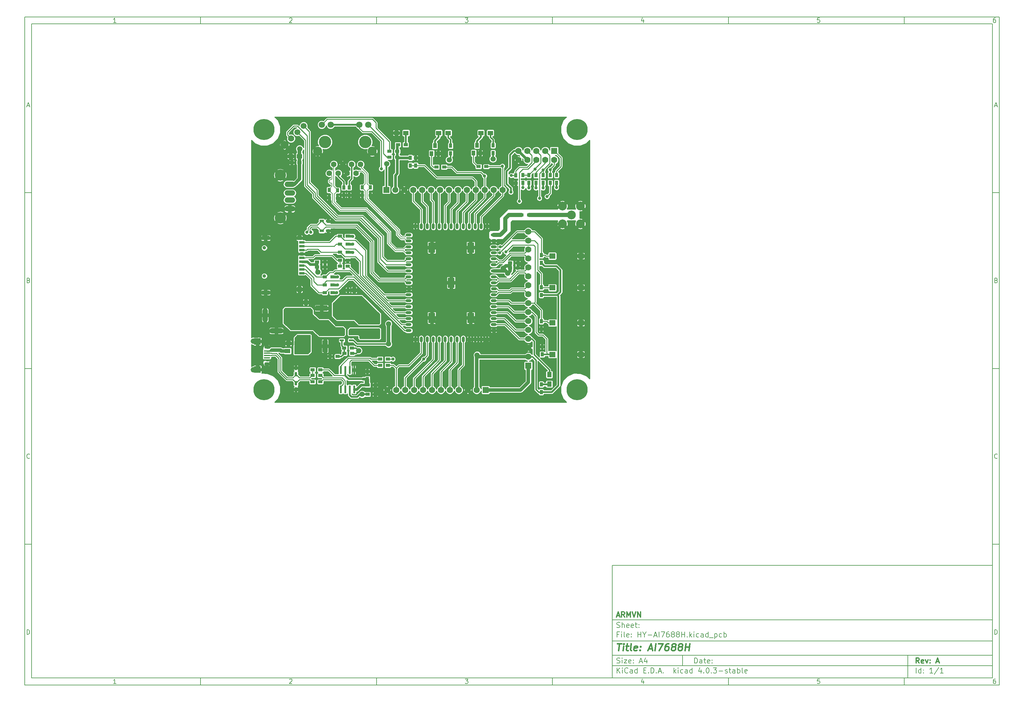
<source format=gtl>
G04 #@! TF.FileFunction,Copper,L1,Top,Signal*
%FSLAX46Y46*%
G04 Gerber Fmt 4.6, Leading zero omitted, Abs format (unit mm)*
G04 Created by KiCad (PCBNEW 4.0.3-stable) date 11/15/16 10:24:21*
%MOMM*%
%LPD*%
G01*
G04 APERTURE LIST*
%ADD10C,0.100000*%
%ADD11C,0.150000*%
%ADD12C,0.300000*%
%ADD13C,0.400000*%
%ADD14C,1.800000*%
%ADD15C,0.900000*%
%ADD16R,1.200000X0.550000*%
%ADD17R,1.200000X0.900000*%
%ADD18R,0.900000X1.200000*%
%ADD19O,1.500000X1.100000*%
%ADD20R,1.750000X0.400000*%
%ADD21O,3.000000X1.500000*%
%ADD22R,1.900000X1.900000*%
%ADD23O,1.700000X0.800000*%
%ADD24O,0.800000X1.700000*%
%ADD25R,1.900000X2.900000*%
%ADD26R,0.600000X2.200000*%
%ADD27C,6.000000*%
%ADD28C,1.778000*%
%ADD29R,1.778000X1.778000*%
%ADD30R,1.700000X1.700000*%
%ADD31C,1.700000*%
%ADD32R,2.286000X1.778000*%
%ADD33C,3.200000*%
%ADD34O,1.510000X4.000000*%
%ADD35O,4.000000X1.510000*%
%ADD36R,1.778000X1.524000*%
%ADD37R,5.300000X2.500000*%
%ADD38R,1.500000X1.300000*%
%ADD39R,1.300000X1.500000*%
%ADD40R,1.200000X0.800000*%
%ADD41R,0.800000X1.200000*%
%ADD42R,1.500000X1.250000*%
%ADD43R,1.250000X1.500000*%
%ADD44C,2.500000*%
%ADD45C,1.600000*%
%ADD46C,2.600000*%
%ADD47C,3.500000*%
%ADD48R,1.500000X3.400000*%
%ADD49R,3.400000X1.500000*%
%ADD50R,1.597660X0.698500*%
%ADD51R,1.399540X1.198880*%
%ADD52R,1.399540X1.597660*%
%ADD53R,2.199640X1.198880*%
%ADD54C,1.000000*%
%ADD55R,1.000000X1.400000*%
%ADD56C,1.500000*%
%ADD57C,1.016000*%
%ADD58C,0.762000*%
%ADD59C,0.381000*%
%ADD60C,0.508000*%
%ADD61C,0.254000*%
%ADD62C,1.220000*%
%ADD63C,0.200000*%
G04 APERTURE END LIST*
D10*
D11*
X177002200Y-166007200D02*
X177002200Y-198007200D01*
X285002200Y-198007200D01*
X285002200Y-166007200D01*
X177002200Y-166007200D01*
D10*
D11*
X10000000Y-10000000D02*
X10000000Y-200007200D01*
X287002200Y-200007200D01*
X287002200Y-10000000D01*
X10000000Y-10000000D01*
D10*
D11*
X12000000Y-12000000D02*
X12000000Y-198007200D01*
X285002200Y-198007200D01*
X285002200Y-12000000D01*
X12000000Y-12000000D01*
D10*
D11*
X60000000Y-12000000D02*
X60000000Y-10000000D01*
D10*
D11*
X110000000Y-12000000D02*
X110000000Y-10000000D01*
D10*
D11*
X160000000Y-12000000D02*
X160000000Y-10000000D01*
D10*
D11*
X210000000Y-12000000D02*
X210000000Y-10000000D01*
D10*
D11*
X260000000Y-12000000D02*
X260000000Y-10000000D01*
D10*
D11*
X35990476Y-11588095D02*
X35247619Y-11588095D01*
X35619048Y-11588095D02*
X35619048Y-10288095D01*
X35495238Y-10473810D01*
X35371429Y-10597619D01*
X35247619Y-10659524D01*
D10*
D11*
X85247619Y-10411905D02*
X85309524Y-10350000D01*
X85433333Y-10288095D01*
X85742857Y-10288095D01*
X85866667Y-10350000D01*
X85928571Y-10411905D01*
X85990476Y-10535714D01*
X85990476Y-10659524D01*
X85928571Y-10845238D01*
X85185714Y-11588095D01*
X85990476Y-11588095D01*
D10*
D11*
X135185714Y-10288095D02*
X135990476Y-10288095D01*
X135557143Y-10783333D01*
X135742857Y-10783333D01*
X135866667Y-10845238D01*
X135928571Y-10907143D01*
X135990476Y-11030952D01*
X135990476Y-11340476D01*
X135928571Y-11464286D01*
X135866667Y-11526190D01*
X135742857Y-11588095D01*
X135371429Y-11588095D01*
X135247619Y-11526190D01*
X135185714Y-11464286D01*
D10*
D11*
X185866667Y-10721429D02*
X185866667Y-11588095D01*
X185557143Y-10226190D02*
X185247619Y-11154762D01*
X186052381Y-11154762D01*
D10*
D11*
X235928571Y-10288095D02*
X235309524Y-10288095D01*
X235247619Y-10907143D01*
X235309524Y-10845238D01*
X235433333Y-10783333D01*
X235742857Y-10783333D01*
X235866667Y-10845238D01*
X235928571Y-10907143D01*
X235990476Y-11030952D01*
X235990476Y-11340476D01*
X235928571Y-11464286D01*
X235866667Y-11526190D01*
X235742857Y-11588095D01*
X235433333Y-11588095D01*
X235309524Y-11526190D01*
X235247619Y-11464286D01*
D10*
D11*
X285866667Y-10288095D02*
X285619048Y-10288095D01*
X285495238Y-10350000D01*
X285433333Y-10411905D01*
X285309524Y-10597619D01*
X285247619Y-10845238D01*
X285247619Y-11340476D01*
X285309524Y-11464286D01*
X285371429Y-11526190D01*
X285495238Y-11588095D01*
X285742857Y-11588095D01*
X285866667Y-11526190D01*
X285928571Y-11464286D01*
X285990476Y-11340476D01*
X285990476Y-11030952D01*
X285928571Y-10907143D01*
X285866667Y-10845238D01*
X285742857Y-10783333D01*
X285495238Y-10783333D01*
X285371429Y-10845238D01*
X285309524Y-10907143D01*
X285247619Y-11030952D01*
D10*
D11*
X60000000Y-198007200D02*
X60000000Y-200007200D01*
D10*
D11*
X110000000Y-198007200D02*
X110000000Y-200007200D01*
D10*
D11*
X160000000Y-198007200D02*
X160000000Y-200007200D01*
D10*
D11*
X210000000Y-198007200D02*
X210000000Y-200007200D01*
D10*
D11*
X260000000Y-198007200D02*
X260000000Y-200007200D01*
D10*
D11*
X35990476Y-199595295D02*
X35247619Y-199595295D01*
X35619048Y-199595295D02*
X35619048Y-198295295D01*
X35495238Y-198481010D01*
X35371429Y-198604819D01*
X35247619Y-198666724D01*
D10*
D11*
X85247619Y-198419105D02*
X85309524Y-198357200D01*
X85433333Y-198295295D01*
X85742857Y-198295295D01*
X85866667Y-198357200D01*
X85928571Y-198419105D01*
X85990476Y-198542914D01*
X85990476Y-198666724D01*
X85928571Y-198852438D01*
X85185714Y-199595295D01*
X85990476Y-199595295D01*
D10*
D11*
X135185714Y-198295295D02*
X135990476Y-198295295D01*
X135557143Y-198790533D01*
X135742857Y-198790533D01*
X135866667Y-198852438D01*
X135928571Y-198914343D01*
X135990476Y-199038152D01*
X135990476Y-199347676D01*
X135928571Y-199471486D01*
X135866667Y-199533390D01*
X135742857Y-199595295D01*
X135371429Y-199595295D01*
X135247619Y-199533390D01*
X135185714Y-199471486D01*
D10*
D11*
X185866667Y-198728629D02*
X185866667Y-199595295D01*
X185557143Y-198233390D02*
X185247619Y-199161962D01*
X186052381Y-199161962D01*
D10*
D11*
X235928571Y-198295295D02*
X235309524Y-198295295D01*
X235247619Y-198914343D01*
X235309524Y-198852438D01*
X235433333Y-198790533D01*
X235742857Y-198790533D01*
X235866667Y-198852438D01*
X235928571Y-198914343D01*
X235990476Y-199038152D01*
X235990476Y-199347676D01*
X235928571Y-199471486D01*
X235866667Y-199533390D01*
X235742857Y-199595295D01*
X235433333Y-199595295D01*
X235309524Y-199533390D01*
X235247619Y-199471486D01*
D10*
D11*
X285866667Y-198295295D02*
X285619048Y-198295295D01*
X285495238Y-198357200D01*
X285433333Y-198419105D01*
X285309524Y-198604819D01*
X285247619Y-198852438D01*
X285247619Y-199347676D01*
X285309524Y-199471486D01*
X285371429Y-199533390D01*
X285495238Y-199595295D01*
X285742857Y-199595295D01*
X285866667Y-199533390D01*
X285928571Y-199471486D01*
X285990476Y-199347676D01*
X285990476Y-199038152D01*
X285928571Y-198914343D01*
X285866667Y-198852438D01*
X285742857Y-198790533D01*
X285495238Y-198790533D01*
X285371429Y-198852438D01*
X285309524Y-198914343D01*
X285247619Y-199038152D01*
D10*
D11*
X10000000Y-60000000D02*
X12000000Y-60000000D01*
D10*
D11*
X10000000Y-110000000D02*
X12000000Y-110000000D01*
D10*
D11*
X10000000Y-160000000D02*
X12000000Y-160000000D01*
D10*
D11*
X10690476Y-35216667D02*
X11309524Y-35216667D01*
X10566667Y-35588095D02*
X11000000Y-34288095D01*
X11433333Y-35588095D01*
D10*
D11*
X11092857Y-84907143D02*
X11278571Y-84969048D01*
X11340476Y-85030952D01*
X11402381Y-85154762D01*
X11402381Y-85340476D01*
X11340476Y-85464286D01*
X11278571Y-85526190D01*
X11154762Y-85588095D01*
X10659524Y-85588095D01*
X10659524Y-84288095D01*
X11092857Y-84288095D01*
X11216667Y-84350000D01*
X11278571Y-84411905D01*
X11340476Y-84535714D01*
X11340476Y-84659524D01*
X11278571Y-84783333D01*
X11216667Y-84845238D01*
X11092857Y-84907143D01*
X10659524Y-84907143D01*
D10*
D11*
X11402381Y-135464286D02*
X11340476Y-135526190D01*
X11154762Y-135588095D01*
X11030952Y-135588095D01*
X10845238Y-135526190D01*
X10721429Y-135402381D01*
X10659524Y-135278571D01*
X10597619Y-135030952D01*
X10597619Y-134845238D01*
X10659524Y-134597619D01*
X10721429Y-134473810D01*
X10845238Y-134350000D01*
X11030952Y-134288095D01*
X11154762Y-134288095D01*
X11340476Y-134350000D01*
X11402381Y-134411905D01*
D10*
D11*
X10659524Y-185588095D02*
X10659524Y-184288095D01*
X10969048Y-184288095D01*
X11154762Y-184350000D01*
X11278571Y-184473810D01*
X11340476Y-184597619D01*
X11402381Y-184845238D01*
X11402381Y-185030952D01*
X11340476Y-185278571D01*
X11278571Y-185402381D01*
X11154762Y-185526190D01*
X10969048Y-185588095D01*
X10659524Y-185588095D01*
D10*
D11*
X287002200Y-60000000D02*
X285002200Y-60000000D01*
D10*
D11*
X287002200Y-110000000D02*
X285002200Y-110000000D01*
D10*
D11*
X287002200Y-160000000D02*
X285002200Y-160000000D01*
D10*
D11*
X285692676Y-35216667D02*
X286311724Y-35216667D01*
X285568867Y-35588095D02*
X286002200Y-34288095D01*
X286435533Y-35588095D01*
D10*
D11*
X286095057Y-84907143D02*
X286280771Y-84969048D01*
X286342676Y-85030952D01*
X286404581Y-85154762D01*
X286404581Y-85340476D01*
X286342676Y-85464286D01*
X286280771Y-85526190D01*
X286156962Y-85588095D01*
X285661724Y-85588095D01*
X285661724Y-84288095D01*
X286095057Y-84288095D01*
X286218867Y-84350000D01*
X286280771Y-84411905D01*
X286342676Y-84535714D01*
X286342676Y-84659524D01*
X286280771Y-84783333D01*
X286218867Y-84845238D01*
X286095057Y-84907143D01*
X285661724Y-84907143D01*
D10*
D11*
X286404581Y-135464286D02*
X286342676Y-135526190D01*
X286156962Y-135588095D01*
X286033152Y-135588095D01*
X285847438Y-135526190D01*
X285723629Y-135402381D01*
X285661724Y-135278571D01*
X285599819Y-135030952D01*
X285599819Y-134845238D01*
X285661724Y-134597619D01*
X285723629Y-134473810D01*
X285847438Y-134350000D01*
X286033152Y-134288095D01*
X286156962Y-134288095D01*
X286342676Y-134350000D01*
X286404581Y-134411905D01*
D10*
D11*
X285661724Y-185588095D02*
X285661724Y-184288095D01*
X285971248Y-184288095D01*
X286156962Y-184350000D01*
X286280771Y-184473810D01*
X286342676Y-184597619D01*
X286404581Y-184845238D01*
X286404581Y-185030952D01*
X286342676Y-185278571D01*
X286280771Y-185402381D01*
X286156962Y-185526190D01*
X285971248Y-185588095D01*
X285661724Y-185588095D01*
D10*
D11*
X200359343Y-193785771D02*
X200359343Y-192285771D01*
X200716486Y-192285771D01*
X200930771Y-192357200D01*
X201073629Y-192500057D01*
X201145057Y-192642914D01*
X201216486Y-192928629D01*
X201216486Y-193142914D01*
X201145057Y-193428629D01*
X201073629Y-193571486D01*
X200930771Y-193714343D01*
X200716486Y-193785771D01*
X200359343Y-193785771D01*
X202502200Y-193785771D02*
X202502200Y-193000057D01*
X202430771Y-192857200D01*
X202287914Y-192785771D01*
X202002200Y-192785771D01*
X201859343Y-192857200D01*
X202502200Y-193714343D02*
X202359343Y-193785771D01*
X202002200Y-193785771D01*
X201859343Y-193714343D01*
X201787914Y-193571486D01*
X201787914Y-193428629D01*
X201859343Y-193285771D01*
X202002200Y-193214343D01*
X202359343Y-193214343D01*
X202502200Y-193142914D01*
X203002200Y-192785771D02*
X203573629Y-192785771D01*
X203216486Y-192285771D02*
X203216486Y-193571486D01*
X203287914Y-193714343D01*
X203430772Y-193785771D01*
X203573629Y-193785771D01*
X204645057Y-193714343D02*
X204502200Y-193785771D01*
X204216486Y-193785771D01*
X204073629Y-193714343D01*
X204002200Y-193571486D01*
X204002200Y-193000057D01*
X204073629Y-192857200D01*
X204216486Y-192785771D01*
X204502200Y-192785771D01*
X204645057Y-192857200D01*
X204716486Y-193000057D01*
X204716486Y-193142914D01*
X204002200Y-193285771D01*
X205359343Y-193642914D02*
X205430771Y-193714343D01*
X205359343Y-193785771D01*
X205287914Y-193714343D01*
X205359343Y-193642914D01*
X205359343Y-193785771D01*
X205359343Y-192857200D02*
X205430771Y-192928629D01*
X205359343Y-193000057D01*
X205287914Y-192928629D01*
X205359343Y-192857200D01*
X205359343Y-193000057D01*
D10*
D11*
X177002200Y-194507200D02*
X285002200Y-194507200D01*
D10*
D11*
X178359343Y-196585771D02*
X178359343Y-195085771D01*
X179216486Y-196585771D02*
X178573629Y-195728629D01*
X179216486Y-195085771D02*
X178359343Y-195942914D01*
X179859343Y-196585771D02*
X179859343Y-195585771D01*
X179859343Y-195085771D02*
X179787914Y-195157200D01*
X179859343Y-195228629D01*
X179930771Y-195157200D01*
X179859343Y-195085771D01*
X179859343Y-195228629D01*
X181430772Y-196442914D02*
X181359343Y-196514343D01*
X181145057Y-196585771D01*
X181002200Y-196585771D01*
X180787915Y-196514343D01*
X180645057Y-196371486D01*
X180573629Y-196228629D01*
X180502200Y-195942914D01*
X180502200Y-195728629D01*
X180573629Y-195442914D01*
X180645057Y-195300057D01*
X180787915Y-195157200D01*
X181002200Y-195085771D01*
X181145057Y-195085771D01*
X181359343Y-195157200D01*
X181430772Y-195228629D01*
X182716486Y-196585771D02*
X182716486Y-195800057D01*
X182645057Y-195657200D01*
X182502200Y-195585771D01*
X182216486Y-195585771D01*
X182073629Y-195657200D01*
X182716486Y-196514343D02*
X182573629Y-196585771D01*
X182216486Y-196585771D01*
X182073629Y-196514343D01*
X182002200Y-196371486D01*
X182002200Y-196228629D01*
X182073629Y-196085771D01*
X182216486Y-196014343D01*
X182573629Y-196014343D01*
X182716486Y-195942914D01*
X184073629Y-196585771D02*
X184073629Y-195085771D01*
X184073629Y-196514343D02*
X183930772Y-196585771D01*
X183645058Y-196585771D01*
X183502200Y-196514343D01*
X183430772Y-196442914D01*
X183359343Y-196300057D01*
X183359343Y-195871486D01*
X183430772Y-195728629D01*
X183502200Y-195657200D01*
X183645058Y-195585771D01*
X183930772Y-195585771D01*
X184073629Y-195657200D01*
X185930772Y-195800057D02*
X186430772Y-195800057D01*
X186645058Y-196585771D02*
X185930772Y-196585771D01*
X185930772Y-195085771D01*
X186645058Y-195085771D01*
X187287915Y-196442914D02*
X187359343Y-196514343D01*
X187287915Y-196585771D01*
X187216486Y-196514343D01*
X187287915Y-196442914D01*
X187287915Y-196585771D01*
X188002201Y-196585771D02*
X188002201Y-195085771D01*
X188359344Y-195085771D01*
X188573629Y-195157200D01*
X188716487Y-195300057D01*
X188787915Y-195442914D01*
X188859344Y-195728629D01*
X188859344Y-195942914D01*
X188787915Y-196228629D01*
X188716487Y-196371486D01*
X188573629Y-196514343D01*
X188359344Y-196585771D01*
X188002201Y-196585771D01*
X189502201Y-196442914D02*
X189573629Y-196514343D01*
X189502201Y-196585771D01*
X189430772Y-196514343D01*
X189502201Y-196442914D01*
X189502201Y-196585771D01*
X190145058Y-196157200D02*
X190859344Y-196157200D01*
X190002201Y-196585771D02*
X190502201Y-195085771D01*
X191002201Y-196585771D01*
X191502201Y-196442914D02*
X191573629Y-196514343D01*
X191502201Y-196585771D01*
X191430772Y-196514343D01*
X191502201Y-196442914D01*
X191502201Y-196585771D01*
X194502201Y-196585771D02*
X194502201Y-195085771D01*
X194645058Y-196014343D02*
X195073629Y-196585771D01*
X195073629Y-195585771D02*
X194502201Y-196157200D01*
X195716487Y-196585771D02*
X195716487Y-195585771D01*
X195716487Y-195085771D02*
X195645058Y-195157200D01*
X195716487Y-195228629D01*
X195787915Y-195157200D01*
X195716487Y-195085771D01*
X195716487Y-195228629D01*
X197073630Y-196514343D02*
X196930773Y-196585771D01*
X196645059Y-196585771D01*
X196502201Y-196514343D01*
X196430773Y-196442914D01*
X196359344Y-196300057D01*
X196359344Y-195871486D01*
X196430773Y-195728629D01*
X196502201Y-195657200D01*
X196645059Y-195585771D01*
X196930773Y-195585771D01*
X197073630Y-195657200D01*
X198359344Y-196585771D02*
X198359344Y-195800057D01*
X198287915Y-195657200D01*
X198145058Y-195585771D01*
X197859344Y-195585771D01*
X197716487Y-195657200D01*
X198359344Y-196514343D02*
X198216487Y-196585771D01*
X197859344Y-196585771D01*
X197716487Y-196514343D01*
X197645058Y-196371486D01*
X197645058Y-196228629D01*
X197716487Y-196085771D01*
X197859344Y-196014343D01*
X198216487Y-196014343D01*
X198359344Y-195942914D01*
X199716487Y-196585771D02*
X199716487Y-195085771D01*
X199716487Y-196514343D02*
X199573630Y-196585771D01*
X199287916Y-196585771D01*
X199145058Y-196514343D01*
X199073630Y-196442914D01*
X199002201Y-196300057D01*
X199002201Y-195871486D01*
X199073630Y-195728629D01*
X199145058Y-195657200D01*
X199287916Y-195585771D01*
X199573630Y-195585771D01*
X199716487Y-195657200D01*
X202216487Y-195585771D02*
X202216487Y-196585771D01*
X201859344Y-195014343D02*
X201502201Y-196085771D01*
X202430773Y-196085771D01*
X203002201Y-196442914D02*
X203073629Y-196514343D01*
X203002201Y-196585771D01*
X202930772Y-196514343D01*
X203002201Y-196442914D01*
X203002201Y-196585771D01*
X204002201Y-195085771D02*
X204145058Y-195085771D01*
X204287915Y-195157200D01*
X204359344Y-195228629D01*
X204430773Y-195371486D01*
X204502201Y-195657200D01*
X204502201Y-196014343D01*
X204430773Y-196300057D01*
X204359344Y-196442914D01*
X204287915Y-196514343D01*
X204145058Y-196585771D01*
X204002201Y-196585771D01*
X203859344Y-196514343D01*
X203787915Y-196442914D01*
X203716487Y-196300057D01*
X203645058Y-196014343D01*
X203645058Y-195657200D01*
X203716487Y-195371486D01*
X203787915Y-195228629D01*
X203859344Y-195157200D01*
X204002201Y-195085771D01*
X205145058Y-196442914D02*
X205216486Y-196514343D01*
X205145058Y-196585771D01*
X205073629Y-196514343D01*
X205145058Y-196442914D01*
X205145058Y-196585771D01*
X205716487Y-195085771D02*
X206645058Y-195085771D01*
X206145058Y-195657200D01*
X206359344Y-195657200D01*
X206502201Y-195728629D01*
X206573630Y-195800057D01*
X206645058Y-195942914D01*
X206645058Y-196300057D01*
X206573630Y-196442914D01*
X206502201Y-196514343D01*
X206359344Y-196585771D01*
X205930772Y-196585771D01*
X205787915Y-196514343D01*
X205716487Y-196442914D01*
X207287915Y-196014343D02*
X208430772Y-196014343D01*
X209073629Y-196514343D02*
X209216486Y-196585771D01*
X209502201Y-196585771D01*
X209645058Y-196514343D01*
X209716486Y-196371486D01*
X209716486Y-196300057D01*
X209645058Y-196157200D01*
X209502201Y-196085771D01*
X209287915Y-196085771D01*
X209145058Y-196014343D01*
X209073629Y-195871486D01*
X209073629Y-195800057D01*
X209145058Y-195657200D01*
X209287915Y-195585771D01*
X209502201Y-195585771D01*
X209645058Y-195657200D01*
X210145058Y-195585771D02*
X210716487Y-195585771D01*
X210359344Y-195085771D02*
X210359344Y-196371486D01*
X210430772Y-196514343D01*
X210573630Y-196585771D01*
X210716487Y-196585771D01*
X211859344Y-196585771D02*
X211859344Y-195800057D01*
X211787915Y-195657200D01*
X211645058Y-195585771D01*
X211359344Y-195585771D01*
X211216487Y-195657200D01*
X211859344Y-196514343D02*
X211716487Y-196585771D01*
X211359344Y-196585771D01*
X211216487Y-196514343D01*
X211145058Y-196371486D01*
X211145058Y-196228629D01*
X211216487Y-196085771D01*
X211359344Y-196014343D01*
X211716487Y-196014343D01*
X211859344Y-195942914D01*
X212573630Y-196585771D02*
X212573630Y-195085771D01*
X212573630Y-195657200D02*
X212716487Y-195585771D01*
X213002201Y-195585771D01*
X213145058Y-195657200D01*
X213216487Y-195728629D01*
X213287916Y-195871486D01*
X213287916Y-196300057D01*
X213216487Y-196442914D01*
X213145058Y-196514343D01*
X213002201Y-196585771D01*
X212716487Y-196585771D01*
X212573630Y-196514343D01*
X214145059Y-196585771D02*
X214002201Y-196514343D01*
X213930773Y-196371486D01*
X213930773Y-195085771D01*
X215287915Y-196514343D02*
X215145058Y-196585771D01*
X214859344Y-196585771D01*
X214716487Y-196514343D01*
X214645058Y-196371486D01*
X214645058Y-195800057D01*
X214716487Y-195657200D01*
X214859344Y-195585771D01*
X215145058Y-195585771D01*
X215287915Y-195657200D01*
X215359344Y-195800057D01*
X215359344Y-195942914D01*
X214645058Y-196085771D01*
D10*
D11*
X177002200Y-191507200D02*
X285002200Y-191507200D01*
D10*
D12*
X264216486Y-193785771D02*
X263716486Y-193071486D01*
X263359343Y-193785771D02*
X263359343Y-192285771D01*
X263930771Y-192285771D01*
X264073629Y-192357200D01*
X264145057Y-192428629D01*
X264216486Y-192571486D01*
X264216486Y-192785771D01*
X264145057Y-192928629D01*
X264073629Y-193000057D01*
X263930771Y-193071486D01*
X263359343Y-193071486D01*
X265430771Y-193714343D02*
X265287914Y-193785771D01*
X265002200Y-193785771D01*
X264859343Y-193714343D01*
X264787914Y-193571486D01*
X264787914Y-193000057D01*
X264859343Y-192857200D01*
X265002200Y-192785771D01*
X265287914Y-192785771D01*
X265430771Y-192857200D01*
X265502200Y-193000057D01*
X265502200Y-193142914D01*
X264787914Y-193285771D01*
X266002200Y-192785771D02*
X266359343Y-193785771D01*
X266716485Y-192785771D01*
X267287914Y-193642914D02*
X267359342Y-193714343D01*
X267287914Y-193785771D01*
X267216485Y-193714343D01*
X267287914Y-193642914D01*
X267287914Y-193785771D01*
X267287914Y-192857200D02*
X267359342Y-192928629D01*
X267287914Y-193000057D01*
X267216485Y-192928629D01*
X267287914Y-192857200D01*
X267287914Y-193000057D01*
X269073628Y-193357200D02*
X269787914Y-193357200D01*
X268930771Y-193785771D02*
X269430771Y-192285771D01*
X269930771Y-193785771D01*
D10*
D11*
X178287914Y-193714343D02*
X178502200Y-193785771D01*
X178859343Y-193785771D01*
X179002200Y-193714343D01*
X179073629Y-193642914D01*
X179145057Y-193500057D01*
X179145057Y-193357200D01*
X179073629Y-193214343D01*
X179002200Y-193142914D01*
X178859343Y-193071486D01*
X178573629Y-193000057D01*
X178430771Y-192928629D01*
X178359343Y-192857200D01*
X178287914Y-192714343D01*
X178287914Y-192571486D01*
X178359343Y-192428629D01*
X178430771Y-192357200D01*
X178573629Y-192285771D01*
X178930771Y-192285771D01*
X179145057Y-192357200D01*
X179787914Y-193785771D02*
X179787914Y-192785771D01*
X179787914Y-192285771D02*
X179716485Y-192357200D01*
X179787914Y-192428629D01*
X179859342Y-192357200D01*
X179787914Y-192285771D01*
X179787914Y-192428629D01*
X180359343Y-192785771D02*
X181145057Y-192785771D01*
X180359343Y-193785771D01*
X181145057Y-193785771D01*
X182287914Y-193714343D02*
X182145057Y-193785771D01*
X181859343Y-193785771D01*
X181716486Y-193714343D01*
X181645057Y-193571486D01*
X181645057Y-193000057D01*
X181716486Y-192857200D01*
X181859343Y-192785771D01*
X182145057Y-192785771D01*
X182287914Y-192857200D01*
X182359343Y-193000057D01*
X182359343Y-193142914D01*
X181645057Y-193285771D01*
X183002200Y-193642914D02*
X183073628Y-193714343D01*
X183002200Y-193785771D01*
X182930771Y-193714343D01*
X183002200Y-193642914D01*
X183002200Y-193785771D01*
X183002200Y-192857200D02*
X183073628Y-192928629D01*
X183002200Y-193000057D01*
X182930771Y-192928629D01*
X183002200Y-192857200D01*
X183002200Y-193000057D01*
X184787914Y-193357200D02*
X185502200Y-193357200D01*
X184645057Y-193785771D02*
X185145057Y-192285771D01*
X185645057Y-193785771D01*
X186787914Y-192785771D02*
X186787914Y-193785771D01*
X186430771Y-192214343D02*
X186073628Y-193285771D01*
X187002200Y-193285771D01*
D10*
D11*
X263359343Y-196585771D02*
X263359343Y-195085771D01*
X264716486Y-196585771D02*
X264716486Y-195085771D01*
X264716486Y-196514343D02*
X264573629Y-196585771D01*
X264287915Y-196585771D01*
X264145057Y-196514343D01*
X264073629Y-196442914D01*
X264002200Y-196300057D01*
X264002200Y-195871486D01*
X264073629Y-195728629D01*
X264145057Y-195657200D01*
X264287915Y-195585771D01*
X264573629Y-195585771D01*
X264716486Y-195657200D01*
X265430772Y-196442914D02*
X265502200Y-196514343D01*
X265430772Y-196585771D01*
X265359343Y-196514343D01*
X265430772Y-196442914D01*
X265430772Y-196585771D01*
X265430772Y-195657200D02*
X265502200Y-195728629D01*
X265430772Y-195800057D01*
X265359343Y-195728629D01*
X265430772Y-195657200D01*
X265430772Y-195800057D01*
X268073629Y-196585771D02*
X267216486Y-196585771D01*
X267645058Y-196585771D02*
X267645058Y-195085771D01*
X267502201Y-195300057D01*
X267359343Y-195442914D01*
X267216486Y-195514343D01*
X269787914Y-195014343D02*
X268502200Y-196942914D01*
X271073629Y-196585771D02*
X270216486Y-196585771D01*
X270645058Y-196585771D02*
X270645058Y-195085771D01*
X270502201Y-195300057D01*
X270359343Y-195442914D01*
X270216486Y-195514343D01*
D10*
D11*
X177002200Y-187507200D02*
X285002200Y-187507200D01*
D10*
D13*
X178454581Y-188211962D02*
X179597438Y-188211962D01*
X178776010Y-190211962D02*
X179026010Y-188211962D01*
X180014105Y-190211962D02*
X180180771Y-188878629D01*
X180264105Y-188211962D02*
X180156962Y-188307200D01*
X180240295Y-188402438D01*
X180347439Y-188307200D01*
X180264105Y-188211962D01*
X180240295Y-188402438D01*
X180847438Y-188878629D02*
X181609343Y-188878629D01*
X181216486Y-188211962D02*
X181002200Y-189926248D01*
X181073630Y-190116724D01*
X181252201Y-190211962D01*
X181442677Y-190211962D01*
X182395058Y-190211962D02*
X182216487Y-190116724D01*
X182145057Y-189926248D01*
X182359343Y-188211962D01*
X183930772Y-190116724D02*
X183728391Y-190211962D01*
X183347439Y-190211962D01*
X183168867Y-190116724D01*
X183097438Y-189926248D01*
X183192676Y-189164343D01*
X183311724Y-188973867D01*
X183514105Y-188878629D01*
X183895057Y-188878629D01*
X184073629Y-188973867D01*
X184145057Y-189164343D01*
X184121248Y-189354819D01*
X183145057Y-189545295D01*
X184895057Y-190021486D02*
X184978392Y-190116724D01*
X184871248Y-190211962D01*
X184787915Y-190116724D01*
X184895057Y-190021486D01*
X184871248Y-190211962D01*
X185026010Y-188973867D02*
X185109344Y-189069105D01*
X185002200Y-189164343D01*
X184918867Y-189069105D01*
X185026010Y-188973867D01*
X185002200Y-189164343D01*
X187323629Y-189640533D02*
X188276010Y-189640533D01*
X187061725Y-190211962D02*
X187978392Y-188211962D01*
X188395059Y-190211962D01*
X189061725Y-190211962D02*
X189311725Y-188211962D01*
X190073630Y-188211962D02*
X191406964Y-188211962D01*
X190299821Y-190211962D01*
X193026011Y-188211962D02*
X192645059Y-188211962D01*
X192442678Y-188307200D01*
X192335535Y-188402438D01*
X192109344Y-188688152D01*
X191966487Y-189069105D01*
X191871249Y-189831010D01*
X191942677Y-190021486D01*
X192026012Y-190116724D01*
X192204583Y-190211962D01*
X192585535Y-190211962D01*
X192787916Y-190116724D01*
X192895058Y-190021486D01*
X193014107Y-189831010D01*
X193073631Y-189354819D01*
X193002201Y-189164343D01*
X192918868Y-189069105D01*
X192740297Y-188973867D01*
X192359345Y-188973867D01*
X192156964Y-189069105D01*
X192049820Y-189164343D01*
X191930773Y-189354819D01*
X194252202Y-189069105D02*
X194073631Y-188973867D01*
X193990296Y-188878629D01*
X193918868Y-188688152D01*
X193930773Y-188592914D01*
X194049820Y-188402438D01*
X194156964Y-188307200D01*
X194359345Y-188211962D01*
X194740297Y-188211962D01*
X194918868Y-188307200D01*
X195002201Y-188402438D01*
X195073631Y-188592914D01*
X195061726Y-188688152D01*
X194942677Y-188878629D01*
X194835535Y-188973867D01*
X194633154Y-189069105D01*
X194252202Y-189069105D01*
X194049821Y-189164343D01*
X193942677Y-189259581D01*
X193823630Y-189450057D01*
X193776011Y-189831010D01*
X193847439Y-190021486D01*
X193930774Y-190116724D01*
X194109345Y-190211962D01*
X194490297Y-190211962D01*
X194692678Y-190116724D01*
X194799820Y-190021486D01*
X194918869Y-189831010D01*
X194966488Y-189450057D01*
X194895058Y-189259581D01*
X194811725Y-189164343D01*
X194633154Y-189069105D01*
X196156964Y-189069105D02*
X195978393Y-188973867D01*
X195895058Y-188878629D01*
X195823630Y-188688152D01*
X195835535Y-188592914D01*
X195954582Y-188402438D01*
X196061726Y-188307200D01*
X196264107Y-188211962D01*
X196645059Y-188211962D01*
X196823630Y-188307200D01*
X196906963Y-188402438D01*
X196978393Y-188592914D01*
X196966488Y-188688152D01*
X196847439Y-188878629D01*
X196740297Y-188973867D01*
X196537916Y-189069105D01*
X196156964Y-189069105D01*
X195954583Y-189164343D01*
X195847439Y-189259581D01*
X195728392Y-189450057D01*
X195680773Y-189831010D01*
X195752201Y-190021486D01*
X195835536Y-190116724D01*
X196014107Y-190211962D01*
X196395059Y-190211962D01*
X196597440Y-190116724D01*
X196704582Y-190021486D01*
X196823631Y-189831010D01*
X196871250Y-189450057D01*
X196799820Y-189259581D01*
X196716487Y-189164343D01*
X196537916Y-189069105D01*
X197633154Y-190211962D02*
X197883154Y-188211962D01*
X197764106Y-189164343D02*
X198906964Y-189164343D01*
X198776012Y-190211962D02*
X199026012Y-188211962D01*
D10*
D11*
X178859343Y-185600057D02*
X178359343Y-185600057D01*
X178359343Y-186385771D02*
X178359343Y-184885771D01*
X179073629Y-184885771D01*
X179645057Y-186385771D02*
X179645057Y-185385771D01*
X179645057Y-184885771D02*
X179573628Y-184957200D01*
X179645057Y-185028629D01*
X179716485Y-184957200D01*
X179645057Y-184885771D01*
X179645057Y-185028629D01*
X180573629Y-186385771D02*
X180430771Y-186314343D01*
X180359343Y-186171486D01*
X180359343Y-184885771D01*
X181716485Y-186314343D02*
X181573628Y-186385771D01*
X181287914Y-186385771D01*
X181145057Y-186314343D01*
X181073628Y-186171486D01*
X181073628Y-185600057D01*
X181145057Y-185457200D01*
X181287914Y-185385771D01*
X181573628Y-185385771D01*
X181716485Y-185457200D01*
X181787914Y-185600057D01*
X181787914Y-185742914D01*
X181073628Y-185885771D01*
X182430771Y-186242914D02*
X182502199Y-186314343D01*
X182430771Y-186385771D01*
X182359342Y-186314343D01*
X182430771Y-186242914D01*
X182430771Y-186385771D01*
X182430771Y-185457200D02*
X182502199Y-185528629D01*
X182430771Y-185600057D01*
X182359342Y-185528629D01*
X182430771Y-185457200D01*
X182430771Y-185600057D01*
X184287914Y-186385771D02*
X184287914Y-184885771D01*
X184287914Y-185600057D02*
X185145057Y-185600057D01*
X185145057Y-186385771D02*
X185145057Y-184885771D01*
X186145057Y-185671486D02*
X186145057Y-186385771D01*
X185645057Y-184885771D02*
X186145057Y-185671486D01*
X186645057Y-184885771D01*
X187145057Y-185814343D02*
X188287914Y-185814343D01*
X188930771Y-185957200D02*
X189645057Y-185957200D01*
X188787914Y-186385771D02*
X189287914Y-184885771D01*
X189787914Y-186385771D01*
X190287914Y-186385771D02*
X190287914Y-184885771D01*
X190859343Y-184885771D02*
X191859343Y-184885771D01*
X191216486Y-186385771D01*
X193073628Y-184885771D02*
X192787914Y-184885771D01*
X192645057Y-184957200D01*
X192573628Y-185028629D01*
X192430771Y-185242914D01*
X192359342Y-185528629D01*
X192359342Y-186100057D01*
X192430771Y-186242914D01*
X192502199Y-186314343D01*
X192645057Y-186385771D01*
X192930771Y-186385771D01*
X193073628Y-186314343D01*
X193145057Y-186242914D01*
X193216485Y-186100057D01*
X193216485Y-185742914D01*
X193145057Y-185600057D01*
X193073628Y-185528629D01*
X192930771Y-185457200D01*
X192645057Y-185457200D01*
X192502199Y-185528629D01*
X192430771Y-185600057D01*
X192359342Y-185742914D01*
X194073628Y-185528629D02*
X193930770Y-185457200D01*
X193859342Y-185385771D01*
X193787913Y-185242914D01*
X193787913Y-185171486D01*
X193859342Y-185028629D01*
X193930770Y-184957200D01*
X194073628Y-184885771D01*
X194359342Y-184885771D01*
X194502199Y-184957200D01*
X194573628Y-185028629D01*
X194645056Y-185171486D01*
X194645056Y-185242914D01*
X194573628Y-185385771D01*
X194502199Y-185457200D01*
X194359342Y-185528629D01*
X194073628Y-185528629D01*
X193930770Y-185600057D01*
X193859342Y-185671486D01*
X193787913Y-185814343D01*
X193787913Y-186100057D01*
X193859342Y-186242914D01*
X193930770Y-186314343D01*
X194073628Y-186385771D01*
X194359342Y-186385771D01*
X194502199Y-186314343D01*
X194573628Y-186242914D01*
X194645056Y-186100057D01*
X194645056Y-185814343D01*
X194573628Y-185671486D01*
X194502199Y-185600057D01*
X194359342Y-185528629D01*
X195502199Y-185528629D02*
X195359341Y-185457200D01*
X195287913Y-185385771D01*
X195216484Y-185242914D01*
X195216484Y-185171486D01*
X195287913Y-185028629D01*
X195359341Y-184957200D01*
X195502199Y-184885771D01*
X195787913Y-184885771D01*
X195930770Y-184957200D01*
X196002199Y-185028629D01*
X196073627Y-185171486D01*
X196073627Y-185242914D01*
X196002199Y-185385771D01*
X195930770Y-185457200D01*
X195787913Y-185528629D01*
X195502199Y-185528629D01*
X195359341Y-185600057D01*
X195287913Y-185671486D01*
X195216484Y-185814343D01*
X195216484Y-186100057D01*
X195287913Y-186242914D01*
X195359341Y-186314343D01*
X195502199Y-186385771D01*
X195787913Y-186385771D01*
X195930770Y-186314343D01*
X196002199Y-186242914D01*
X196073627Y-186100057D01*
X196073627Y-185814343D01*
X196002199Y-185671486D01*
X195930770Y-185600057D01*
X195787913Y-185528629D01*
X196716484Y-186385771D02*
X196716484Y-184885771D01*
X196716484Y-185600057D02*
X197573627Y-185600057D01*
X197573627Y-186385771D02*
X197573627Y-184885771D01*
X198287913Y-186242914D02*
X198359341Y-186314343D01*
X198287913Y-186385771D01*
X198216484Y-186314343D01*
X198287913Y-186242914D01*
X198287913Y-186385771D01*
X199002199Y-186385771D02*
X199002199Y-184885771D01*
X199145056Y-185814343D02*
X199573627Y-186385771D01*
X199573627Y-185385771D02*
X199002199Y-185957200D01*
X200216485Y-186385771D02*
X200216485Y-185385771D01*
X200216485Y-184885771D02*
X200145056Y-184957200D01*
X200216485Y-185028629D01*
X200287913Y-184957200D01*
X200216485Y-184885771D01*
X200216485Y-185028629D01*
X201573628Y-186314343D02*
X201430771Y-186385771D01*
X201145057Y-186385771D01*
X201002199Y-186314343D01*
X200930771Y-186242914D01*
X200859342Y-186100057D01*
X200859342Y-185671486D01*
X200930771Y-185528629D01*
X201002199Y-185457200D01*
X201145057Y-185385771D01*
X201430771Y-185385771D01*
X201573628Y-185457200D01*
X202859342Y-186385771D02*
X202859342Y-185600057D01*
X202787913Y-185457200D01*
X202645056Y-185385771D01*
X202359342Y-185385771D01*
X202216485Y-185457200D01*
X202859342Y-186314343D02*
X202716485Y-186385771D01*
X202359342Y-186385771D01*
X202216485Y-186314343D01*
X202145056Y-186171486D01*
X202145056Y-186028629D01*
X202216485Y-185885771D01*
X202359342Y-185814343D01*
X202716485Y-185814343D01*
X202859342Y-185742914D01*
X204216485Y-186385771D02*
X204216485Y-184885771D01*
X204216485Y-186314343D02*
X204073628Y-186385771D01*
X203787914Y-186385771D01*
X203645056Y-186314343D01*
X203573628Y-186242914D01*
X203502199Y-186100057D01*
X203502199Y-185671486D01*
X203573628Y-185528629D01*
X203645056Y-185457200D01*
X203787914Y-185385771D01*
X204073628Y-185385771D01*
X204216485Y-185457200D01*
X204573628Y-186528629D02*
X205716485Y-186528629D01*
X206073628Y-185385771D02*
X206073628Y-186885771D01*
X206073628Y-185457200D02*
X206216485Y-185385771D01*
X206502199Y-185385771D01*
X206645056Y-185457200D01*
X206716485Y-185528629D01*
X206787914Y-185671486D01*
X206787914Y-186100057D01*
X206716485Y-186242914D01*
X206645056Y-186314343D01*
X206502199Y-186385771D01*
X206216485Y-186385771D01*
X206073628Y-186314343D01*
X208073628Y-186314343D02*
X207930771Y-186385771D01*
X207645057Y-186385771D01*
X207502199Y-186314343D01*
X207430771Y-186242914D01*
X207359342Y-186100057D01*
X207359342Y-185671486D01*
X207430771Y-185528629D01*
X207502199Y-185457200D01*
X207645057Y-185385771D01*
X207930771Y-185385771D01*
X208073628Y-185457200D01*
X208716485Y-186385771D02*
X208716485Y-184885771D01*
X208716485Y-185457200D02*
X208859342Y-185385771D01*
X209145056Y-185385771D01*
X209287913Y-185457200D01*
X209359342Y-185528629D01*
X209430771Y-185671486D01*
X209430771Y-186100057D01*
X209359342Y-186242914D01*
X209287913Y-186314343D01*
X209145056Y-186385771D01*
X208859342Y-186385771D01*
X208716485Y-186314343D01*
D10*
D11*
X177002200Y-181507200D02*
X285002200Y-181507200D01*
D10*
D11*
X178287914Y-183614343D02*
X178502200Y-183685771D01*
X178859343Y-183685771D01*
X179002200Y-183614343D01*
X179073629Y-183542914D01*
X179145057Y-183400057D01*
X179145057Y-183257200D01*
X179073629Y-183114343D01*
X179002200Y-183042914D01*
X178859343Y-182971486D01*
X178573629Y-182900057D01*
X178430771Y-182828629D01*
X178359343Y-182757200D01*
X178287914Y-182614343D01*
X178287914Y-182471486D01*
X178359343Y-182328629D01*
X178430771Y-182257200D01*
X178573629Y-182185771D01*
X178930771Y-182185771D01*
X179145057Y-182257200D01*
X179787914Y-183685771D02*
X179787914Y-182185771D01*
X180430771Y-183685771D02*
X180430771Y-182900057D01*
X180359342Y-182757200D01*
X180216485Y-182685771D01*
X180002200Y-182685771D01*
X179859342Y-182757200D01*
X179787914Y-182828629D01*
X181716485Y-183614343D02*
X181573628Y-183685771D01*
X181287914Y-183685771D01*
X181145057Y-183614343D01*
X181073628Y-183471486D01*
X181073628Y-182900057D01*
X181145057Y-182757200D01*
X181287914Y-182685771D01*
X181573628Y-182685771D01*
X181716485Y-182757200D01*
X181787914Y-182900057D01*
X181787914Y-183042914D01*
X181073628Y-183185771D01*
X183002199Y-183614343D02*
X182859342Y-183685771D01*
X182573628Y-183685771D01*
X182430771Y-183614343D01*
X182359342Y-183471486D01*
X182359342Y-182900057D01*
X182430771Y-182757200D01*
X182573628Y-182685771D01*
X182859342Y-182685771D01*
X183002199Y-182757200D01*
X183073628Y-182900057D01*
X183073628Y-183042914D01*
X182359342Y-183185771D01*
X183502199Y-182685771D02*
X184073628Y-182685771D01*
X183716485Y-182185771D02*
X183716485Y-183471486D01*
X183787913Y-183614343D01*
X183930771Y-183685771D01*
X184073628Y-183685771D01*
X184573628Y-183542914D02*
X184645056Y-183614343D01*
X184573628Y-183685771D01*
X184502199Y-183614343D01*
X184573628Y-183542914D01*
X184573628Y-183685771D01*
X184573628Y-182757200D02*
X184645056Y-182828629D01*
X184573628Y-182900057D01*
X184502199Y-182828629D01*
X184573628Y-182757200D01*
X184573628Y-182900057D01*
D10*
D12*
X178287914Y-180257200D02*
X179002200Y-180257200D01*
X178145057Y-180685771D02*
X178645057Y-179185771D01*
X179145057Y-180685771D01*
X180502200Y-180685771D02*
X180002200Y-179971486D01*
X179645057Y-180685771D02*
X179645057Y-179185771D01*
X180216485Y-179185771D01*
X180359343Y-179257200D01*
X180430771Y-179328629D01*
X180502200Y-179471486D01*
X180502200Y-179685771D01*
X180430771Y-179828629D01*
X180359343Y-179900057D01*
X180216485Y-179971486D01*
X179645057Y-179971486D01*
X181145057Y-180685771D02*
X181145057Y-179185771D01*
X181645057Y-180257200D01*
X182145057Y-179185771D01*
X182145057Y-180685771D01*
X182645057Y-179185771D02*
X183145057Y-180685771D01*
X183645057Y-179185771D01*
X184145057Y-180685771D02*
X184145057Y-179185771D01*
X185002200Y-180685771D01*
X185002200Y-179185771D01*
D10*
D11*
X197002200Y-191507200D02*
X197002200Y-194507200D01*
D10*
D11*
X261002200Y-191507200D02*
X261002200Y-198007200D01*
D14*
X125687000Y-95598000D03*
X136737000Y-95598000D03*
X136737000Y-75598000D03*
X125687000Y-75598000D03*
D15*
X98933000Y-97155000D03*
X101727000Y-97536000D03*
X119126000Y-105918000D03*
X115824000Y-102489000D03*
X112395000Y-105283000D03*
X116586000Y-105283000D03*
X100838000Y-83185000D03*
D16*
X100143000Y-100081000D03*
X100143000Y-101981000D03*
X102743000Y-100081000D03*
X102743000Y-101031000D03*
X102743000Y-101981000D03*
D17*
X100797000Y-104140000D03*
X102997000Y-104140000D03*
D15*
X89408000Y-110871000D03*
X128905000Y-54610000D03*
X139446000Y-57150000D03*
X99187000Y-56896000D03*
X104140000Y-56896000D03*
X104013000Y-59436000D03*
X115062000Y-73025000D03*
X97282000Y-118364000D03*
X164592000Y-76454000D03*
X163576000Y-79756000D03*
X165100000Y-83820000D03*
X164338000Y-92710000D03*
X164338000Y-101600000D03*
X164338000Y-110236000D03*
X160528000Y-118364000D03*
X146304000Y-118110000D03*
X150622000Y-72390000D03*
X151130000Y-100330000D03*
X148336000Y-109474000D03*
X142748000Y-112776000D03*
X113538000Y-111252000D03*
X117348000Y-110744000D03*
X116840000Y-114046000D03*
X119380000Y-114046000D03*
X121920000Y-114046000D03*
X124460000Y-114046000D03*
X127000000Y-114046000D03*
X132080000Y-114046000D03*
X129540000Y-114046000D03*
X156718000Y-110744000D03*
X159766000Y-108712000D03*
X160020000Y-103632000D03*
X159004000Y-94234000D03*
X159004000Y-91186000D03*
X158496000Y-82804000D03*
X160528000Y-84836000D03*
X102997000Y-114046000D03*
X93599000Y-116332000D03*
X104267000Y-82042000D03*
X106172000Y-73533000D03*
X119253000Y-60960000D03*
X121666000Y-60960000D03*
X124206000Y-60960000D03*
X126619000Y-60960000D03*
X129286000Y-60960000D03*
X131699000Y-60960000D03*
X134366000Y-60960000D03*
X136906000Y-60960000D03*
X139319000Y-60960000D03*
X143637000Y-64262000D03*
X145542000Y-64643000D03*
X144145000Y-66802000D03*
X113665000Y-66167000D03*
X112268000Y-71628000D03*
X106934000Y-66294000D03*
X92456000Y-66802000D03*
X88646000Y-65786000D03*
X86614000Y-69342000D03*
X83312000Y-87376000D03*
X95758000Y-111252000D03*
X97536000Y-115062000D03*
X84328000Y-107188000D03*
X75946000Y-106426000D03*
X80010000Y-101600000D03*
X81026000Y-107696000D03*
X84328000Y-109728000D03*
X90424000Y-107696000D03*
X110871000Y-93218000D03*
X118618000Y-101981000D03*
X152654000Y-118110000D03*
X147320000Y-112522000D03*
X144018000Y-109474000D03*
X150114000Y-97790000D03*
X150114000Y-95250000D03*
X150114000Y-92710000D03*
X150114000Y-89662000D03*
X145542000Y-89662000D03*
X150114000Y-85344000D03*
X145542000Y-86360000D03*
X149606000Y-75946000D03*
X170180000Y-66294000D03*
X158496000Y-72898000D03*
X159004000Y-75438000D03*
X166878000Y-75184000D03*
X162560000Y-75184000D03*
X161290000Y-73406000D03*
X164846000Y-73406000D03*
X168910000Y-73914000D03*
X169926000Y-71882000D03*
X166878000Y-71882000D03*
X162814000Y-71882000D03*
X160020000Y-71120000D03*
X156718000Y-71374000D03*
X147320000Y-72263000D03*
X142240000Y-65786000D03*
X169418000Y-61214000D03*
X165608000Y-61214000D03*
X167640000Y-59436000D03*
X169418000Y-58166000D03*
X169418000Y-55626000D03*
X166370000Y-56896000D03*
X164084000Y-56388000D03*
X164338000Y-58674000D03*
X163068000Y-60452000D03*
X160528000Y-61214000D03*
X157734000Y-62738000D03*
D18*
X108204000Y-60663000D03*
X108204000Y-58463000D03*
D19*
X78826000Y-103859000D03*
D20*
X78826000Y-104984000D03*
X78826000Y-105634000D03*
X78826000Y-106284000D03*
X78826000Y-106934000D03*
X78826000Y-107584000D03*
D19*
X78826000Y-108709000D03*
D21*
X75746000Y-102184000D03*
X75746000Y-110384000D03*
D22*
X76151000Y-102334000D03*
X76151000Y-110234000D03*
D18*
X156804000Y-86896000D03*
X156804000Y-89096000D03*
D17*
X150157000Y-79995000D03*
X147957000Y-79995000D03*
X150157000Y-81392000D03*
X147957000Y-81392000D03*
D18*
X157058000Y-105987000D03*
X157058000Y-103787000D03*
D23*
X143312000Y-99198000D03*
X143312000Y-97498000D03*
X143312000Y-95798000D03*
X143312000Y-94098000D03*
X143312000Y-92398000D03*
X143312000Y-90698000D03*
X143312000Y-88998000D03*
X143412000Y-87298000D03*
X143312000Y-85598000D03*
X143312000Y-83898000D03*
X143312000Y-82198000D03*
X143312000Y-80498000D03*
X143312000Y-78798000D03*
X143312000Y-77098000D03*
X143312000Y-75398000D03*
X143312000Y-73698000D03*
X143312000Y-71998000D03*
D24*
X121012000Y-101698000D03*
X122712000Y-101698000D03*
X124412000Y-101698000D03*
X126112000Y-101698000D03*
X127812000Y-101698000D03*
X129512000Y-101698000D03*
X131212000Y-101698000D03*
X132912000Y-101698000D03*
X134612000Y-101698000D03*
X136312000Y-101698000D03*
X138012000Y-101698000D03*
X139712000Y-101698000D03*
X141412000Y-101698000D03*
X141412000Y-69498000D03*
X139712000Y-69498000D03*
X138012000Y-69498000D03*
X136312000Y-69498000D03*
X134612000Y-69498000D03*
X132912000Y-69498000D03*
X131212000Y-69498000D03*
X129512000Y-69498000D03*
X127812000Y-69498000D03*
X126112000Y-69498000D03*
X124412000Y-69498000D03*
X122712000Y-69498000D03*
X121012000Y-69498000D03*
D23*
X119112000Y-71998000D03*
X119112000Y-73698000D03*
X119112000Y-75398000D03*
X119112000Y-77098000D03*
X119112000Y-78798000D03*
X119112000Y-80498000D03*
X119112000Y-82198000D03*
X119112000Y-83898000D03*
X119112000Y-85598000D03*
X119212000Y-87298000D03*
X119112000Y-88998000D03*
X119112000Y-90698000D03*
X119112000Y-92398000D03*
X119112000Y-94098000D03*
X119112000Y-95798000D03*
X119112000Y-97498000D03*
X119112000Y-99198000D03*
D25*
X136737000Y-95598000D03*
X125687000Y-95598000D03*
X131212000Y-85598000D03*
X125687000Y-75598000D03*
X136737000Y-75598000D03*
D17*
X99570000Y-76947000D03*
X101770000Y-76947000D03*
X99570000Y-74661000D03*
X101770000Y-74661000D03*
X99570000Y-72375000D03*
X101770000Y-72375000D03*
D26*
X103632000Y-110407000D03*
X102362000Y-110407000D03*
X101092000Y-110407000D03*
X99822000Y-110407000D03*
X99822000Y-115907000D03*
X101092000Y-115907000D03*
X102362000Y-115907000D03*
X103632000Y-115907000D03*
D17*
X94023000Y-111999000D03*
X91823000Y-111999000D03*
D27*
X78000000Y-42000000D03*
X167000000Y-42000000D03*
X167000000Y-116000000D03*
X78000000Y-116000000D03*
D28*
X153121000Y-73645000D03*
X153121000Y-71105000D03*
X153121000Y-76185000D03*
X153121000Y-78725000D03*
X153121000Y-83805000D03*
X153121000Y-81265000D03*
X153121000Y-86345000D03*
X153121000Y-88885000D03*
X153121000Y-93965000D03*
X153121000Y-91425000D03*
X153121000Y-96505000D03*
X153121000Y-99045000D03*
D29*
X153121000Y-109205000D03*
D28*
X153121000Y-106665000D03*
X153121000Y-104125000D03*
X153121000Y-101585000D03*
X115570000Y-116078000D03*
X113030000Y-116078000D03*
X118110000Y-116078000D03*
X120650000Y-116078000D03*
X125730000Y-116078000D03*
X123190000Y-116078000D03*
X128270000Y-116078000D03*
X130810000Y-116078000D03*
D29*
X140970000Y-116078000D03*
D28*
X138430000Y-116078000D03*
X135890000Y-116078000D03*
X133350000Y-116078000D03*
X145796000Y-59182000D03*
X143256000Y-59182000D03*
X138176000Y-59182000D03*
X140716000Y-59182000D03*
X135636000Y-59182000D03*
X133096000Y-59182000D03*
X128016000Y-59182000D03*
X130556000Y-59182000D03*
X125476000Y-59182000D03*
X122936000Y-59182000D03*
D30*
X112776000Y-59182000D03*
D31*
X115316000Y-59182000D03*
D28*
X117856000Y-59182000D03*
X120396000Y-59182000D03*
X150327000Y-50658000D03*
X150327000Y-48118000D03*
X152867000Y-48118000D03*
X152867000Y-50658000D03*
X155407000Y-50658000D03*
X155407000Y-48118000D03*
D29*
X160487000Y-48118000D03*
D28*
X160487000Y-50658000D03*
X157947000Y-48118000D03*
X157947000Y-50658000D03*
D32*
X90002000Y-101458000D03*
X90002000Y-97104000D03*
D33*
X82636000Y-55002000D03*
X82636000Y-67142000D03*
D21*
X85346000Y-57572000D03*
X85346000Y-60072000D03*
X85346000Y-62072000D03*
X85346000Y-64572000D03*
D34*
X84836000Y-94818000D03*
X78336000Y-94818000D03*
D35*
X81536000Y-99268000D03*
D18*
X143088000Y-46510000D03*
X143088000Y-48710000D03*
D17*
X141183000Y-52563000D03*
X138983000Y-52563000D03*
D18*
X156804000Y-116698000D03*
X156804000Y-114498000D03*
X156804000Y-77752000D03*
X156804000Y-79952000D03*
D17*
X118280000Y-46340000D03*
X116080000Y-46340000D03*
D18*
X131023000Y-46637000D03*
X131023000Y-48837000D03*
D17*
X129202000Y-52690000D03*
X127002000Y-52690000D03*
X96733000Y-106553000D03*
X98933000Y-106553000D03*
X100838000Y-105664000D03*
X103038000Y-105664000D03*
D18*
X151597000Y-57219000D03*
X151597000Y-55019000D03*
D17*
X153375000Y-66294000D03*
X151175000Y-66294000D03*
D18*
X149565000Y-57262000D03*
X149565000Y-55062000D03*
X153248000Y-55019000D03*
X153248000Y-57219000D03*
X155280000Y-55019000D03*
X155280000Y-57219000D03*
X157312000Y-55019000D03*
X157312000Y-57219000D03*
X161122000Y-54976000D03*
X161122000Y-57176000D03*
X121117000Y-50066000D03*
X121117000Y-52266000D03*
X119593000Y-52266000D03*
X119593000Y-50066000D03*
D17*
X113200000Y-107300000D03*
X111000000Y-107300000D03*
X113200000Y-109078000D03*
X111000000Y-109078000D03*
X94023000Y-113777000D03*
X91823000Y-113777000D03*
X115867000Y-48245000D03*
X113667000Y-48245000D03*
X115867000Y-49896000D03*
X113667000Y-49896000D03*
X95293000Y-88392000D03*
X97493000Y-88392000D03*
X95293000Y-86218000D03*
X97493000Y-86218000D03*
X95293000Y-83947000D03*
X97493000Y-83947000D03*
X91823000Y-110348000D03*
X94023000Y-110348000D03*
X101770000Y-80884000D03*
X99570000Y-80884000D03*
D18*
X156804000Y-96548000D03*
X156804000Y-98748000D03*
X101854000Y-87716000D03*
X101854000Y-89916000D03*
X155067000Y-68494000D03*
X155067000Y-66294000D03*
X149438000Y-68494000D03*
X149438000Y-66294000D03*
D17*
X109644000Y-114666000D03*
X107444000Y-114666000D03*
D18*
X107401000Y-110815000D03*
X107401000Y-113015000D03*
X100670000Y-60691000D03*
X100670000Y-58491000D03*
X102194000Y-60691000D03*
X102194000Y-58491000D03*
D17*
X95293000Y-79741000D03*
X93093000Y-79741000D03*
X109644000Y-117333000D03*
X107444000Y-117333000D03*
X95293000Y-81138000D03*
X93093000Y-81138000D03*
X101770000Y-79233000D03*
X99570000Y-79233000D03*
D18*
X96520000Y-61410000D03*
X96520000Y-59210000D03*
X98892000Y-61537000D03*
X98892000Y-59337000D03*
X105918000Y-60663000D03*
X105918000Y-58463000D03*
D17*
X85897000Y-51420000D03*
X88097000Y-51420000D03*
D36*
X159936000Y-87000000D03*
X168064000Y-87000000D03*
X159936000Y-78000000D03*
X168064000Y-78000000D03*
D37*
X107950000Y-100076000D03*
X107950000Y-96076000D03*
D38*
X84715000Y-105014000D03*
X87415000Y-105014000D03*
X142350000Y-43000000D03*
X139650000Y-43000000D03*
D39*
X159090000Y-114412000D03*
X159090000Y-111712000D03*
D38*
X118350000Y-43000000D03*
X115650000Y-43000000D03*
X130350000Y-43000000D03*
X127650000Y-43000000D03*
D40*
X94425000Y-70851000D03*
X96225000Y-70851000D03*
X94425000Y-68057000D03*
X96225000Y-68057000D03*
D41*
X87081000Y-111618000D03*
X87081000Y-109818000D03*
X87081000Y-114158000D03*
X87081000Y-115958000D03*
D36*
X159936000Y-106000000D03*
X168064000Y-106000000D03*
X159936000Y-97000000D03*
X168064000Y-97000000D03*
D10*
G36*
X83878923Y-47624313D02*
X82621687Y-46367077D01*
X83878923Y-45109841D01*
X85136159Y-46367077D01*
X83878923Y-47624313D01*
X83878923Y-47624313D01*
G37*
D28*
X85674974Y-44571026D03*
D31*
X87471026Y-42774974D03*
X89267077Y-40978923D03*
D18*
X159344000Y-55019000D03*
X159344000Y-57219000D03*
D42*
X85597000Y-49642000D03*
X88097000Y-49642000D03*
X84942000Y-102855000D03*
X87442000Y-102855000D03*
D43*
X103632000Y-87670000D03*
X103632000Y-90170000D03*
X89916000Y-91186000D03*
X89916000Y-93686000D03*
D15*
X153670000Y-62738000D03*
D44*
X165354000Y-66294000D03*
X162814000Y-68834000D03*
X167894000Y-68834000D03*
X167894000Y-63754000D03*
X162814000Y-63754000D03*
D45*
X105470000Y-51898000D03*
X104200000Y-54438000D03*
X102930000Y-51898000D03*
X101660000Y-54438000D03*
X100390000Y-51898000D03*
X99120000Y-54438000D03*
X97850000Y-51898000D03*
X96580000Y-54438000D03*
D46*
X93275000Y-48198000D03*
X108765000Y-48198000D03*
D47*
X95335000Y-45548000D03*
X106765000Y-45548000D03*
D14*
X107675000Y-40648000D03*
X105135000Y-40648000D03*
X96965000Y-40648000D03*
X94425000Y-40648000D03*
D48*
X95377000Y-98425000D03*
X95377000Y-103625000D03*
D49*
X99568000Y-92837000D03*
X94368000Y-92837000D03*
D14*
X131191000Y-85598000D03*
D50*
X88739620Y-82877900D03*
X88739620Y-81778080D03*
X88739620Y-80678260D03*
X88739620Y-79580980D03*
X88739620Y-78481160D03*
X88739620Y-77381340D03*
X88739620Y-76281520D03*
X88739620Y-75181700D03*
X88739620Y-74081880D03*
D51*
X88114780Y-72880460D03*
D52*
X88114780Y-87477840D03*
D53*
X78516120Y-72880460D03*
X78516120Y-88379540D03*
D54*
X78114800Y-83678000D03*
X78114800Y-75677000D03*
D55*
X138513460Y-46507640D03*
X139468500Y-48717440D03*
X137566040Y-48717440D03*
X126575460Y-46634640D03*
X127530500Y-48844440D03*
X125628040Y-48844440D03*
D56*
X136779000Y-91821000D03*
X139065000Y-98044000D03*
X128142998Y-98044000D03*
X128651000Y-72644002D03*
X133350000Y-75565000D03*
X131191000Y-81534000D03*
X128016000Y-85598000D03*
D15*
X121285000Y-97409000D03*
D56*
X104774994Y-108839000D03*
X105410000Y-111379000D03*
D15*
X115443000Y-98552000D03*
D56*
X98044000Y-101981000D03*
X98298000Y-104521000D03*
D15*
X101473000Y-102870000D03*
D56*
X93091000Y-103632000D03*
D15*
X103251000Y-79248000D03*
D56*
X94869000Y-106553000D03*
D15*
X101473000Y-101092000D03*
X104140000Y-101219000D03*
X100584000Y-87757000D03*
D56*
X102743000Y-85852000D03*
X88011000Y-90297000D03*
X94996000Y-91059000D03*
X91821000Y-91186000D03*
X94361000Y-94488000D03*
D15*
X105029000Y-87630000D03*
D56*
X97028000Y-81280000D03*
X97028000Y-79248002D03*
D15*
X109474000Y-62103000D03*
X141478000Y-67310000D03*
X105918000Y-62103000D03*
X113792000Y-76581000D03*
X109347000Y-68733000D03*
X94193000Y-57150000D03*
X94615000Y-72880460D03*
X81112000Y-110236000D03*
X84455000Y-114961000D03*
X89789000Y-115958000D03*
X152146000Y-68834000D03*
X141617000Y-73698000D03*
X143552000Y-69498000D03*
X158750000Y-68834000D03*
X149098000Y-64135000D03*
X156083000Y-64135000D03*
X159258000Y-64135000D03*
X152273000Y-64135000D03*
D56*
X141605000Y-104013000D03*
X145415000Y-99187000D03*
X78572000Y-86599000D03*
D15*
X96606000Y-62723004D03*
X88732000Y-71232000D03*
X92542000Y-71232000D03*
X97621823Y-68201455D03*
X99781000Y-62850000D03*
D56*
X97876000Y-70851000D03*
X128991000Y-48880000D03*
X144231000Y-102153000D03*
X136312000Y-103998000D03*
X85938000Y-53071000D03*
X78572000Y-90028000D03*
X77175000Y-71359000D03*
X84922000Y-101077000D03*
X83017000Y-102855000D03*
X89875000Y-87488000D03*
D15*
X141183000Y-71867000D03*
X144993000Y-73698000D03*
D56*
X120990000Y-103617000D03*
X119000000Y-69500000D03*
D15*
X148295000Y-57262000D03*
D56*
X141056000Y-48753000D03*
D15*
X117053000Y-83170000D03*
X155026000Y-69835000D03*
X149438000Y-69962000D03*
D56*
X83271000Y-50785000D03*
X111465000Y-113777000D03*
X107401000Y-109078000D03*
X121117000Y-47991000D03*
X113497000Y-43038000D03*
D15*
X151470000Y-80122000D03*
X150073000Y-78852000D03*
D56*
X168107000Y-79995000D03*
X168107000Y-88885000D03*
X167980002Y-107935002D03*
X168107000Y-98791000D03*
D15*
X158201000Y-98791000D03*
X156804000Y-102347000D03*
D56*
X112608000Y-87298000D03*
X116926000Y-87298000D03*
X87081000Y-117841000D03*
X87081000Y-107935000D03*
D15*
X116799000Y-78529000D03*
X102194000Y-61961000D03*
X100670000Y-61960996D03*
X117434000Y-74534000D03*
D56*
X88351000Y-59548000D03*
X111465000Y-83170000D03*
X91272000Y-77201000D03*
X86319000Y-77455000D03*
X113411000Y-102997000D03*
X113411000Y-97282000D03*
X92456000Y-96393000D03*
X93345000Y-98425000D03*
X112862000Y-51801000D03*
X143088000Y-50404000D03*
X130642000Y-50658000D03*
X88138000Y-47498000D03*
X105877000Y-117333000D03*
D15*
X98679002Y-88392000D03*
D56*
X93345000Y-82550000D03*
D15*
X103251000Y-72390000D03*
X103251000Y-76962000D03*
X103241890Y-74661000D03*
D56*
X104902000Y-104902000D03*
X104394000Y-93091000D03*
X102489000Y-94234000D03*
X102489000Y-91948000D03*
D15*
X98933000Y-86233000D03*
X98933000Y-83947000D03*
D56*
X138557000Y-106172000D03*
D15*
X148168000Y-59802000D03*
D56*
X146009000Y-81519000D03*
D15*
X161122000Y-58532000D03*
X157312000Y-58659000D03*
X155280000Y-58659000D03*
X153248000Y-58659000D03*
D56*
X147279000Y-82916000D03*
D15*
X146771000Y-76820000D03*
X158455000Y-61072000D03*
X123403000Y-107300000D03*
X114640000Y-107300000D03*
X144969000Y-77098000D03*
X156296000Y-61579996D03*
X157312000Y-53579000D03*
X111338000Y-53198000D03*
X155026000Y-53267000D03*
X145120000Y-75398000D03*
X150581000Y-62410996D03*
X140675000Y-55230000D03*
X148295000Y-55103000D03*
X151597000Y-58532008D03*
X159344000Y-53452000D03*
X145755000Y-52436000D03*
X90187000Y-71232000D03*
X91341000Y-71232000D03*
D57*
X136737000Y-95598000D02*
X138778000Y-95598000D01*
X125687000Y-95598000D02*
X136737000Y-95598000D01*
X132463792Y-85598000D02*
X133223000Y-85598000D01*
X131191000Y-85598000D02*
X132463792Y-85598000D01*
X128016000Y-85598000D02*
X131191000Y-85598000D01*
X125687000Y-75598000D02*
X124239000Y-75598000D01*
X136737000Y-75598000D02*
X125687000Y-75598000D01*
X136737000Y-75598000D02*
X138397000Y-75598000D01*
D58*
X136737000Y-91863000D02*
X136779000Y-91821000D01*
X136737000Y-95598000D02*
X136737000Y-91863000D01*
X139065000Y-97926000D02*
X139065000Y-98044000D01*
X136737000Y-95598000D02*
X139065000Y-97926000D01*
X128133000Y-98044000D02*
X128142998Y-98044000D01*
X125687000Y-95598000D02*
X128133000Y-98044000D01*
X128640998Y-72644002D02*
X128651000Y-72644002D01*
X125687000Y-75598000D02*
X128640998Y-72644002D01*
X133383000Y-75598000D02*
X133350000Y-75565000D01*
X136737000Y-75598000D02*
X133383000Y-75598000D01*
X131212000Y-81555000D02*
X131191000Y-81534000D01*
X131212000Y-85598000D02*
X131212000Y-81555000D01*
X131212000Y-85598000D02*
X128016000Y-85598000D01*
X121734999Y-96959001D02*
X121285000Y-97409000D01*
X123096000Y-95598000D02*
X121734999Y-96959001D01*
D57*
X125687000Y-95598000D02*
X123096000Y-95598000D01*
D58*
X104774994Y-109899660D02*
X104774994Y-108839000D01*
X104774994Y-110326006D02*
X104774994Y-109899660D01*
X104694000Y-110407000D02*
X104774994Y-110326006D01*
X103632000Y-110407000D02*
X104694000Y-110407000D01*
X105974000Y-110815000D02*
X105410000Y-111379000D01*
X107401000Y-110815000D02*
X105974000Y-110815000D01*
D59*
X98298000Y-104521000D02*
X98298000Y-102235000D01*
X98298000Y-102235000D02*
X98044000Y-101981000D01*
D58*
X97548001Y-103771001D02*
X98298000Y-104521000D01*
X97402000Y-103625000D02*
X97548001Y-103771001D01*
X95377000Y-103625000D02*
X97402000Y-103625000D01*
D59*
X101473000Y-101092000D02*
X101473000Y-102870000D01*
D58*
X93865000Y-103625000D02*
X93098000Y-103625000D01*
X93098000Y-103625000D02*
X93091000Y-103632000D01*
X101770000Y-79233000D02*
X103236000Y-79233000D01*
X103236000Y-79233000D02*
X103251000Y-79248000D01*
X95377000Y-103625000D02*
X93865000Y-103625000D01*
X93865000Y-103625000D02*
X93858000Y-103632000D01*
X96733000Y-106553000D02*
X94869000Y-106553000D01*
D60*
X102743000Y-101031000D02*
X101534000Y-101031000D01*
X101534000Y-101031000D02*
X101473000Y-101092000D01*
X102743000Y-101031000D02*
X103952000Y-101031000D01*
X103952000Y-101031000D02*
X104140000Y-101219000D01*
D58*
X101854000Y-87716000D02*
X100625000Y-87716000D01*
X100625000Y-87716000D02*
X100584000Y-87757000D01*
X103632000Y-87670000D02*
X103632000Y-86741000D01*
X103632000Y-86741000D02*
X102743000Y-85852000D01*
X88011000Y-90668000D02*
X88011000Y-90297000D01*
X88529000Y-91186000D02*
X88011000Y-90668000D01*
X89916000Y-91186000D02*
X88529000Y-91186000D01*
X94368000Y-92837000D02*
X94368000Y-91687000D01*
X94368000Y-91687000D02*
X94996000Y-91059000D01*
X89916000Y-91186000D02*
X91821000Y-91186000D01*
X94368000Y-92837000D02*
X94368000Y-94481000D01*
X94368000Y-94481000D02*
X94361000Y-94488000D01*
D60*
X110871000Y-93218000D02*
X110744000Y-93091000D01*
X110744000Y-93091000D02*
X110744000Y-92964000D01*
X110744000Y-92964000D02*
X110363000Y-92583000D01*
X105029000Y-87630000D02*
X105410000Y-87630000D01*
X105410000Y-87630000D02*
X110363000Y-92583000D01*
D58*
X103632000Y-87670000D02*
X104989000Y-87670000D01*
X104989000Y-87670000D02*
X105029000Y-87630000D01*
X107655000Y-74280000D02*
X104226000Y-70851000D01*
X104226000Y-70851000D02*
X100797000Y-70851000D01*
X112608000Y-87298000D02*
X111858001Y-86548001D01*
X107655000Y-83391735D02*
X107655000Y-74280000D01*
X110811266Y-86548001D02*
X107655000Y-83391735D01*
X111858001Y-86548001D02*
X110811266Y-86548001D01*
X96886000Y-81138000D02*
X97028000Y-81280000D01*
X95293000Y-81138000D02*
X96886000Y-81138000D01*
X97028000Y-79368000D02*
X97028000Y-79248002D01*
X96655000Y-79741000D02*
X97028000Y-79368000D01*
X95293000Y-79741000D02*
X96655000Y-79741000D01*
X109474000Y-62103000D02*
X116871000Y-69500000D01*
X116871000Y-69500000D02*
X119000000Y-69500000D01*
X108204000Y-60813000D02*
X109474000Y-62083000D01*
X108204000Y-60663000D02*
X108204000Y-60813000D01*
X109474000Y-62083000D02*
X109474000Y-62103000D01*
D60*
X141412000Y-69498000D02*
X141412000Y-67376000D01*
X141412000Y-67376000D02*
X141478000Y-67310000D01*
D58*
X105918000Y-60663000D02*
X105918000Y-62103000D01*
X107132248Y-63373000D02*
X100304000Y-63373000D01*
X100304000Y-63373000D02*
X99781000Y-62850000D01*
X114808000Y-73025000D02*
X114808000Y-71048752D01*
X114808000Y-71048752D02*
X107132248Y-63373000D01*
X116317000Y-74534000D02*
X114808000Y-73025000D01*
X117434000Y-74534000D02*
X116317000Y-74534000D01*
X109347000Y-68733000D02*
X106512000Y-65898000D01*
X106512000Y-65898000D02*
X99299000Y-65898000D01*
X99299000Y-65898000D02*
X96606000Y-63205000D01*
X96606000Y-63205000D02*
X96606000Y-62723004D01*
X113792000Y-76581000D02*
X112481000Y-75270000D01*
X115740000Y-78529000D02*
X113792000Y-76581000D01*
X116799000Y-78529000D02*
X115740000Y-78529000D01*
X112481000Y-75270000D02*
X112481000Y-71867000D01*
X112481000Y-71867000D02*
X109347000Y-68733000D01*
X94193000Y-57150000D02*
X94193000Y-50954477D01*
X94193000Y-60209000D02*
X94193000Y-57150000D01*
X94615000Y-72880460D02*
X92542000Y-72880460D01*
X95209000Y-72880460D02*
X94615000Y-72880460D01*
X81112000Y-110236000D02*
X81112000Y-109332000D01*
X81112000Y-111618000D02*
X81112000Y-110236000D01*
X84455000Y-114961000D02*
X81112000Y-111618000D01*
X85452000Y-115958000D02*
X84455000Y-114961000D01*
D57*
X89789000Y-115958000D02*
X94977000Y-115958000D01*
X87081000Y-115958000D02*
X89789000Y-115958000D01*
D58*
X152146000Y-68834000D02*
X158750000Y-68834000D01*
X150693000Y-68834000D02*
X152146000Y-68834000D01*
X149098000Y-64135000D02*
X145923000Y-64135000D01*
X152273000Y-64135000D02*
X149098000Y-64135000D01*
X156083000Y-64135000D02*
X152273000Y-64135000D01*
X159258000Y-64135000D02*
X156083000Y-64135000D01*
X162433000Y-64135000D02*
X159258000Y-64135000D01*
X162814000Y-63754000D02*
X162433000Y-64135000D01*
X145923000Y-64135000D02*
X144780000Y-65278000D01*
X144780000Y-65278000D02*
X144104000Y-65954000D01*
X158750000Y-68834000D02*
X162814000Y-68834000D01*
X144104000Y-65954000D02*
X144104000Y-68946000D01*
X144104000Y-68946000D02*
X143552000Y-69498000D01*
X143552000Y-69498000D02*
X141412000Y-69498000D01*
D57*
X141412000Y-101698000D02*
X141412000Y-103820000D01*
X141412000Y-103820000D02*
X141605000Y-104013000D01*
D58*
X145404000Y-99198000D02*
X145415000Y-99187000D01*
X143312000Y-99198000D02*
X145404000Y-99198000D01*
X96606000Y-61410000D02*
X95394000Y-61410000D01*
X95394000Y-61410000D02*
X94193000Y-60209000D01*
X94193000Y-50954477D02*
X93275000Y-50036477D01*
X93275000Y-50036477D02*
X93275000Y-48198000D01*
D57*
X78516120Y-88379540D02*
X78516120Y-86654880D01*
X78516120Y-86654880D02*
X78572000Y-86599000D01*
D58*
X104861000Y-68438000D02*
X97858368Y-68438000D01*
X111465000Y-83170000D02*
X109687011Y-81392011D01*
X97858368Y-68438000D02*
X97621823Y-68201455D01*
X109687011Y-73264011D02*
X104861000Y-68438000D01*
X109687011Y-81392011D02*
X109687011Y-73264011D01*
X96606000Y-61410000D02*
X96606000Y-62723004D01*
D60*
X96225000Y-67549000D02*
X88351000Y-59675000D01*
D58*
X92542000Y-71232000D02*
X92542000Y-72880460D01*
X88114780Y-72880460D02*
X88114780Y-71849220D01*
X88114780Y-71849220D02*
X88732000Y-71232000D01*
X92542000Y-72880460D02*
X91018000Y-72880460D01*
D60*
X96225000Y-68057000D02*
X96225000Y-67549000D01*
X88351000Y-59675000D02*
X88351000Y-59548000D01*
D58*
X96369455Y-68201455D02*
X96985427Y-68201455D01*
X96225000Y-68057000D02*
X96369455Y-68201455D01*
X96985427Y-68201455D02*
X97621823Y-68201455D01*
X98892000Y-61537000D02*
X98892000Y-61961000D01*
X98892000Y-61961000D02*
X99781000Y-62850000D01*
X100797000Y-70851000D02*
X98257000Y-70851000D01*
X98257000Y-70851000D02*
X97876000Y-70851000D01*
X97876000Y-70851000D02*
X96225000Y-70851000D01*
X128955440Y-48844440D02*
X128991000Y-48880000D01*
X127530500Y-48844440D02*
X128955440Y-48844440D01*
D57*
X138897000Y-101698000D02*
X138012000Y-101698000D01*
X139712000Y-101698000D02*
X138897000Y-101698000D01*
D58*
X144612000Y-102534000D02*
X143312000Y-101234000D01*
X146203000Y-104125000D02*
X144612000Y-102534000D01*
X144612000Y-102534000D02*
X144231000Y-102153000D01*
D57*
X136312000Y-103998000D02*
X136312000Y-111028000D01*
X136312000Y-101698000D02*
X136312000Y-103998000D01*
D58*
X85897000Y-51420000D02*
X85897000Y-49942000D01*
X85897000Y-49942000D02*
X85597000Y-49642000D01*
X85897000Y-51420000D02*
X85897000Y-53030000D01*
X85897000Y-53030000D02*
X85938000Y-53071000D01*
X78516120Y-88379540D02*
X78516120Y-89972120D01*
X78516120Y-89972120D02*
X78572000Y-90028000D01*
X78516120Y-72880460D02*
X78516120Y-72700120D01*
X78516120Y-72700120D02*
X77175000Y-71359000D01*
X84942000Y-102855000D02*
X84942000Y-101097000D01*
X84942000Y-101097000D02*
X84922000Y-101077000D01*
X84942000Y-102855000D02*
X83017000Y-102855000D01*
X88114780Y-87477840D02*
X89864840Y-87477840D01*
X89864840Y-87477840D02*
X89875000Y-87488000D01*
D60*
X141183000Y-71867000D02*
X141183000Y-70724000D01*
X141183000Y-73264000D02*
X141183000Y-71867000D01*
X143312000Y-73698000D02*
X141617000Y-73698000D01*
X141617000Y-73698000D02*
X141183000Y-73264000D01*
X141412000Y-70495000D02*
X141412000Y-69498000D01*
X141183000Y-70724000D02*
X141412000Y-70495000D01*
D58*
X144993000Y-73698000D02*
X145829000Y-73698000D01*
X143312000Y-73698000D02*
X144993000Y-73698000D01*
X121012000Y-101698000D02*
X121012000Y-103595000D01*
X121012000Y-103595000D02*
X120990000Y-103617000D01*
X121012000Y-69498000D02*
X119002000Y-69498000D01*
X119002000Y-69498000D02*
X119000000Y-69500000D01*
X145829000Y-73698000D02*
X150693000Y-68834000D01*
D57*
X94977000Y-115958000D02*
X98126010Y-119107010D01*
X98126010Y-119107010D02*
X109335990Y-119107010D01*
X109335990Y-119107010D02*
X109644000Y-118799000D01*
X109644000Y-118799000D02*
X109644000Y-117333000D01*
D58*
X87081000Y-115958000D02*
X85452000Y-115958000D01*
X81112000Y-109332000D02*
X80731000Y-108951000D01*
X80731000Y-108951000D02*
X80498881Y-108718881D01*
D59*
X78826000Y-107584000D02*
X80082000Y-107584000D01*
X80082000Y-107584000D02*
X80731000Y-108233000D01*
X80731000Y-108233000D02*
X80731000Y-108951000D01*
D58*
X80498881Y-108718881D02*
X79207001Y-108718881D01*
X79207001Y-108718881D02*
X79021441Y-108904441D01*
D60*
X149565000Y-57262000D02*
X148295000Y-57262000D01*
D58*
X139468500Y-48717440D02*
X141020440Y-48717440D01*
X141020440Y-48717440D02*
X141056000Y-48753000D01*
D60*
X111465000Y-83170000D02*
X117053000Y-83170000D01*
D57*
X155026000Y-68522000D02*
X155026000Y-69835000D01*
X149438000Y-68522000D02*
X149438000Y-69962000D01*
X85897000Y-51420000D02*
X83906000Y-51420000D01*
X83906000Y-51420000D02*
X83271000Y-50785000D01*
X109644000Y-114666000D02*
X109644000Y-117333000D01*
X109644000Y-117333000D02*
X111775000Y-117333000D01*
X111775000Y-117333000D02*
X113030000Y-116078000D01*
X109644000Y-114666000D02*
X110576000Y-114666000D01*
X110576000Y-114666000D02*
X111465000Y-113777000D01*
D58*
X107401000Y-109078000D02*
X107401000Y-110815000D01*
X91018000Y-72880460D02*
X89576550Y-72880460D01*
X121117000Y-50066000D02*
X121117000Y-47991000D01*
X115650000Y-43000000D02*
X113535000Y-43000000D01*
X113535000Y-43000000D02*
X113497000Y-43038000D01*
X150157000Y-80503000D02*
X150157000Y-79995000D01*
X150157000Y-81392000D02*
X150157000Y-80503000D01*
X150157000Y-80503000D02*
X151089000Y-80503000D01*
X151089000Y-80503000D02*
X151470000Y-80122000D01*
X150157000Y-79995000D02*
X150157000Y-78936000D01*
X150157000Y-78936000D02*
X150073000Y-78852000D01*
D57*
X168064000Y-78000000D02*
X168064000Y-79952000D01*
X168064000Y-79952000D02*
X168107000Y-79995000D01*
X168064000Y-87000000D02*
X168064000Y-88842000D01*
X168064000Y-88842000D02*
X168107000Y-88885000D01*
X168064000Y-107851004D02*
X167980002Y-107935002D01*
X168064000Y-106000000D02*
X168064000Y-107851004D01*
X168064000Y-97000000D02*
X168064000Y-98748000D01*
X168064000Y-98748000D02*
X168107000Y-98791000D01*
X100390000Y-51898000D02*
X100390000Y-52537000D01*
X100390000Y-52537000D02*
X101686000Y-53833000D01*
X101686000Y-53833000D02*
X101686000Y-54412000D01*
X101686000Y-54412000D02*
X101660000Y-54438000D01*
D58*
X156804000Y-98748000D02*
X158158000Y-98748000D01*
X158158000Y-98748000D02*
X158201000Y-98791000D01*
X157058000Y-103787000D02*
X157058000Y-102601000D01*
X157058000Y-102601000D02*
X156804000Y-102347000D01*
D57*
X151115000Y-104125000D02*
X153121000Y-104125000D01*
D58*
X151130000Y-104140000D02*
X151115000Y-104125000D01*
X151115000Y-104125000D02*
X146203000Y-104125000D01*
X142848000Y-101698000D02*
X143312000Y-101234000D01*
X143312000Y-101234000D02*
X143312000Y-99198000D01*
D57*
X140548000Y-101698000D02*
X139712000Y-101698000D01*
X141412000Y-101698000D02*
X140548000Y-101698000D01*
D58*
X140548000Y-101698000D02*
X142848000Y-101698000D01*
D57*
X138012000Y-101698000D02*
X136312000Y-101698000D01*
X136312000Y-111028000D02*
X135890000Y-111450000D01*
X135890000Y-111450000D02*
X135890000Y-116078000D01*
D58*
X117307000Y-87298000D02*
X112608000Y-87298000D01*
X119212000Y-87298000D02*
X117307000Y-87298000D01*
X117307000Y-87298000D02*
X116926000Y-87298000D01*
X87081000Y-115958000D02*
X87081000Y-117841000D01*
X87081000Y-109818000D02*
X87081000Y-107935000D01*
D59*
X93275000Y-48198000D02*
X93621510Y-48544510D01*
D58*
X102194000Y-60691000D02*
X102194000Y-61961000D01*
X100670000Y-60691000D02*
X100670000Y-61960996D01*
X100797000Y-70851000D02*
X99908000Y-70851000D01*
X96225000Y-70851000D02*
X96225000Y-72013000D01*
X96225000Y-72013000D02*
X95357540Y-72880460D01*
X95357540Y-72880460D02*
X95209000Y-72880460D01*
X89576550Y-72880460D02*
X88114780Y-72880460D01*
X88739620Y-77381340D02*
X91091660Y-77381340D01*
X91091660Y-77381340D02*
X91272000Y-77201000D01*
X88739620Y-77381340D02*
X86392660Y-77381340D01*
X86392660Y-77381340D02*
X86319000Y-77455000D01*
D59*
X102743000Y-101981000D02*
X103378000Y-101981000D01*
X103378000Y-101981000D02*
X104394000Y-102997000D01*
X104394000Y-102997000D02*
X112350340Y-102997000D01*
X112350340Y-102997000D02*
X113411000Y-102997000D01*
D57*
X113411000Y-97282000D02*
X113411000Y-102997000D01*
D58*
X92456000Y-96555000D02*
X92456000Y-96393000D01*
X91907000Y-97104000D02*
X92456000Y-96555000D01*
X90002000Y-97104000D02*
X91907000Y-97104000D01*
X95377000Y-98425000D02*
X93345000Y-98425000D01*
D59*
X131023000Y-48837000D02*
X131023000Y-50277000D01*
X131023000Y-50277000D02*
X130642000Y-50658000D01*
D60*
X112776000Y-51887000D02*
X112862000Y-51801000D01*
X112776000Y-59182000D02*
X112776000Y-51887000D01*
X143088000Y-50404000D02*
X143088000Y-48710000D01*
D57*
X88097000Y-49642000D02*
X88097000Y-47737000D01*
X88097000Y-51420000D02*
X88097000Y-56119000D01*
X88097000Y-56119000D02*
X86644000Y-57572000D01*
X86644000Y-57572000D02*
X85346000Y-57572000D01*
X88097000Y-49642000D02*
X88097000Y-51420000D01*
X140970000Y-116078000D02*
X150947000Y-116078000D01*
X150947000Y-116078000D02*
X153121000Y-113904000D01*
X153121000Y-113904000D02*
X153121000Y-109205000D01*
D60*
X105623000Y-117333000D02*
X106385000Y-117333000D01*
X105242000Y-117333000D02*
X105623000Y-117333000D01*
X105623000Y-117333000D02*
X105877000Y-117333000D01*
X106385000Y-117333000D02*
X106766000Y-117333000D01*
X106385000Y-117333000D02*
X107444000Y-117333000D01*
X104480000Y-118095000D02*
X105242000Y-117333000D01*
X102942000Y-118095000D02*
X104480000Y-118095000D01*
X102362000Y-115907000D02*
X102362000Y-117515000D01*
X102362000Y-117515000D02*
X102942000Y-118095000D01*
D57*
X84836000Y-94818000D02*
X86410000Y-94818000D01*
X86410000Y-94818000D02*
X88696000Y-97104000D01*
X88696000Y-97104000D02*
X90002000Y-97104000D01*
D61*
X99570000Y-80884000D02*
X99570000Y-79233000D01*
X88739620Y-78481160D02*
X89792450Y-78481160D01*
X89792450Y-78481160D02*
X89802610Y-78471000D01*
X89802610Y-78471000D02*
X91907000Y-78471000D01*
X91907000Y-78471000D02*
X92542000Y-77836000D01*
X92542000Y-77836000D02*
X97368000Y-77836000D01*
X97368000Y-77836000D02*
X98765000Y-79233000D01*
X98765000Y-79233000D02*
X99570000Y-79233000D01*
D58*
X97493000Y-88392000D02*
X98679002Y-88392000D01*
X93093000Y-81138000D02*
X93093000Y-82298000D01*
X93093000Y-82298000D02*
X93345000Y-82550000D01*
X103236000Y-72375000D02*
X103251000Y-72390000D01*
X101770000Y-72375000D02*
X103236000Y-72375000D01*
X103236000Y-76947000D02*
X103251000Y-76962000D01*
X101770000Y-76947000D02*
X103236000Y-76947000D01*
D59*
X103038000Y-105664000D02*
X104140000Y-105664000D01*
X104140000Y-105664000D02*
X104902000Y-104902000D01*
X102997000Y-104140000D02*
X104140000Y-104140000D01*
X104140000Y-104140000D02*
X104902000Y-104902000D01*
D58*
X102489000Y-94234000D02*
X103251000Y-94234000D01*
X103251000Y-94234000D02*
X104394000Y-93091000D01*
X102489000Y-93296000D02*
X102489000Y-94234000D01*
X102030000Y-92837000D02*
X102489000Y-93296000D01*
X103366000Y-91948000D02*
X102489000Y-91948000D01*
X103632000Y-91682000D02*
X103366000Y-91948000D01*
X103632000Y-90170000D02*
X103632000Y-91682000D01*
X97493000Y-86218000D02*
X98918000Y-86218000D01*
X98918000Y-86218000D02*
X98933000Y-86233000D01*
X97493000Y-83947000D02*
X98933000Y-83947000D01*
D57*
X147279000Y-82789000D02*
X146786000Y-82296000D01*
X146786000Y-82296000D02*
X146009000Y-81519000D01*
X143312000Y-82198000D02*
X146688000Y-82198000D01*
X146688000Y-82198000D02*
X146786000Y-82296000D01*
D60*
X161419000Y-89096000D02*
X161671000Y-89348000D01*
X161671000Y-89348000D02*
X161671000Y-114808000D01*
X161671000Y-114808000D02*
X159781000Y-116698000D01*
X159781000Y-116698000D02*
X156804000Y-116698000D01*
D57*
X153121000Y-106665000D02*
X139050000Y-106665000D01*
X139050000Y-106665000D02*
X138557000Y-106172000D01*
X138430000Y-106299000D02*
X138557000Y-106172000D01*
X138430000Y-116078000D02*
X138430000Y-106299000D01*
D58*
X115867000Y-54511000D02*
X115316000Y-55062000D01*
X115316000Y-55062000D02*
X115316000Y-59182000D01*
X115867000Y-49388000D02*
X115867000Y-48245000D01*
X115867000Y-49896000D02*
X115867000Y-49388000D01*
X115867000Y-49388000D02*
X115867000Y-54511000D01*
X115867000Y-48245000D02*
X115867000Y-46553000D01*
X115867000Y-46553000D02*
X116080000Y-46340000D01*
X119593000Y-50066000D02*
X116037000Y-50066000D01*
X116037000Y-50066000D02*
X115867000Y-49896000D01*
D60*
X161419000Y-89096000D02*
X162265000Y-88250000D01*
X162265000Y-88250000D02*
X162265000Y-82027000D01*
X162265000Y-82027000D02*
X161122000Y-80884000D01*
X161122000Y-80884000D02*
X157736000Y-80884000D01*
X157736000Y-80884000D02*
X156804000Y-79952000D01*
D59*
X153121000Y-106665000D02*
X154264000Y-106665000D01*
X154264000Y-106665000D02*
X155280000Y-107681000D01*
X155280000Y-107681000D02*
X155280000Y-115936000D01*
X155280000Y-115936000D02*
X156042000Y-116698000D01*
X156042000Y-116698000D02*
X156804000Y-116698000D01*
D60*
X156804000Y-89096000D02*
X161419000Y-89096000D01*
X148168000Y-59802000D02*
X148168000Y-58741340D01*
X148168000Y-58741340D02*
X146942660Y-57516000D01*
X146942660Y-53915340D02*
X147914000Y-52944000D01*
X149057000Y-48118000D02*
X150327000Y-48118000D01*
X146942660Y-57516000D02*
X146942660Y-53915340D01*
X147914000Y-52944000D02*
X147914000Y-49261000D01*
X147914000Y-49261000D02*
X149057000Y-48118000D01*
D57*
X147957000Y-79995000D02*
X147957000Y-80757000D01*
X146009000Y-81519000D02*
X146758999Y-80769001D01*
X147957000Y-80757000D02*
X147957000Y-81392000D01*
X146758999Y-80769001D02*
X147944999Y-80769001D01*
X147944999Y-80769001D02*
X147957000Y-80757000D01*
X147957000Y-81392000D02*
X147957000Y-82238000D01*
X147957000Y-82238000D02*
X147279000Y-82916000D01*
X147279000Y-82916000D02*
X147279000Y-82789000D01*
D60*
X115865000Y-46340000D02*
X116080000Y-46340000D01*
X161122000Y-57176000D02*
X161122000Y-58532000D01*
X157312000Y-57219000D02*
X157312000Y-58659000D01*
X155280000Y-57219000D02*
X155280000Y-58659000D01*
X153248000Y-57219000D02*
X153248000Y-58659000D01*
D58*
X152867000Y-50658000D02*
X150327000Y-48118000D01*
X101770000Y-74661000D02*
X103241890Y-74661000D01*
X93093000Y-79741000D02*
X93093000Y-80376000D01*
X91095470Y-80376000D02*
X93093000Y-80376000D01*
X93093000Y-80376000D02*
X93093000Y-81138000D01*
X88739620Y-79580980D02*
X90300450Y-79580980D01*
X90300450Y-79580980D02*
X91095470Y-80376000D01*
D59*
X102930000Y-56018000D02*
X102194000Y-56754000D01*
X102194000Y-56754000D02*
X102194000Y-58491000D01*
X102930000Y-51898000D02*
X102930000Y-56018000D01*
X100670000Y-58491000D02*
X100670000Y-56881000D01*
X100670000Y-56881000D02*
X99120000Y-55331000D01*
X99120000Y-55331000D02*
X99120000Y-54438000D01*
D62*
X155067000Y-66294000D02*
X165354000Y-66294000D01*
X153375000Y-66294000D02*
X155067000Y-66294000D01*
D59*
X98933000Y-106553000D02*
X99949000Y-106553000D01*
X99949000Y-106553000D02*
X100838000Y-105664000D01*
X100797000Y-104140000D02*
X100797000Y-105623000D01*
X100797000Y-105623000D02*
X100838000Y-105664000D01*
X100143000Y-101981000D02*
X100143000Y-103486000D01*
X100143000Y-103486000D02*
X100797000Y-104140000D01*
D61*
X154772000Y-91425000D02*
X155026000Y-91171000D01*
X155026000Y-91171000D02*
X155026000Y-75296000D01*
X155026000Y-75296000D02*
X154645000Y-74915000D01*
X154645000Y-74915000D02*
X148676000Y-74915000D01*
X148676000Y-74915000D02*
X146771000Y-76820000D01*
X147568000Y-90698000D02*
X145247000Y-90698000D01*
X145247000Y-90698000D02*
X143312000Y-90698000D01*
X159344000Y-57219000D02*
X159344000Y-60183000D01*
X159344000Y-60183000D02*
X158455000Y-61072000D01*
X159936000Y-97000000D02*
X158793000Y-97000000D01*
X158793000Y-97000000D02*
X158341000Y-96548000D01*
X158341000Y-96548000D02*
X156804000Y-96548000D01*
X153121000Y-91425000D02*
X154772000Y-91425000D01*
X154772000Y-91425000D02*
X156804000Y-93457000D01*
X156804000Y-93457000D02*
X156804000Y-96548000D01*
X148295000Y-91425000D02*
X153121000Y-91425000D01*
X148295000Y-91425000D02*
X147568000Y-90698000D01*
X159936000Y-106000000D02*
X158793000Y-106000000D01*
X158793000Y-106000000D02*
X158328000Y-105535000D01*
X158328000Y-105535000D02*
X158328000Y-101585000D01*
X158328000Y-101585000D02*
X157185000Y-100442000D01*
X157185000Y-100442000D02*
X156042000Y-100442000D01*
X155280000Y-99680000D02*
X155280000Y-95082000D01*
X156042000Y-100442000D02*
X155280000Y-99680000D01*
X155280000Y-95082000D02*
X154163000Y-93965000D01*
X154163000Y-93965000D02*
X153121000Y-93965000D01*
X143312000Y-92398000D02*
X147490000Y-92398000D01*
X147490000Y-92398000D02*
X149057000Y-93965000D01*
X149057000Y-93965000D02*
X153121000Y-93965000D01*
D59*
X157058000Y-105987000D02*
X159923000Y-105987000D01*
X159923000Y-105987000D02*
X159936000Y-106000000D01*
D61*
X98298000Y-87361000D02*
X99202000Y-87361000D01*
X99202000Y-87361000D02*
X101981000Y-84582000D01*
X101981000Y-84582000D02*
X103378000Y-84582000D01*
X103378000Y-84582000D02*
X111186999Y-92390999D01*
X111186999Y-92390999D02*
X111267961Y-92390999D01*
X111267961Y-92390999D02*
X111698001Y-92821039D01*
X111698001Y-92821039D02*
X111698001Y-92902001D01*
X111698001Y-92902001D02*
X117994000Y-99198000D01*
X117994000Y-99198000D02*
X119112000Y-99198000D01*
X91526000Y-86345000D02*
X93573000Y-88392000D01*
X93573000Y-88392000D02*
X95293000Y-88392000D01*
X98298000Y-87361000D02*
X97561000Y-87361000D01*
X98298000Y-87361000D02*
X96474000Y-87361000D01*
X96474000Y-87361000D02*
X95443000Y-88392000D01*
X95443000Y-88392000D02*
X95293000Y-88392000D01*
X91526000Y-86345000D02*
X91526000Y-84567000D01*
X91526000Y-84567000D02*
X89836900Y-82877900D01*
X89836900Y-82877900D02*
X88739620Y-82877900D01*
X104844381Y-85217000D02*
X103574381Y-83947000D01*
X103574381Y-83947000D02*
X101473000Y-83947000D01*
X101473000Y-83947000D02*
X100345000Y-85075000D01*
X100345000Y-85075000D02*
X95773000Y-85075000D01*
X95773000Y-85075000D02*
X95293000Y-85555000D01*
X95293000Y-85555000D02*
X95293000Y-86218000D01*
X104844381Y-85217000D02*
X104702381Y-85075000D01*
X117125381Y-97498000D02*
X104844381Y-85217000D01*
X119112000Y-97498000D02*
X117125381Y-97498000D01*
X93177000Y-86218000D02*
X95293000Y-86218000D01*
X93177000Y-86218000D02*
X92161000Y-85202000D01*
X92161000Y-85202000D02*
X92161000Y-84186000D01*
X92161000Y-84186000D02*
X89753080Y-81778080D01*
X89753080Y-81778080D02*
X88739620Y-81778080D01*
X96703000Y-82687000D02*
X95443000Y-83947000D01*
X119112000Y-95798000D02*
X116138160Y-95798000D01*
X102509160Y-82169000D02*
X98181000Y-82169000D01*
X116138160Y-95798000D02*
X102509160Y-82169000D01*
X95443000Y-83947000D02*
X95293000Y-83947000D01*
X97663000Y-82687000D02*
X96703000Y-82687000D01*
X98181000Y-82169000D02*
X97663000Y-82687000D01*
X95293000Y-83947000D02*
X92938000Y-83947000D01*
X92938000Y-83947000D02*
X89669260Y-80678260D01*
X89669260Y-80678260D02*
X88739620Y-80678260D01*
X119112000Y-92398000D02*
X114163718Y-92398000D01*
X104006882Y-78203757D02*
X100976757Y-78203757D01*
X105369000Y-79565875D02*
X104006882Y-78203757D01*
X114163718Y-92398000D02*
X105369000Y-83603282D01*
X105369000Y-83603282D02*
X105369000Y-79565875D01*
X100976757Y-78203757D02*
X99720000Y-76947000D01*
X99720000Y-76947000D02*
X99570000Y-76947000D01*
X90371001Y-76069999D02*
X90159480Y-76281520D01*
X90159480Y-76281520D02*
X88739620Y-76281520D01*
X94193000Y-76947000D02*
X93315999Y-76069999D01*
X93315999Y-76069999D02*
X90371001Y-76069999D01*
X99570000Y-76947000D02*
X94193000Y-76947000D01*
X101000745Y-75941745D02*
X99720000Y-74661000D01*
X103934515Y-75941745D02*
X101000745Y-75941745D01*
X106004000Y-78011230D02*
X103934515Y-75941745D01*
X99720000Y-74661000D02*
X99570000Y-74661000D01*
X106004000Y-83525503D02*
X106004000Y-78011230D01*
X113176497Y-90698000D02*
X106004000Y-83525503D01*
X113884000Y-90698000D02*
X113176497Y-90698000D01*
X119112000Y-90698000D02*
X113913000Y-90698000D01*
X99570000Y-74661000D02*
X98511000Y-74661000D01*
X97990300Y-75181700D02*
X88739620Y-75181700D01*
X98511000Y-74661000D02*
X97990300Y-75181700D01*
X106885550Y-76431550D02*
X106885550Y-83694274D01*
X112189276Y-88998000D02*
X118008000Y-88998000D01*
X106885550Y-83694274D02*
X112189276Y-88998000D01*
X103972000Y-73518000D02*
X106885550Y-76431550D01*
X99720000Y-72375000D02*
X100863000Y-73518000D01*
X100863000Y-73518000D02*
X103972000Y-73518000D01*
X99570000Y-72375000D02*
X99720000Y-72375000D01*
X118008000Y-88998000D02*
X119112000Y-88998000D01*
X88739620Y-74081880D02*
X96677120Y-74081880D01*
X96677120Y-74081880D02*
X98384000Y-72375000D01*
X98384000Y-72375000D02*
X99570000Y-72375000D01*
X101920000Y-80884000D02*
X101770000Y-80884000D01*
X102624000Y-81588000D02*
X101920000Y-80884000D01*
X102640939Y-81588000D02*
X102624000Y-81588000D01*
X115150939Y-94098000D02*
X102640939Y-81588000D01*
X119112000Y-94098000D02*
X115150939Y-94098000D01*
X111973000Y-48753000D02*
X111973000Y-48880000D01*
X111973000Y-48880000D02*
X112989000Y-49896000D01*
X112989000Y-49896000D02*
X113667000Y-49896000D01*
X111973000Y-44946000D02*
X111973000Y-48753000D01*
X107675000Y-40648000D02*
X111973000Y-44946000D01*
X94425000Y-40648000D02*
X95972000Y-39101000D01*
X109814000Y-40117000D02*
X109814000Y-41641000D01*
X95972000Y-39101000D02*
X108798000Y-39101000D01*
X108798000Y-39101000D02*
X109814000Y-40117000D01*
X109814000Y-41641000D02*
X113667000Y-45494000D01*
X113667000Y-45494000D02*
X113667000Y-47541000D01*
X113667000Y-47541000D02*
X113667000Y-48245000D01*
X119085000Y-109205000D02*
X122712000Y-105578000D01*
X115570000Y-109926000D02*
X116291000Y-109205000D01*
X116291000Y-109205000D02*
X119085000Y-109205000D01*
X115570000Y-111872000D02*
X115570000Y-112720000D01*
X115570000Y-111872000D02*
X115570000Y-109926000D01*
X115570000Y-109881000D02*
X115570000Y-111872000D01*
X114767000Y-109078000D02*
X115570000Y-109881000D01*
X113200000Y-109078000D02*
X114767000Y-109078000D01*
X122712000Y-105578000D02*
X122712000Y-101698000D01*
X115570000Y-116078000D02*
X115570000Y-112720000D01*
X102362000Y-110407000D02*
X102362000Y-108077000D01*
X102362000Y-108077000D02*
X102870000Y-107569000D01*
X102870000Y-107569000D02*
X107797000Y-107569000D01*
X107797000Y-107569000D02*
X109306000Y-109078000D01*
X109306000Y-109078000D02*
X111000000Y-109078000D01*
X118110000Y-112593000D02*
X123403000Y-107300000D01*
X123403000Y-107300000D02*
X124412000Y-106291000D01*
X113200000Y-107300000D02*
X114640000Y-107300000D01*
X124412000Y-106291000D02*
X124412000Y-101698000D01*
X118110000Y-116078000D02*
X118110000Y-112593000D01*
X99822000Y-110407000D02*
X99822000Y-109220000D01*
X99822000Y-109220000D02*
X101981000Y-107061000D01*
X101981000Y-107061000D02*
X108178000Y-107061000D01*
X108178000Y-107061000D02*
X108417000Y-107300000D01*
X108417000Y-107300000D02*
X111000000Y-107300000D01*
X121117000Y-52266000D02*
X123614000Y-52266000D01*
X123614000Y-52266000D02*
X127101000Y-55753000D01*
X137261000Y-55753000D02*
X138176000Y-56668000D01*
X127101000Y-55753000D02*
X137261000Y-55753000D01*
X138176000Y-56668000D02*
X138176000Y-59182000D01*
X119593000Y-52266000D02*
X121117000Y-52266000D01*
X134612000Y-65611000D02*
X138176000Y-62047000D01*
X138176000Y-62047000D02*
X138176000Y-59182000D01*
X134612000Y-69498000D02*
X134612000Y-65611000D01*
X160487000Y-48118000D02*
X162392000Y-50023000D01*
X162392000Y-50023000D02*
X162392000Y-52563000D01*
X162392000Y-52563000D02*
X161122000Y-53833000D01*
X161122000Y-53833000D02*
X161122000Y-54976000D01*
X156804000Y-86896000D02*
X156804000Y-83043000D01*
X156804000Y-83043000D02*
X155788000Y-82027000D01*
X155788000Y-82027000D02*
X155788000Y-74534000D01*
X155788000Y-74534000D02*
X154899000Y-73645000D01*
X154899000Y-73645000D02*
X153121000Y-73645000D01*
X156296000Y-60943600D02*
X156296000Y-61579996D01*
X156296000Y-54595000D02*
X156296000Y-60943600D01*
X157312000Y-53579000D02*
X156296000Y-54595000D01*
X159217000Y-51674000D02*
X157312000Y-53579000D01*
X157312000Y-53579000D02*
X157312000Y-55019000D01*
X159217000Y-49388000D02*
X159217000Y-51674000D01*
X157947000Y-48118000D02*
X159217000Y-49388000D01*
X143312000Y-77098000D02*
X144969000Y-77098000D01*
X144969000Y-77098000D02*
X148422000Y-73645000D01*
X148422000Y-73645000D02*
X153121000Y-73645000D01*
X159936000Y-87000000D02*
X156908000Y-87000000D01*
X156908000Y-87000000D02*
X156804000Y-86896000D01*
X111338000Y-53198000D02*
X111338000Y-45324000D01*
X111338000Y-45324000D02*
X108671000Y-42657000D01*
X106131000Y-42657000D02*
X105135000Y-41661000D01*
X105135000Y-41661000D02*
X105135000Y-40648000D01*
X108671000Y-42657000D02*
X106131000Y-42657000D01*
X154899000Y-53325000D02*
X153248000Y-54976000D01*
X156677000Y-51547000D02*
X154899000Y-53325000D01*
X154899000Y-53325000D02*
X154968000Y-53325000D01*
X154968000Y-53325000D02*
X155026000Y-53267000D01*
X155407000Y-48118000D02*
X156677000Y-49388000D01*
X156677000Y-49388000D02*
X156677000Y-51547000D01*
X153248000Y-54976000D02*
X153248000Y-55019000D01*
X153248000Y-55019000D02*
X151597000Y-55019000D01*
D60*
X96965000Y-40648000D02*
X105135000Y-40648000D01*
D61*
X145120000Y-75398000D02*
X145582000Y-75398000D01*
X145582000Y-75398000D02*
X149875000Y-71105000D01*
X149875000Y-71105000D02*
X151863765Y-71105000D01*
X151863765Y-71105000D02*
X153121000Y-71105000D01*
X143312000Y-75398000D02*
X145120000Y-75398000D01*
X150581000Y-61199000D02*
X150581000Y-61580000D01*
X150581000Y-61072000D02*
X150581000Y-61199000D01*
X150581000Y-61199000D02*
X150581000Y-62410996D01*
X155407000Y-50658000D02*
X155407000Y-50912000D01*
X155407000Y-50912000D02*
X152994000Y-53325000D01*
X152994000Y-53325000D02*
X151555198Y-53325000D01*
X151555198Y-53325000D02*
X150581000Y-54299198D01*
X150581000Y-54299198D02*
X150581000Y-61072000D01*
X158111000Y-78000000D02*
X157863000Y-77752000D01*
X157863000Y-77752000D02*
X156804000Y-77752000D01*
X159936000Y-78000000D02*
X158111000Y-78000000D01*
X156804000Y-73010000D02*
X154899000Y-71105000D01*
X154899000Y-71105000D02*
X153121000Y-71105000D01*
X156804000Y-77752000D02*
X156804000Y-73010000D01*
X132801000Y-54214000D02*
X131404000Y-52817000D01*
X131404000Y-52817000D02*
X131277000Y-52690000D01*
X131277000Y-52690000D02*
X129202000Y-52690000D01*
X140675000Y-55230000D02*
X139659000Y-54214000D01*
X139659000Y-54214000D02*
X132801000Y-54214000D01*
X140716000Y-59182000D02*
X140716000Y-55271000D01*
X140716000Y-55271000D02*
X140675000Y-55230000D01*
X149565000Y-55062000D02*
X148336000Y-55062000D01*
X148336000Y-55062000D02*
X148295000Y-55103000D01*
X152867000Y-48118000D02*
X154137000Y-49388000D01*
X154137000Y-49388000D02*
X154137000Y-51420000D01*
X154137000Y-51420000D02*
X152740000Y-52817000D01*
X152740000Y-52817000D02*
X151765632Y-52817000D01*
X151765632Y-52817000D02*
X151765623Y-52816991D01*
X151765623Y-52816991D02*
X150581009Y-52816991D01*
X150581009Y-52816991D02*
X149565000Y-53833000D01*
X149565000Y-53833000D02*
X149565000Y-55062000D01*
X136312000Y-65816000D02*
X140716000Y-61412000D01*
X140716000Y-61412000D02*
X140716000Y-59182000D01*
X136312000Y-69498000D02*
X136312000Y-65816000D01*
X151597000Y-57219000D02*
X151597000Y-58532008D01*
X138012000Y-66021000D02*
X143256000Y-60777000D01*
X143256000Y-60777000D02*
X143256000Y-59182000D01*
X138012000Y-69498000D02*
X138012000Y-66021000D01*
X125628040Y-52248040D02*
X126070000Y-52690000D01*
X126070000Y-52690000D02*
X127002000Y-52690000D01*
X125628040Y-50658000D02*
X125628040Y-51105040D01*
X125628040Y-48844440D02*
X125628040Y-50658000D01*
X125628040Y-50658000D02*
X125628040Y-52248040D01*
D59*
X130350000Y-43000000D02*
X130350000Y-44270000D01*
X130350000Y-44270000D02*
X131023000Y-44943000D01*
X131023000Y-44943000D02*
X131023000Y-46637000D01*
D60*
X118350000Y-43000000D02*
X118350000Y-46270000D01*
X118350000Y-46270000D02*
X118280000Y-46340000D01*
X156804000Y-114498000D02*
X159004000Y-114498000D01*
X159004000Y-114498000D02*
X159090000Y-114412000D01*
D61*
X137566040Y-48717440D02*
X137566040Y-51359040D01*
X137566040Y-51359040D02*
X138770000Y-52563000D01*
X138770000Y-52563000D02*
X138983000Y-52563000D01*
D59*
X142350000Y-44205000D02*
X143088000Y-44943000D01*
X143088000Y-44943000D02*
X143088000Y-46510000D01*
X142350000Y-43000000D02*
X142350000Y-44205000D01*
D61*
X131212000Y-69498000D02*
X131212000Y-64693000D01*
X131212000Y-64693000D02*
X133096000Y-62809000D01*
X133096000Y-62809000D02*
X133096000Y-59182000D01*
X132912000Y-65279000D02*
X135636000Y-62555000D01*
X135636000Y-62555000D02*
X135636000Y-59182000D01*
X132912000Y-69498000D02*
X132912000Y-65279000D01*
X129512000Y-63726000D02*
X130556000Y-62682000D01*
X130556000Y-62682000D02*
X130556000Y-59182000D01*
X129512000Y-69498000D02*
X129512000Y-63726000D01*
X127812000Y-69498000D02*
X127812000Y-59386000D01*
X127812000Y-59386000D02*
X128016000Y-59182000D01*
X122712000Y-64699000D02*
X120396000Y-62383000D01*
X120396000Y-62383000D02*
X120396000Y-59182000D01*
X122712000Y-69498000D02*
X122712000Y-64699000D01*
X122936000Y-59182000D02*
X122936000Y-62510000D01*
X122936000Y-62510000D02*
X124412000Y-63986000D01*
X124412000Y-63986000D02*
X124412000Y-69498000D01*
X120650000Y-112847000D02*
X126112000Y-107385000D01*
X126112000Y-107385000D02*
X126112000Y-101698000D01*
X120650000Y-116078000D02*
X120650000Y-112847000D01*
X125730000Y-116078000D02*
X125730000Y-111506000D01*
X125730000Y-111506000D02*
X129512000Y-107724000D01*
X129512000Y-107724000D02*
X129512000Y-101698000D01*
X133350000Y-110307000D02*
X134612000Y-109045000D01*
X134612000Y-109045000D02*
X134612000Y-101698000D01*
X133350000Y-116078000D02*
X133350000Y-110307000D01*
X130810000Y-110434000D02*
X132912000Y-108332000D01*
X132912000Y-108332000D02*
X132912000Y-101698000D01*
X130810000Y-116078000D02*
X130810000Y-110434000D01*
X153121000Y-96505000D02*
X149565000Y-96505000D01*
X149565000Y-96505000D02*
X147158000Y-94098000D01*
X147158000Y-94098000D02*
X143312000Y-94098000D01*
X143312000Y-95798000D02*
X146318000Y-95798000D01*
X146318000Y-95798000D02*
X149565000Y-99045000D01*
X149565000Y-99045000D02*
X151145000Y-99045000D01*
X151145000Y-99045000D02*
X153121000Y-99045000D01*
D59*
X159090000Y-111712000D02*
X159090000Y-110348000D01*
X159090000Y-110348000D02*
X154772000Y-106030000D01*
X154772000Y-106030000D02*
X154772000Y-102220000D01*
X154772000Y-102220000D02*
X154137000Y-101585000D01*
X154137000Y-101585000D02*
X153121000Y-101585000D01*
D61*
X143312000Y-97498000D02*
X146494000Y-97498000D01*
X146494000Y-97498000D02*
X150581000Y-101585000D01*
X150581000Y-101585000D02*
X153121000Y-101585000D01*
X119112000Y-78798000D02*
X118662000Y-78798000D01*
X118662000Y-78798000D02*
X118008000Y-79452000D01*
X118008000Y-79452000D02*
X112954000Y-79452000D01*
X112954000Y-79452000D02*
X111719000Y-78217000D01*
X111719000Y-78217000D02*
X111719000Y-72328962D01*
X111719000Y-72328962D02*
X106050038Y-66660000D01*
X106050038Y-66660000D02*
X98918000Y-66660000D01*
X93050000Y-60792000D02*
X93050000Y-59210566D01*
X98918000Y-66660000D02*
X93050000Y-60792000D01*
X93050000Y-59210566D02*
X90891000Y-57051566D01*
X90891000Y-57051566D02*
X90891000Y-46467000D01*
X90891000Y-46467000D02*
X90891000Y-45705000D01*
X90891000Y-46467000D02*
X90891000Y-42602846D01*
X90891000Y-42602846D02*
X89267077Y-40978923D01*
X119112000Y-80498000D02*
X112730000Y-80498000D01*
X112730000Y-80498000D02*
X111084000Y-78852000D01*
X111084000Y-78852000D02*
X111084000Y-72756000D01*
X111084000Y-72756000D02*
X105496000Y-67168000D01*
X105496000Y-67168000D02*
X98664000Y-67168000D01*
X98664000Y-67168000D02*
X92542000Y-61046000D01*
X92542000Y-61046000D02*
X92542000Y-60030000D01*
X92542000Y-60030000D02*
X90256000Y-57744000D01*
X90256000Y-57744000D02*
X90256000Y-47356000D01*
X90256000Y-47356000D02*
X90256000Y-43789728D01*
X90256000Y-43789728D02*
X87472272Y-41006000D01*
X87472272Y-41006000D02*
X86446000Y-41006000D01*
X86446000Y-41006000D02*
X84668000Y-42784000D01*
X84668000Y-42784000D02*
X84668000Y-43564052D01*
X84668000Y-43564052D02*
X85674974Y-44571026D01*
X90256000Y-46848000D02*
X90256000Y-47356000D01*
X110575990Y-79613990D02*
X110575990Y-73010000D01*
X92034000Y-60284000D02*
X89748000Y-57998000D01*
X110575990Y-73010000D02*
X105241990Y-67676000D01*
X105241990Y-67676000D02*
X98410000Y-67676000D01*
X98410000Y-67676000D02*
X92034000Y-61300000D01*
X92034000Y-61300000D02*
X92034000Y-60284000D01*
X89748000Y-57998000D02*
X89748000Y-48372000D01*
X89748000Y-48372000D02*
X89748000Y-48155896D01*
X89748000Y-48372000D02*
X89748000Y-45051948D01*
X89748000Y-45051948D02*
X87471026Y-42774974D01*
X113160000Y-82198000D02*
X111592000Y-80630000D01*
X111592000Y-80630000D02*
X111211000Y-80249000D01*
X110575990Y-79613990D02*
X111592000Y-80630000D01*
X111211000Y-80249000D02*
X110830000Y-79868000D01*
X110575990Y-79613990D02*
X111211000Y-80249000D01*
X119112000Y-82198000D02*
X113160000Y-82198000D01*
D62*
X143312000Y-71998000D02*
X145172000Y-71998000D01*
X145172000Y-71998000D02*
X146558000Y-70612000D01*
X146558000Y-70612000D02*
X146558000Y-67310000D01*
X146558000Y-67310000D02*
X147574000Y-66294000D01*
X147574000Y-66294000D02*
X149438000Y-66294000D01*
X149438000Y-66294000D02*
X151175000Y-66294000D01*
D60*
X127650000Y-43000000D02*
X127650000Y-44158000D01*
X127650000Y-44158000D02*
X126575460Y-45232540D01*
X126575460Y-45232540D02*
X126575460Y-46634640D01*
X138513460Y-46507640D02*
X138513460Y-45299640D01*
X138513460Y-45299640D02*
X139650000Y-44163100D01*
X139650000Y-44163100D02*
X139650000Y-43000000D01*
D59*
X80350000Y-104734000D02*
X80350000Y-104760000D01*
X79547000Y-104984000D02*
X80137000Y-104394000D01*
X78826000Y-104984000D02*
X79420000Y-104984000D01*
D57*
X80350000Y-104760000D02*
X82763000Y-104760000D01*
X82763000Y-104760000D02*
X82763000Y-104828000D01*
X82763000Y-104828000D02*
X82949000Y-105014000D01*
X82949000Y-105014000D02*
X84715000Y-105014000D01*
D59*
X80126000Y-104984000D02*
X80350000Y-104760000D01*
X79872000Y-104984000D02*
X80126000Y-104984000D01*
X79872000Y-104984000D02*
X79999000Y-104984000D01*
X78826000Y-104984000D02*
X79872000Y-104984000D01*
D61*
X159344000Y-53452000D02*
X159344000Y-53325000D01*
X159344000Y-55019000D02*
X159344000Y-53452000D01*
X159344000Y-53325000D02*
X160487000Y-52182000D01*
X160487000Y-52182000D02*
X160487000Y-50658000D01*
X128270000Y-110942000D02*
X131212000Y-108000000D01*
X131212000Y-108000000D02*
X131212000Y-101698000D01*
X128270000Y-116078000D02*
X128270000Y-110942000D01*
D57*
X90002000Y-101458000D02*
X88839000Y-101458000D01*
X88839000Y-101458000D02*
X87442000Y-102855000D01*
X87415000Y-105014000D02*
X87415000Y-102882000D01*
X87415000Y-102882000D02*
X87442000Y-102855000D01*
D61*
X127812000Y-101698000D02*
X127812000Y-107646000D01*
X127812000Y-107646000D02*
X123190000Y-112268000D01*
X123190000Y-112268000D02*
X123190000Y-116078000D01*
X141183000Y-52563000D02*
X145628000Y-52563000D01*
X145628000Y-52563000D02*
X145755000Y-52436000D01*
X145796000Y-59182000D02*
X145796000Y-52477000D01*
X145796000Y-52477000D02*
X145755000Y-52436000D01*
X157947000Y-50658000D02*
X157947000Y-51547000D01*
X157947000Y-51547000D02*
X155280000Y-54214000D01*
X155280000Y-54214000D02*
X155280000Y-55019000D01*
X139712000Y-69498000D02*
X139712000Y-66861000D01*
X139712000Y-66861000D02*
X145796000Y-60777000D01*
X145796000Y-60777000D02*
X145796000Y-59182000D01*
X98003000Y-111999000D02*
X101076000Y-111999000D01*
X101076000Y-111999000D02*
X101092000Y-112015000D01*
D60*
X106131000Y-113015000D02*
X102092000Y-113015000D01*
X102092000Y-113015000D02*
X101092000Y-112015000D01*
X101092000Y-112015000D02*
X101092000Y-110407000D01*
D61*
X94023000Y-110348000D02*
X96352000Y-110348000D01*
X96352000Y-110348000D02*
X98003000Y-111999000D01*
D58*
X106893000Y-113015000D02*
X106131000Y-113015000D01*
X107401000Y-113015000D02*
X106131000Y-113015000D01*
X107444000Y-114666000D02*
X107444000Y-113058000D01*
X107444000Y-113058000D02*
X107401000Y-113015000D01*
X105623000Y-114666000D02*
X107444000Y-114666000D01*
X105623000Y-114666000D02*
X106936000Y-114666000D01*
X103632000Y-115907000D02*
X104382000Y-115907000D01*
X104382000Y-115907000D02*
X105623000Y-114666000D01*
X106936000Y-114666000D02*
X106936000Y-113058000D01*
X106936000Y-113058000D02*
X106893000Y-113015000D01*
D61*
X87081000Y-114158000D02*
X87081000Y-114031000D01*
X87081000Y-114031000D02*
X86192000Y-113142000D01*
X84435790Y-113142000D02*
X82255000Y-110961210D01*
X86192000Y-113142000D02*
X84435790Y-113142000D01*
X82255000Y-110961210D02*
X82255000Y-107151210D01*
X80209500Y-106213000D02*
X80138500Y-106284000D01*
X82255000Y-107151210D02*
X81316790Y-106213000D01*
X81316790Y-106213000D02*
X80209500Y-106213000D01*
X80138500Y-106284000D02*
X78826000Y-106284000D01*
X91823000Y-113777000D02*
X91653000Y-113777000D01*
X91653000Y-113777000D02*
X91017999Y-113141999D01*
X91017999Y-113141999D02*
X88097001Y-113141999D01*
X88097001Y-113141999D02*
X87081000Y-114158000D01*
X80138500Y-105634000D02*
X78826000Y-105634000D01*
X84646224Y-112634000D02*
X82763011Y-110750787D01*
X82763011Y-106940785D02*
X81527226Y-105705000D01*
X87081000Y-111618000D02*
X87081000Y-111745000D01*
X87081000Y-111745000D02*
X86192000Y-112634000D01*
X86192000Y-112634000D02*
X84646224Y-112634000D01*
X82763011Y-110750787D02*
X82763011Y-106940785D01*
X81527226Y-105705000D02*
X80209500Y-105705000D01*
X80209500Y-105705000D02*
X80138500Y-105634000D01*
X91823000Y-111999000D02*
X91823000Y-110348000D01*
X91823000Y-111999000D02*
X91653000Y-111999000D01*
X91653000Y-111999000D02*
X91017999Y-112634001D01*
X91017999Y-112634001D02*
X88097001Y-112634001D01*
X88097001Y-112634001D02*
X87081000Y-111618000D01*
X94828000Y-112634000D02*
X100239779Y-112634000D01*
X100239779Y-112634000D02*
X101047010Y-113441233D01*
X101047010Y-113441233D02*
X101047010Y-115862010D01*
X101047010Y-115862010D02*
X101092000Y-115907000D01*
X94193000Y-111999000D02*
X94828000Y-112634000D01*
X94023000Y-111999000D02*
X94193000Y-111999000D01*
X94193000Y-113777000D02*
X94023000Y-113777000D01*
X100543000Y-114386000D02*
X100543000Y-113650000D01*
X100543000Y-113650000D02*
X100035000Y-113142000D01*
X100035000Y-113142000D02*
X94828000Y-113142000D01*
X94828000Y-113142000D02*
X94193000Y-113777000D01*
X99822000Y-115907000D02*
X99822000Y-115107000D01*
X99822000Y-115107000D02*
X100543000Y-114386000D01*
D63*
X108204000Y-58463000D02*
X108204000Y-58293000D01*
X108204000Y-58293000D02*
X107313410Y-57402410D01*
X107313410Y-57402410D02*
X107313410Y-54481410D01*
X107313410Y-54481410D02*
X105664000Y-52832000D01*
X105664000Y-52832000D02*
X105664000Y-52092000D01*
X105664000Y-52092000D02*
X105470000Y-51898000D01*
X107313400Y-61617454D02*
X116330400Y-70634454D01*
X116330400Y-70634454D02*
X116330400Y-71777454D01*
X107313400Y-59503600D02*
X107313400Y-61617454D01*
X108204000Y-58463000D02*
X108204000Y-58613000D01*
X108204000Y-58613000D02*
X107313400Y-59503600D01*
X117148546Y-72595600D02*
X116330400Y-71777454D01*
X118064400Y-72595600D02*
X117148546Y-72595600D01*
X119112000Y-71998000D02*
X118662000Y-71998000D01*
X118662000Y-71998000D02*
X118064400Y-72595600D01*
X105918000Y-58463000D02*
X105918000Y-58293000D01*
X105918000Y-58293000D02*
X106808600Y-57402400D01*
X106808600Y-57402400D02*
X106808600Y-54865600D01*
X106808600Y-54865600D02*
X106808592Y-54865592D01*
X106808592Y-54865592D02*
X106808592Y-54690500D01*
X106808592Y-54690500D02*
X105966092Y-53848000D01*
X105966092Y-53848000D02*
X104790000Y-53848000D01*
X104790000Y-53848000D02*
X104200000Y-54438000D01*
X106808600Y-61826546D02*
X115825600Y-70843546D01*
X115825600Y-70843546D02*
X115825600Y-71986546D01*
X106808600Y-59503600D02*
X106808600Y-61826546D01*
X105918000Y-58463000D02*
X105918000Y-58613000D01*
X105918000Y-58613000D02*
X106808600Y-59503600D01*
X116939454Y-73100400D02*
X115825600Y-71986546D01*
X118064400Y-73100400D02*
X116939454Y-73100400D01*
X119112000Y-73698000D02*
X118662000Y-73698000D01*
X118662000Y-73698000D02*
X118064400Y-73100400D01*
X117679400Y-75995600D02*
X118277000Y-75398000D01*
X115595546Y-75995600D02*
X117679400Y-75995600D01*
X107165546Y-64517600D02*
X113790400Y-71142454D01*
X113790400Y-71142454D02*
X113790400Y-74190454D01*
X99926546Y-64517600D02*
X107165546Y-64517600D01*
X98012419Y-62603473D02*
X99926546Y-64517600D01*
X118277000Y-75398000D02*
X119112000Y-75398000D01*
X113790400Y-74190454D02*
X115595546Y-75995600D01*
X98892000Y-59337000D02*
X98892000Y-59487000D01*
X98892000Y-59487000D02*
X98012419Y-60366581D01*
X98012419Y-60366581D02*
X98012419Y-62603473D01*
X97850000Y-51898000D02*
X97850000Y-58039000D01*
X98892000Y-59337000D02*
X98892000Y-59187000D01*
X98892000Y-59187000D02*
X97850000Y-58145000D01*
X97850000Y-58145000D02*
X97850000Y-58039000D01*
X118246000Y-77098000D02*
X119112000Y-77098000D01*
X106956454Y-65022400D02*
X113285600Y-71351546D01*
X97507619Y-62812565D02*
X99717454Y-65022400D01*
X113285600Y-74399546D02*
X115386454Y-76500400D01*
X96520000Y-59360000D02*
X97507619Y-60347619D01*
X99717454Y-65022400D02*
X106956454Y-65022400D01*
X96520000Y-59210000D02*
X96520000Y-59360000D01*
X97507619Y-60347619D02*
X97507619Y-62812565D01*
X117648400Y-76500400D02*
X118246000Y-77098000D01*
X115386454Y-76500400D02*
X117648400Y-76500400D01*
X113285600Y-71351546D02*
X113285600Y-74399546D01*
X97345190Y-55203201D02*
X97345190Y-56070810D01*
X97345190Y-56070810D02*
X97155000Y-56261000D01*
X97155000Y-56261000D02*
X96774000Y-56261000D01*
X96774000Y-57277000D02*
X97155000Y-57277000D01*
X97155000Y-57277000D02*
X97345190Y-57467190D01*
X96774000Y-56261000D02*
X96520000Y-56515000D01*
X96520000Y-56515000D02*
X96520000Y-57023000D01*
X96520000Y-57023000D02*
X96774000Y-57277000D01*
X97345190Y-57467190D02*
X97345190Y-58102810D01*
X97345190Y-58102810D02*
X96520000Y-58928000D01*
X96520000Y-58928000D02*
X96520000Y-59210000D01*
X96580000Y-54438000D02*
X97345190Y-55203201D01*
X97345190Y-55203201D02*
X97345201Y-55203201D01*
D61*
X94425000Y-68057000D02*
X94447000Y-68057000D01*
X104371051Y-69200000D02*
X95590000Y-69200000D01*
X95590000Y-69200000D02*
X94447000Y-68057000D01*
X108925001Y-73753950D02*
X104371051Y-69200000D01*
X119112000Y-83898000D02*
X118662000Y-83898000D01*
X118066000Y-84494000D02*
X110858472Y-84494000D01*
X118662000Y-83898000D02*
X118066000Y-84494000D01*
X110858472Y-84494000D02*
X108925001Y-82560529D01*
X108925001Y-82560529D02*
X108925001Y-73753950D01*
X94425000Y-68057000D02*
X94320000Y-68057000D01*
X94320000Y-68057000D02*
X93177000Y-69200000D01*
X90187000Y-71174000D02*
X90187000Y-71232000D01*
X93177000Y-69200000D02*
X91321221Y-69200000D01*
X91321221Y-69200000D02*
X90510000Y-70011221D01*
X90510000Y-70011221D02*
X90510000Y-70851000D01*
X90510000Y-70851000D02*
X90187000Y-71174000D01*
X95590000Y-69708000D02*
X94447000Y-70851000D01*
X108417010Y-73964366D02*
X104160644Y-69708000D01*
X110648052Y-85002000D02*
X108417010Y-82770958D01*
X118662000Y-85598000D02*
X118066000Y-85002000D01*
X118066000Y-85002000D02*
X110648052Y-85002000D01*
X94447000Y-70851000D02*
X94425000Y-70851000D01*
X108417010Y-82770958D02*
X108417010Y-73964366D01*
X104160644Y-69708000D02*
X95590000Y-69708000D01*
X119112000Y-85598000D02*
X118662000Y-85598000D01*
X94425000Y-70851000D02*
X94320000Y-70851000D01*
X94320000Y-70851000D02*
X93177000Y-69708000D01*
X93177000Y-69708000D02*
X91526000Y-69708000D01*
X91526000Y-69708000D02*
X91017999Y-70216001D01*
X91017999Y-70216001D02*
X91017999Y-70908999D01*
X91017999Y-70908999D02*
X91341000Y-71232000D01*
X143312000Y-78798000D02*
X144177000Y-78798000D01*
X144177000Y-78798000D02*
X144773000Y-79394000D01*
X144773000Y-79394000D02*
X145742790Y-79394000D01*
X145742790Y-79394000D02*
X147935791Y-77201001D01*
X147935791Y-77201001D02*
X152104999Y-77201001D01*
X152104999Y-77201001D02*
X153121000Y-76185000D01*
X143312000Y-80498000D02*
X144109000Y-80498000D01*
X144109000Y-80498000D02*
X144705000Y-79902000D01*
X144705000Y-79902000D02*
X145953210Y-79902000D01*
X145953210Y-79902000D02*
X148146211Y-77708999D01*
X148146211Y-77708999D02*
X152104999Y-77708999D01*
X152104999Y-77708999D02*
X153121000Y-78725000D01*
X153121000Y-83805000D02*
X152105000Y-82789000D01*
X152105000Y-82789000D02*
X150327000Y-82789000D01*
X150327000Y-82789000D02*
X148114000Y-85002000D01*
X148114000Y-85002000D02*
X144685000Y-85002000D01*
X144685000Y-85002000D02*
X144089000Y-85598000D01*
X144089000Y-85598000D02*
X143312000Y-85598000D01*
X153121000Y-81265000D02*
X152104991Y-82281009D01*
X152104991Y-82281009D02*
X150072991Y-82281009D01*
X150072991Y-82281009D02*
X147860000Y-84494000D01*
X147860000Y-84494000D02*
X144666000Y-84494000D01*
X144666000Y-84494000D02*
X144070000Y-83898000D01*
X144070000Y-83898000D02*
X143312000Y-83898000D01*
X148316789Y-87361001D02*
X147833789Y-87844001D01*
X147833789Y-87844001D02*
X144714001Y-87844001D01*
X144168000Y-87298000D02*
X143412000Y-87298000D01*
X153121000Y-86345000D02*
X152104999Y-87361001D01*
X152104999Y-87361001D02*
X148316789Y-87361001D01*
X144714001Y-87844001D02*
X144168000Y-87298000D01*
X148527211Y-87868999D02*
X148044211Y-88351999D01*
X148044211Y-88351999D02*
X144637001Y-88351999D01*
X143991000Y-88998000D02*
X143312000Y-88998000D01*
X153121000Y-88885000D02*
X152104999Y-87868999D01*
X152104999Y-87868999D02*
X148527211Y-87868999D01*
X144637001Y-88351999D02*
X143991000Y-88998000D01*
X125476000Y-62002000D02*
X126112000Y-62638000D01*
X126112000Y-62638000D02*
X126112000Y-69498000D01*
X125476000Y-59182000D02*
X125476000Y-62002000D01*
G36*
X91145000Y-100621606D02*
X91145000Y-105208517D01*
X90464020Y-105776000D01*
X86752606Y-105776000D01*
X86700000Y-105723394D01*
X86700000Y-105650807D01*
X86825506Y-101258100D01*
X87514606Y-100569000D01*
X91092394Y-100569000D01*
X91145000Y-100621606D01*
X91145000Y-100621606D01*
G37*
X91145000Y-100621606D02*
X91145000Y-105208517D01*
X90464020Y-105776000D01*
X86752606Y-105776000D01*
X86700000Y-105723394D01*
X86700000Y-105650807D01*
X86825506Y-101258100D01*
X87514606Y-100569000D01*
X91092394Y-100569000D01*
X91145000Y-100621606D01*
G36*
X110871000Y-98858606D02*
X110871000Y-101293394D01*
X110691394Y-101473000D01*
X105335606Y-101473000D01*
X105156000Y-101293394D01*
X105156000Y-100711000D01*
X105145994Y-100661590D01*
X105118803Y-100621197D01*
X104864803Y-100367197D01*
X104822789Y-100339334D01*
X104775000Y-100330000D01*
X102160606Y-100330000D01*
X102108000Y-100277394D01*
X102108000Y-99112606D01*
X102541606Y-98679000D01*
X110691394Y-98679000D01*
X110871000Y-98858606D01*
X110871000Y-98858606D01*
G37*
X110871000Y-98858606D02*
X110871000Y-101293394D01*
X110691394Y-101473000D01*
X105335606Y-101473000D01*
X105156000Y-101293394D01*
X105156000Y-100711000D01*
X105145994Y-100661590D01*
X105118803Y-100621197D01*
X104864803Y-100367197D01*
X104822789Y-100339334D01*
X104775000Y-100330000D01*
X102160606Y-100330000D01*
X102108000Y-100277394D01*
X102108000Y-99112606D01*
X102541606Y-98679000D01*
X110691394Y-98679000D01*
X110871000Y-98858606D01*
G36*
X110871000Y-94540606D02*
X110871000Y-97102394D01*
X110691394Y-97282000D01*
X104954606Y-97282000D01*
X103721803Y-96049197D01*
X103679789Y-96021334D01*
X103632000Y-96012000D01*
X98731606Y-96012000D01*
X97663000Y-94943394D01*
X97663000Y-91492606D01*
X99747606Y-89408000D01*
X105738394Y-89408000D01*
X110871000Y-94540606D01*
X110871000Y-94540606D01*
G37*
X110871000Y-94540606D02*
X110871000Y-97102394D01*
X110691394Y-97282000D01*
X104954606Y-97282000D01*
X103721803Y-96049197D01*
X103679789Y-96021334D01*
X103632000Y-96012000D01*
X98731606Y-96012000D01*
X97663000Y-94943394D01*
X97663000Y-91492606D01*
X99747606Y-89408000D01*
X105738394Y-89408000D01*
X110871000Y-94540606D01*
G36*
X91694000Y-93397606D02*
X91694000Y-94488000D01*
X91704006Y-94537410D01*
X91734583Y-94581065D01*
X93512583Y-96232065D01*
X93555599Y-96258354D01*
X93599000Y-96266000D01*
X96213394Y-96266000D01*
X98208197Y-98260803D01*
X98250211Y-98288666D01*
X98298000Y-98298000D01*
X100404394Y-98298000D01*
X100838000Y-98731606D01*
X100838000Y-100404394D01*
X100658394Y-100584000D01*
X93771980Y-100584000D01*
X93049737Y-99982131D01*
X92037803Y-98970197D01*
X91995789Y-98942334D01*
X91948000Y-98933000D01*
X85650606Y-98933000D01*
X85306803Y-98589197D01*
X85301374Y-98584079D01*
X84161173Y-97570567D01*
X83693000Y-97102394D01*
X83693000Y-93270606D01*
X84126606Y-92837000D01*
X91133394Y-92837000D01*
X91694000Y-93397606D01*
X91694000Y-93397606D01*
G37*
X91694000Y-93397606D02*
X91694000Y-94488000D01*
X91704006Y-94537410D01*
X91734583Y-94581065D01*
X93512583Y-96232065D01*
X93555599Y-96258354D01*
X93599000Y-96266000D01*
X96213394Y-96266000D01*
X98208197Y-98260803D01*
X98250211Y-98288666D01*
X98298000Y-98298000D01*
X100404394Y-98298000D01*
X100838000Y-98731606D01*
X100838000Y-100404394D01*
X100658394Y-100584000D01*
X93771980Y-100584000D01*
X93049737Y-99982131D01*
X92037803Y-98970197D01*
X91995789Y-98942334D01*
X91948000Y-98933000D01*
X85650606Y-98933000D01*
X85306803Y-98589197D01*
X85301374Y-98584079D01*
X84161173Y-97570567D01*
X83693000Y-97102394D01*
X83693000Y-93270606D01*
X84126606Y-92837000D01*
X91133394Y-92837000D01*
X91694000Y-93397606D01*
G36*
X163037344Y-39347233D02*
X162323813Y-41065606D01*
X162322190Y-42926231D01*
X163032720Y-44645847D01*
X164347233Y-45962656D01*
X166065606Y-46676187D01*
X167926231Y-46677810D01*
X169645847Y-45967280D01*
X170544000Y-45070693D01*
X170544000Y-112930134D01*
X169652767Y-112037344D01*
X167934394Y-111323813D01*
X166073769Y-111322190D01*
X164354153Y-112032720D01*
X163037344Y-113347233D01*
X162323813Y-115065606D01*
X162322190Y-116926231D01*
X163032720Y-118645847D01*
X163929307Y-119544000D01*
X81069866Y-119544000D01*
X81962656Y-118652767D01*
X82676187Y-116934394D01*
X82676716Y-116327250D01*
X86404000Y-116327250D01*
X86404000Y-116613099D01*
X86446171Y-116714908D01*
X86524092Y-116792829D01*
X86625902Y-116835000D01*
X86811750Y-116835000D01*
X86881000Y-116765750D01*
X86881000Y-116258000D01*
X87281000Y-116258000D01*
X87281000Y-116765750D01*
X87350250Y-116835000D01*
X87536098Y-116835000D01*
X87637908Y-116792829D01*
X87715829Y-116714908D01*
X87758000Y-116613099D01*
X87758000Y-116327250D01*
X87688750Y-116258000D01*
X87281000Y-116258000D01*
X86881000Y-116258000D01*
X86473250Y-116258000D01*
X86404000Y-116327250D01*
X82676716Y-116327250D01*
X82677810Y-115073769D01*
X81967280Y-113354153D01*
X80652767Y-112037344D01*
X78934394Y-111323813D01*
X77343485Y-111322425D01*
X77378000Y-111239099D01*
X77378000Y-110911005D01*
X77381654Y-110903948D01*
X77378000Y-110782777D01*
X77378000Y-110684250D01*
X77308750Y-110615000D01*
X76532000Y-110615000D01*
X76532000Y-110759000D01*
X76127000Y-110759000D01*
X76127000Y-110785000D01*
X75770000Y-110785000D01*
X75770000Y-110615000D01*
X75345000Y-110615000D01*
X75345000Y-110009000D01*
X75365000Y-110009000D01*
X75365000Y-109983000D01*
X76127000Y-109983000D01*
X76127000Y-110009000D01*
X77377283Y-110009000D01*
X77381654Y-109864052D01*
X77353014Y-109808736D01*
X77378000Y-109783750D01*
X77378000Y-109228901D01*
X77335829Y-109127092D01*
X77257908Y-109049171D01*
X77156098Y-109007000D01*
X76601250Y-109007000D01*
X76532000Y-109076250D01*
X76532000Y-109252874D01*
X76302568Y-109246468D01*
X76127002Y-109359981D01*
X76127002Y-109357000D01*
X75770000Y-109357000D01*
X75770000Y-109076250D01*
X75700750Y-109007000D01*
X75145902Y-109007000D01*
X75044092Y-109049171D01*
X74966171Y-109127092D01*
X74924000Y-109228901D01*
X74924000Y-109253879D01*
X74739393Y-109259034D01*
X74456000Y-109385798D01*
X74456000Y-108413914D01*
X77644886Y-108413914D01*
X77744546Y-108655109D01*
X77799000Y-108709658D01*
X77799000Y-109090002D01*
X77900943Y-109090002D01*
X77898684Y-109102623D01*
X78065923Y-109288035D01*
X78330143Y-109458291D01*
X78451000Y-109426098D01*
X78451000Y-108984000D01*
X79201000Y-108984000D01*
X79201000Y-109426098D01*
X79321857Y-109458291D01*
X79586077Y-109288035D01*
X79753316Y-109102623D01*
X79732088Y-108984000D01*
X79201000Y-108984000D01*
X78451000Y-108984000D01*
X78425000Y-108984000D01*
X78425000Y-108940109D01*
X78430914Y-108940114D01*
X78672109Y-108840454D01*
X78856806Y-108656079D01*
X78956886Y-108415059D01*
X78956980Y-108308000D01*
X79201000Y-108308000D01*
X79201000Y-108434000D01*
X79732088Y-108434000D01*
X79753316Y-108315377D01*
X79586077Y-108129965D01*
X79479050Y-108061000D01*
X79756099Y-108061000D01*
X79857908Y-108018829D01*
X79935829Y-107940908D01*
X79978000Y-107839098D01*
X79978000Y-107753250D01*
X79908750Y-107684000D01*
X79207000Y-107684000D01*
X79207000Y-107784000D01*
X78728788Y-107784000D01*
X78673079Y-107728194D01*
X78432059Y-107628114D01*
X78171086Y-107627886D01*
X78035280Y-107684000D01*
X77743250Y-107684000D01*
X77674000Y-107753250D01*
X77674000Y-107839098D01*
X77716171Y-107940908D01*
X77728174Y-107952911D01*
X77645114Y-108152941D01*
X77644886Y-108413914D01*
X74456000Y-108413914D01*
X74456000Y-104784000D01*
X77562536Y-104784000D01*
X77562536Y-105184000D01*
X77586920Y-105313588D01*
X77562536Y-105434000D01*
X77562536Y-105834000D01*
X77586920Y-105963588D01*
X77562536Y-106084000D01*
X77562536Y-106484000D01*
X77586920Y-106613588D01*
X77562536Y-106734000D01*
X77562536Y-107134000D01*
X77589103Y-107275190D01*
X77672546Y-107404865D01*
X77674000Y-107405858D01*
X77674000Y-107414750D01*
X77743250Y-107484000D01*
X77788364Y-107484000D01*
X77799866Y-107491859D01*
X77951000Y-107522464D01*
X79701000Y-107522464D01*
X79842190Y-107495897D01*
X79860679Y-107484000D01*
X79908750Y-107484000D01*
X79978000Y-107414750D01*
X79978000Y-107403475D01*
X80058859Y-107285134D01*
X80089464Y-107134000D01*
X80089464Y-106792000D01*
X80138500Y-106792000D01*
X80332903Y-106753331D01*
X80381290Y-106721000D01*
X81106370Y-106721000D01*
X81747000Y-107361630D01*
X81747000Y-110961210D01*
X81785669Y-111155613D01*
X81895790Y-111320420D01*
X84076580Y-113501210D01*
X84241387Y-113611331D01*
X84435790Y-113650000D01*
X85981580Y-113650000D01*
X86292536Y-113960956D01*
X86292536Y-114758000D01*
X86319103Y-114899190D01*
X86402546Y-115028865D01*
X86529866Y-115115859D01*
X86537844Y-115117475D01*
X86524092Y-115123171D01*
X86446171Y-115201092D01*
X86404000Y-115302901D01*
X86404000Y-115588750D01*
X86473250Y-115658000D01*
X86881000Y-115658000D01*
X86881000Y-115557000D01*
X87281000Y-115557000D01*
X87281000Y-115658000D01*
X87688750Y-115658000D01*
X87758000Y-115588750D01*
X87758000Y-115302901D01*
X87715829Y-115201092D01*
X87637908Y-115123171D01*
X87625250Y-115117928D01*
X87751865Y-115036454D01*
X87838859Y-114909134D01*
X87869464Y-114758000D01*
X87869464Y-114087956D01*
X88307422Y-113649999D01*
X90807579Y-113649999D01*
X90834536Y-113676956D01*
X90834536Y-114227000D01*
X90861103Y-114368190D01*
X90944546Y-114497865D01*
X91071866Y-114584859D01*
X91223000Y-114615464D01*
X92423000Y-114615464D01*
X92564190Y-114588897D01*
X92693865Y-114505454D01*
X92780859Y-114378134D01*
X92811464Y-114227000D01*
X92811464Y-113327000D01*
X92784897Y-113185810D01*
X92701454Y-113056135D01*
X92574134Y-112969141D01*
X92423000Y-112938536D01*
X91532956Y-112938536D01*
X91482420Y-112888000D01*
X91532956Y-112837464D01*
X92423000Y-112837464D01*
X92564190Y-112810897D01*
X92693865Y-112727454D01*
X92780859Y-112600134D01*
X92811464Y-112449000D01*
X92811464Y-111549000D01*
X92784897Y-111407810D01*
X92701454Y-111278135D01*
X92574134Y-111191141D01*
X92489368Y-111173976D01*
X92564190Y-111159897D01*
X92693865Y-111076454D01*
X92780859Y-110949134D01*
X92811464Y-110798000D01*
X92811464Y-109898000D01*
X93034536Y-109898000D01*
X93034536Y-110798000D01*
X93061103Y-110939190D01*
X93144546Y-111068865D01*
X93271866Y-111155859D01*
X93356632Y-111173024D01*
X93281810Y-111187103D01*
X93152135Y-111270546D01*
X93065141Y-111397866D01*
X93034536Y-111549000D01*
X93034536Y-112449000D01*
X93061103Y-112590190D01*
X93144546Y-112719865D01*
X93271866Y-112806859D01*
X93423000Y-112837464D01*
X94313043Y-112837464D01*
X94363579Y-112888000D01*
X94313043Y-112938536D01*
X93423000Y-112938536D01*
X93281810Y-112965103D01*
X93152135Y-113048546D01*
X93065141Y-113175866D01*
X93034536Y-113327000D01*
X93034536Y-114227000D01*
X93061103Y-114368190D01*
X93144546Y-114497865D01*
X93271866Y-114584859D01*
X93423000Y-114615464D01*
X94623000Y-114615464D01*
X94764190Y-114588897D01*
X94893865Y-114505454D01*
X94980859Y-114378134D01*
X95011464Y-114227000D01*
X95011464Y-113676957D01*
X95038421Y-113650000D01*
X99824580Y-113650000D01*
X100035000Y-113860421D01*
X100035000Y-114175580D01*
X99792044Y-114418536D01*
X99522000Y-114418536D01*
X99380810Y-114445103D01*
X99251135Y-114528546D01*
X99164141Y-114655866D01*
X99133536Y-114807000D01*
X99133536Y-117007000D01*
X99160103Y-117148190D01*
X99243546Y-117277865D01*
X99370866Y-117364859D01*
X99522000Y-117395464D01*
X100122000Y-117395464D01*
X100263190Y-117368897D01*
X100392865Y-117285454D01*
X100457530Y-117190813D01*
X100513546Y-117277865D01*
X100640866Y-117364859D01*
X100792000Y-117395464D01*
X101392000Y-117395464D01*
X101533190Y-117368897D01*
X101662865Y-117285454D01*
X101727000Y-117191589D01*
X101727000Y-117515000D01*
X101775336Y-117758004D01*
X101912987Y-117964013D01*
X102492987Y-118544013D01*
X102698996Y-118681664D01*
X102942000Y-118730000D01*
X104480000Y-118730000D01*
X104723004Y-118681664D01*
X104929013Y-118544013D01*
X105208660Y-118264366D01*
X105235503Y-118291256D01*
X105651043Y-118463804D01*
X106100983Y-118464196D01*
X106516823Y-118292375D01*
X106678462Y-118131017D01*
X106692866Y-118140859D01*
X106844000Y-118171464D01*
X108044000Y-118171464D01*
X108185190Y-118144897D01*
X108314865Y-118061454D01*
X108401859Y-117934134D01*
X108432464Y-117783000D01*
X108432464Y-117627250D01*
X108767000Y-117627250D01*
X108767000Y-117838098D01*
X108809171Y-117939908D01*
X108887092Y-118017829D01*
X108988901Y-118060000D01*
X109274750Y-118060000D01*
X109344000Y-117990750D01*
X109344000Y-117558000D01*
X109944000Y-117558000D01*
X109944000Y-117990750D01*
X110013250Y-118060000D01*
X110299099Y-118060000D01*
X110400908Y-118017829D01*
X110478829Y-117939908D01*
X110521000Y-117838098D01*
X110521000Y-117627250D01*
X110451750Y-117558000D01*
X109944000Y-117558000D01*
X109344000Y-117558000D01*
X108836250Y-117558000D01*
X108767000Y-117627250D01*
X108432464Y-117627250D01*
X108432464Y-116883000D01*
X108422097Y-116827902D01*
X108767000Y-116827902D01*
X108767000Y-117038750D01*
X108836250Y-117108000D01*
X109344000Y-117108000D01*
X109344000Y-116675250D01*
X109944000Y-116675250D01*
X109944000Y-117108000D01*
X110451750Y-117108000D01*
X110467921Y-117091829D01*
X112554986Y-117091829D01*
X112676308Y-117213011D01*
X113137581Y-117261965D01*
X113383692Y-117213011D01*
X113505014Y-117091829D01*
X113030000Y-116616815D01*
X112554986Y-117091829D01*
X110467921Y-117091829D01*
X110521000Y-117038750D01*
X110521000Y-116827902D01*
X110478829Y-116726092D01*
X110400908Y-116648171D01*
X110299099Y-116606000D01*
X110013250Y-116606000D01*
X109944000Y-116675250D01*
X109344000Y-116675250D01*
X109274750Y-116606000D01*
X108988901Y-116606000D01*
X108887092Y-116648171D01*
X108809171Y-116726092D01*
X108767000Y-116827902D01*
X108422097Y-116827902D01*
X108405897Y-116741810D01*
X108322454Y-116612135D01*
X108195134Y-116525141D01*
X108044000Y-116494536D01*
X106844000Y-116494536D01*
X106702810Y-116521103D01*
X106679545Y-116536073D01*
X106518497Y-116374744D01*
X106102957Y-116202196D01*
X105653017Y-116201804D01*
X105237177Y-116373625D01*
X104918744Y-116691503D01*
X104856416Y-116841605D01*
X104792987Y-116883987D01*
X104216974Y-117460000D01*
X103205026Y-117460000D01*
X102997000Y-117251974D01*
X102997000Y-117191589D01*
X102997530Y-117190813D01*
X103053546Y-117277865D01*
X103180866Y-117364859D01*
X103332000Y-117395464D01*
X103932000Y-117395464D01*
X104073190Y-117368897D01*
X104202865Y-117285454D01*
X104289859Y-117158134D01*
X104320464Y-117007000D01*
X104320464Y-116669000D01*
X104382000Y-116669000D01*
X104673605Y-116610996D01*
X104920815Y-116445815D01*
X105181049Y-116185581D01*
X111846035Y-116185581D01*
X111894989Y-116431692D01*
X112016171Y-116553014D01*
X112491185Y-116078000D01*
X113568815Y-116078000D01*
X114043829Y-116553014D01*
X114165011Y-116431692D01*
X114213965Y-115970419D01*
X114165011Y-115724308D01*
X114043829Y-115602986D01*
X113568815Y-116078000D01*
X112491185Y-116078000D01*
X112016171Y-115602986D01*
X111894989Y-115724308D01*
X111846035Y-116185581D01*
X105181049Y-116185581D01*
X105938630Y-115428000D01*
X106625749Y-115428000D01*
X106692866Y-115473859D01*
X106844000Y-115504464D01*
X108044000Y-115504464D01*
X108185190Y-115477897D01*
X108314865Y-115394454D01*
X108401859Y-115267134D01*
X108432464Y-115116000D01*
X108432464Y-114960250D01*
X108767000Y-114960250D01*
X108767000Y-115171098D01*
X108809171Y-115272908D01*
X108887092Y-115350829D01*
X108988901Y-115393000D01*
X109274750Y-115393000D01*
X109344000Y-115323750D01*
X109344000Y-114891000D01*
X109944000Y-114891000D01*
X109944000Y-115323750D01*
X110013250Y-115393000D01*
X110299099Y-115393000D01*
X110400908Y-115350829D01*
X110478829Y-115272908D01*
X110521000Y-115171098D01*
X110521000Y-115064171D01*
X112554986Y-115064171D01*
X113030000Y-115539185D01*
X113505014Y-115064171D01*
X113383692Y-114942989D01*
X112922419Y-114894035D01*
X112676308Y-114942989D01*
X112554986Y-115064171D01*
X110521000Y-115064171D01*
X110521000Y-114960250D01*
X110451750Y-114891000D01*
X109944000Y-114891000D01*
X109344000Y-114891000D01*
X108836250Y-114891000D01*
X108767000Y-114960250D01*
X108432464Y-114960250D01*
X108432464Y-114216000D01*
X108422097Y-114160902D01*
X108767000Y-114160902D01*
X108767000Y-114371750D01*
X108836250Y-114441000D01*
X109344000Y-114441000D01*
X109344000Y-114008250D01*
X109944000Y-114008250D01*
X109944000Y-114441000D01*
X110451750Y-114441000D01*
X110521000Y-114371750D01*
X110521000Y-114160902D01*
X110478829Y-114059092D01*
X110400908Y-113981171D01*
X110299099Y-113939000D01*
X110013250Y-113939000D01*
X109944000Y-114008250D01*
X109344000Y-114008250D01*
X109274750Y-113939000D01*
X108988901Y-113939000D01*
X108887092Y-113981171D01*
X108809171Y-114059092D01*
X108767000Y-114160902D01*
X108422097Y-114160902D01*
X108405897Y-114074810D01*
X108322454Y-113945135D01*
X108206000Y-113865565D01*
X108206000Y-113770318D01*
X108208859Y-113766134D01*
X108239464Y-113615000D01*
X108239464Y-112415000D01*
X108212897Y-112273810D01*
X108129454Y-112144135D01*
X108002134Y-112057141D01*
X107851000Y-112026536D01*
X106951000Y-112026536D01*
X106809810Y-112053103D01*
X106680135Y-112136546D01*
X106600565Y-112253000D01*
X106131000Y-112253000D01*
X105839395Y-112311004D01*
X105736136Y-112380000D01*
X102355025Y-112380000D01*
X101727000Y-111751974D01*
X101727000Y-111691589D01*
X101727530Y-111690813D01*
X101783546Y-111777865D01*
X101910866Y-111864859D01*
X102062000Y-111895464D01*
X102662000Y-111895464D01*
X102803190Y-111868897D01*
X102932865Y-111785454D01*
X103019859Y-111658134D01*
X103050464Y-111507000D01*
X103050464Y-110857250D01*
X103055000Y-110857250D01*
X103055000Y-111562098D01*
X103097171Y-111663908D01*
X103175092Y-111741829D01*
X103276901Y-111784000D01*
X103412750Y-111784000D01*
X103482000Y-111714750D01*
X103482000Y-110788000D01*
X103782000Y-110788000D01*
X103782000Y-111714750D01*
X103851250Y-111784000D01*
X103987099Y-111784000D01*
X104088908Y-111741829D01*
X104166829Y-111663908D01*
X104209000Y-111562098D01*
X104209000Y-111184250D01*
X106674000Y-111184250D01*
X106674000Y-111470099D01*
X106716171Y-111571908D01*
X106794092Y-111649829D01*
X106895902Y-111692000D01*
X107106750Y-111692000D01*
X107176000Y-111622750D01*
X107176000Y-111115000D01*
X107626000Y-111115000D01*
X107626000Y-111622750D01*
X107695250Y-111692000D01*
X107906098Y-111692000D01*
X108007908Y-111649829D01*
X108085829Y-111571908D01*
X108128000Y-111470099D01*
X108128000Y-111184250D01*
X108058750Y-111115000D01*
X107626000Y-111115000D01*
X107176000Y-111115000D01*
X106743250Y-111115000D01*
X106674000Y-111184250D01*
X104209000Y-111184250D01*
X104209000Y-110857250D01*
X104139750Y-110788000D01*
X103782000Y-110788000D01*
X103482000Y-110788000D01*
X103124250Y-110788000D01*
X103055000Y-110857250D01*
X103050464Y-110857250D01*
X103050464Y-110159901D01*
X106674000Y-110159901D01*
X106674000Y-110445750D01*
X106743250Y-110515000D01*
X107176000Y-110515000D01*
X107176000Y-110007250D01*
X107626000Y-110007250D01*
X107626000Y-110515000D01*
X108058750Y-110515000D01*
X108128000Y-110445750D01*
X108128000Y-110159901D01*
X108085829Y-110058092D01*
X108007908Y-109980171D01*
X107906098Y-109938000D01*
X107695250Y-109938000D01*
X107626000Y-110007250D01*
X107176000Y-110007250D01*
X107106750Y-109938000D01*
X106895902Y-109938000D01*
X106794092Y-109980171D01*
X106716171Y-110058092D01*
X106674000Y-110159901D01*
X103050464Y-110159901D01*
X103050464Y-109307000D01*
X103040097Y-109251902D01*
X103055000Y-109251902D01*
X103055000Y-109956750D01*
X103124250Y-110026000D01*
X103482000Y-110026000D01*
X103482000Y-109099250D01*
X103782000Y-109099250D01*
X103782000Y-110026000D01*
X104139750Y-110026000D01*
X104209000Y-109956750D01*
X104209000Y-109251902D01*
X104166829Y-109150092D01*
X104088908Y-109072171D01*
X103987099Y-109030000D01*
X103851250Y-109030000D01*
X103782000Y-109099250D01*
X103482000Y-109099250D01*
X103412750Y-109030000D01*
X103276901Y-109030000D01*
X103175092Y-109072171D01*
X103097171Y-109150092D01*
X103055000Y-109251902D01*
X103040097Y-109251902D01*
X103023897Y-109165810D01*
X102940454Y-109036135D01*
X102870000Y-108987996D01*
X102870000Y-108287420D01*
X103080421Y-108077000D01*
X107586580Y-108077000D01*
X108946790Y-109437210D01*
X109111596Y-109547331D01*
X109140097Y-109553000D01*
X109306000Y-109586000D01*
X110022450Y-109586000D01*
X110038103Y-109669190D01*
X110121546Y-109798865D01*
X110248866Y-109885859D01*
X110400000Y-109916464D01*
X111600000Y-109916464D01*
X111741190Y-109889897D01*
X111870865Y-109806454D01*
X111957859Y-109679134D01*
X111988464Y-109528000D01*
X111988464Y-108628000D01*
X112211536Y-108628000D01*
X112211536Y-109528000D01*
X112238103Y-109669190D01*
X112321546Y-109798865D01*
X112448866Y-109885859D01*
X112600000Y-109916464D01*
X113800000Y-109916464D01*
X113941190Y-109889897D01*
X114070865Y-109806454D01*
X114157859Y-109679134D01*
X114176719Y-109586000D01*
X114556580Y-109586000D01*
X115062000Y-110091421D01*
X115062000Y-114913759D01*
X114851542Y-115000718D01*
X114493974Y-115357663D01*
X114300221Y-115824273D01*
X114299780Y-116329510D01*
X114492718Y-116796458D01*
X114849663Y-117154026D01*
X115316273Y-117347779D01*
X115821510Y-117348220D01*
X116288458Y-117155282D01*
X116646026Y-116798337D01*
X116839779Y-116331727D01*
X116839781Y-116329512D01*
X117032718Y-116796458D01*
X117389663Y-117154026D01*
X117856273Y-117347779D01*
X118361510Y-117348220D01*
X118828458Y-117155282D01*
X119186026Y-116798337D01*
X119379779Y-116331727D01*
X119379781Y-116329512D01*
X119572718Y-116796458D01*
X119929663Y-117154026D01*
X120396273Y-117347779D01*
X120901510Y-117348220D01*
X121368458Y-117155282D01*
X121726026Y-116798337D01*
X121919779Y-116331727D01*
X121919781Y-116329512D01*
X122112718Y-116796458D01*
X122469663Y-117154026D01*
X122936273Y-117347779D01*
X123441510Y-117348220D01*
X123908458Y-117155282D01*
X124266026Y-116798337D01*
X124459779Y-116331727D01*
X124459781Y-116329512D01*
X124652718Y-116796458D01*
X125009663Y-117154026D01*
X125476273Y-117347779D01*
X125981510Y-117348220D01*
X126448458Y-117155282D01*
X126806026Y-116798337D01*
X126999779Y-116331727D01*
X126999781Y-116329512D01*
X127192718Y-116796458D01*
X127549663Y-117154026D01*
X128016273Y-117347779D01*
X128521510Y-117348220D01*
X128988458Y-117155282D01*
X129346026Y-116798337D01*
X129539779Y-116331727D01*
X129539781Y-116329512D01*
X129732718Y-116796458D01*
X130089663Y-117154026D01*
X130556273Y-117347779D01*
X131061510Y-117348220D01*
X131528458Y-117155282D01*
X131886026Y-116798337D01*
X132079779Y-116331727D01*
X132079781Y-116329512D01*
X132272718Y-116796458D01*
X132629663Y-117154026D01*
X133096273Y-117347779D01*
X133601510Y-117348220D01*
X134068458Y-117155282D01*
X134132021Y-117091829D01*
X135414986Y-117091829D01*
X135536308Y-117213011D01*
X135997581Y-117261965D01*
X136243692Y-117213011D01*
X136365014Y-117091829D01*
X135890000Y-116616815D01*
X135414986Y-117091829D01*
X134132021Y-117091829D01*
X134426026Y-116798337D01*
X134619779Y-116331727D01*
X134619906Y-116185581D01*
X134706035Y-116185581D01*
X134754989Y-116431692D01*
X134876171Y-116553014D01*
X135351185Y-116078000D01*
X136428815Y-116078000D01*
X136903829Y-116553014D01*
X137025011Y-116431692D01*
X137035855Y-116329510D01*
X137159780Y-116329510D01*
X137352718Y-116796458D01*
X137709663Y-117154026D01*
X138176273Y-117347779D01*
X138681510Y-117348220D01*
X139148458Y-117155282D01*
X139506026Y-116798337D01*
X139692536Y-116349170D01*
X139692536Y-116967000D01*
X139719103Y-117108190D01*
X139802546Y-117237865D01*
X139929866Y-117324859D01*
X140081000Y-117355464D01*
X141859000Y-117355464D01*
X142000190Y-117328897D01*
X142129865Y-117245454D01*
X142216859Y-117118134D01*
X142247464Y-116967000D01*
X150947000Y-116967000D01*
X151287206Y-116899329D01*
X151575618Y-116706618D01*
X153749618Y-114532618D01*
X153942329Y-114244206D01*
X154010000Y-113904000D01*
X154010000Y-110482464D01*
X154151190Y-110455897D01*
X154280865Y-110372454D01*
X154367859Y-110245134D01*
X154398464Y-110094000D01*
X154398464Y-108316000D01*
X154371897Y-108174810D01*
X154288454Y-108045135D01*
X154161134Y-107958141D01*
X154010000Y-107927536D01*
X153391107Y-107927536D01*
X153839458Y-107742282D01*
X154186560Y-107395784D01*
X154708500Y-107917724D01*
X154708500Y-115935995D01*
X154708499Y-115936000D01*
X154740724Y-116098000D01*
X154752003Y-116154704D01*
X154815001Y-116248987D01*
X154875888Y-116340112D01*
X155637886Y-117102109D01*
X155637888Y-117102112D01*
X155761774Y-117184890D01*
X155823297Y-117225998D01*
X155965536Y-117254291D01*
X155965536Y-117298000D01*
X155992103Y-117439190D01*
X156075546Y-117568865D01*
X156202866Y-117655859D01*
X156354000Y-117686464D01*
X157254000Y-117686464D01*
X157395190Y-117659897D01*
X157524865Y-117576454D01*
X157611859Y-117449134D01*
X157635376Y-117333000D01*
X159781000Y-117333000D01*
X160024004Y-117284664D01*
X160230013Y-117147013D01*
X162120013Y-115257013D01*
X162257664Y-115051004D01*
X162306001Y-114808000D01*
X162306000Y-114807995D01*
X162306000Y-106450250D01*
X166898000Y-106450250D01*
X166898000Y-106817099D01*
X166940171Y-106918908D01*
X167018092Y-106996829D01*
X167119902Y-107039000D01*
X167613750Y-107039000D01*
X167683000Y-106969750D01*
X167683000Y-106381000D01*
X168445000Y-106381000D01*
X168445000Y-106969750D01*
X168514250Y-107039000D01*
X169008098Y-107039000D01*
X169109908Y-106996829D01*
X169187829Y-106918908D01*
X169230000Y-106817099D01*
X169230000Y-106450250D01*
X169160750Y-106381000D01*
X168445000Y-106381000D01*
X167683000Y-106381000D01*
X166967250Y-106381000D01*
X166898000Y-106450250D01*
X162306000Y-106450250D01*
X162306000Y-105182901D01*
X166898000Y-105182901D01*
X166898000Y-105549750D01*
X166967250Y-105619000D01*
X167683000Y-105619000D01*
X167683000Y-105030250D01*
X168445000Y-105030250D01*
X168445000Y-105619000D01*
X169160750Y-105619000D01*
X169230000Y-105549750D01*
X169230000Y-105182901D01*
X169187829Y-105081092D01*
X169109908Y-105003171D01*
X169008098Y-104961000D01*
X168514250Y-104961000D01*
X168445000Y-105030250D01*
X167683000Y-105030250D01*
X167613750Y-104961000D01*
X167119902Y-104961000D01*
X167018092Y-105003171D01*
X166940171Y-105081092D01*
X166898000Y-105182901D01*
X162306000Y-105182901D01*
X162306000Y-97450250D01*
X166898000Y-97450250D01*
X166898000Y-97817099D01*
X166940171Y-97918908D01*
X167018092Y-97996829D01*
X167119902Y-98039000D01*
X167613750Y-98039000D01*
X167683000Y-97969750D01*
X167683000Y-97381000D01*
X168445000Y-97381000D01*
X168445000Y-97969750D01*
X168514250Y-98039000D01*
X169008098Y-98039000D01*
X169109908Y-97996829D01*
X169187829Y-97918908D01*
X169230000Y-97817099D01*
X169230000Y-97450250D01*
X169160750Y-97381000D01*
X168445000Y-97381000D01*
X167683000Y-97381000D01*
X166967250Y-97381000D01*
X166898000Y-97450250D01*
X162306000Y-97450250D01*
X162306000Y-96182901D01*
X166898000Y-96182901D01*
X166898000Y-96549750D01*
X166967250Y-96619000D01*
X167683000Y-96619000D01*
X167683000Y-96030250D01*
X168445000Y-96030250D01*
X168445000Y-96619000D01*
X169160750Y-96619000D01*
X169230000Y-96549750D01*
X169230000Y-96182901D01*
X169187829Y-96081092D01*
X169109908Y-96003171D01*
X169008098Y-95961000D01*
X168514250Y-95961000D01*
X168445000Y-96030250D01*
X167683000Y-96030250D01*
X167613750Y-95961000D01*
X167119902Y-95961000D01*
X167018092Y-96003171D01*
X166940171Y-96081092D01*
X166898000Y-96182901D01*
X162306000Y-96182901D01*
X162306000Y-89348000D01*
X162266020Y-89147006D01*
X162714013Y-88699013D01*
X162851664Y-88493004D01*
X162900001Y-88250000D01*
X162900000Y-88249995D01*
X162900000Y-87450250D01*
X166898000Y-87450250D01*
X166898000Y-87817099D01*
X166940171Y-87918908D01*
X167018092Y-87996829D01*
X167119902Y-88039000D01*
X167613750Y-88039000D01*
X167683000Y-87969750D01*
X167683000Y-87381000D01*
X168445000Y-87381000D01*
X168445000Y-87969750D01*
X168514250Y-88039000D01*
X169008098Y-88039000D01*
X169109908Y-87996829D01*
X169187829Y-87918908D01*
X169230000Y-87817099D01*
X169230000Y-87450250D01*
X169160750Y-87381000D01*
X168445000Y-87381000D01*
X167683000Y-87381000D01*
X166967250Y-87381000D01*
X166898000Y-87450250D01*
X162900000Y-87450250D01*
X162900000Y-86182901D01*
X166898000Y-86182901D01*
X166898000Y-86549750D01*
X166967250Y-86619000D01*
X167683000Y-86619000D01*
X167683000Y-86030250D01*
X168445000Y-86030250D01*
X168445000Y-86619000D01*
X169160750Y-86619000D01*
X169230000Y-86549750D01*
X169230000Y-86182901D01*
X169187829Y-86081092D01*
X169109908Y-86003171D01*
X169008098Y-85961000D01*
X168514250Y-85961000D01*
X168445000Y-86030250D01*
X167683000Y-86030250D01*
X167613750Y-85961000D01*
X167119902Y-85961000D01*
X167018092Y-86003171D01*
X166940171Y-86081092D01*
X166898000Y-86182901D01*
X162900000Y-86182901D01*
X162900000Y-82027000D01*
X162851664Y-81783996D01*
X162714013Y-81577987D01*
X161571013Y-80434987D01*
X161365004Y-80297336D01*
X161122000Y-80249000D01*
X157999026Y-80249000D01*
X157642464Y-79892438D01*
X157642464Y-79352000D01*
X157615897Y-79210810D01*
X157532454Y-79081135D01*
X157405134Y-78994141D01*
X157254000Y-78963536D01*
X156354000Y-78963536D01*
X156296000Y-78974450D01*
X156296000Y-78728719D01*
X156354000Y-78740464D01*
X157254000Y-78740464D01*
X157395190Y-78713897D01*
X157524865Y-78630454D01*
X157611859Y-78503134D01*
X157642464Y-78352000D01*
X157642464Y-78260000D01*
X157652580Y-78260000D01*
X157751790Y-78359210D01*
X157916597Y-78469331D01*
X158111000Y-78508000D01*
X158658536Y-78508000D01*
X158658536Y-78762000D01*
X158685103Y-78903190D01*
X158768546Y-79032865D01*
X158895866Y-79119859D01*
X159047000Y-79150464D01*
X160825000Y-79150464D01*
X160966190Y-79123897D01*
X161095865Y-79040454D01*
X161182859Y-78913134D01*
X161213464Y-78762000D01*
X161213464Y-78450250D01*
X166898000Y-78450250D01*
X166898000Y-78817099D01*
X166940171Y-78918908D01*
X167018092Y-78996829D01*
X167119902Y-79039000D01*
X167613750Y-79039000D01*
X167683000Y-78969750D01*
X167683000Y-78381000D01*
X168445000Y-78381000D01*
X168445000Y-78969750D01*
X168514250Y-79039000D01*
X169008098Y-79039000D01*
X169109908Y-78996829D01*
X169187829Y-78918908D01*
X169230000Y-78817099D01*
X169230000Y-78450250D01*
X169160750Y-78381000D01*
X168445000Y-78381000D01*
X167683000Y-78381000D01*
X166967250Y-78381000D01*
X166898000Y-78450250D01*
X161213464Y-78450250D01*
X161213464Y-77238000D01*
X161203097Y-77182901D01*
X166898000Y-77182901D01*
X166898000Y-77549750D01*
X166967250Y-77619000D01*
X167683000Y-77619000D01*
X167683000Y-77030250D01*
X168445000Y-77030250D01*
X168445000Y-77619000D01*
X169160750Y-77619000D01*
X169230000Y-77549750D01*
X169230000Y-77182901D01*
X169187829Y-77081092D01*
X169109908Y-77003171D01*
X169008098Y-76961000D01*
X168514250Y-76961000D01*
X168445000Y-77030250D01*
X167683000Y-77030250D01*
X167613750Y-76961000D01*
X167119902Y-76961000D01*
X167018092Y-77003171D01*
X166940171Y-77081092D01*
X166898000Y-77182901D01*
X161203097Y-77182901D01*
X161186897Y-77096810D01*
X161103454Y-76967135D01*
X160976134Y-76880141D01*
X160825000Y-76849536D01*
X159047000Y-76849536D01*
X158905810Y-76876103D01*
X158776135Y-76959546D01*
X158689141Y-77086866D01*
X158658536Y-77238000D01*
X158658536Y-77492000D01*
X158321420Y-77492000D01*
X158222210Y-77392790D01*
X158057403Y-77282669D01*
X157863000Y-77244000D01*
X157642464Y-77244000D01*
X157642464Y-77152000D01*
X157615897Y-77010810D01*
X157532454Y-76881135D01*
X157405134Y-76794141D01*
X157312000Y-76775281D01*
X157312000Y-73010000D01*
X157273331Y-72815597D01*
X157163210Y-72650790D01*
X155258210Y-70745790D01*
X155093403Y-70635669D01*
X154899000Y-70597000D01*
X154285241Y-70597000D01*
X154198282Y-70386542D01*
X153960541Y-70148386D01*
X162038430Y-70148386D01*
X162204055Y-70321714D01*
X162819807Y-70441884D01*
X163423945Y-70321714D01*
X163589570Y-70148386D01*
X167118430Y-70148386D01*
X167284055Y-70321714D01*
X167899807Y-70441884D01*
X168503945Y-70321714D01*
X168669570Y-70148386D01*
X167894000Y-69372815D01*
X167118430Y-70148386D01*
X163589570Y-70148386D01*
X162814000Y-69372815D01*
X162038430Y-70148386D01*
X153960541Y-70148386D01*
X153841337Y-70028974D01*
X153374727Y-69835221D01*
X152869490Y-69834780D01*
X152402542Y-70027718D01*
X152044974Y-70384663D01*
X151956804Y-70597000D01*
X149875000Y-70597000D01*
X149680597Y-70635669D01*
X149515790Y-70745790D01*
X145574605Y-74686975D01*
X145286021Y-74567145D01*
X144955429Y-74566856D01*
X144649891Y-74693102D01*
X144452649Y-74890000D01*
X144367934Y-74890000D01*
X144338367Y-74845750D01*
X144084993Y-74676450D01*
X143786117Y-74617000D01*
X142837883Y-74617000D01*
X142539007Y-74676450D01*
X142285633Y-74845750D01*
X142116333Y-75099124D01*
X142056883Y-75398000D01*
X142116333Y-75696876D01*
X142285633Y-75950250D01*
X142539007Y-76119550D01*
X142837883Y-76179000D01*
X143786117Y-76179000D01*
X144084993Y-76119550D01*
X144338367Y-75950250D01*
X144367934Y-75906000D01*
X144452927Y-75906000D01*
X144648662Y-76102077D01*
X144953979Y-76228855D01*
X145119580Y-76229000D01*
X145081482Y-76267098D01*
X144804429Y-76266856D01*
X144498891Y-76393102D01*
X144341412Y-76550307D01*
X144338367Y-76545750D01*
X144084993Y-76376450D01*
X143786117Y-76317000D01*
X142837883Y-76317000D01*
X142539007Y-76376450D01*
X142285633Y-76545750D01*
X142116333Y-76799124D01*
X142056883Y-77098000D01*
X142116333Y-77396876D01*
X142285633Y-77650250D01*
X142539007Y-77819550D01*
X142837883Y-77879000D01*
X143786117Y-77879000D01*
X144084993Y-77819550D01*
X144338367Y-77650250D01*
X144341468Y-77645610D01*
X144497662Y-77802077D01*
X144802979Y-77928855D01*
X145133571Y-77929144D01*
X145439109Y-77802898D01*
X145673077Y-77569338D01*
X145799855Y-77264021D01*
X145800099Y-76985322D01*
X145939978Y-76845443D01*
X145939856Y-76984571D01*
X146066102Y-77290109D01*
X146299662Y-77524077D01*
X146604979Y-77650855D01*
X146767374Y-77650997D01*
X145532370Y-78886000D01*
X144983420Y-78886000D01*
X144536210Y-78438790D01*
X144411814Y-78355671D01*
X144338367Y-78245750D01*
X144084993Y-78076450D01*
X143786117Y-78017000D01*
X142837883Y-78017000D01*
X142539007Y-78076450D01*
X142285633Y-78245750D01*
X142116333Y-78499124D01*
X142056883Y-78798000D01*
X142116333Y-79096876D01*
X142285633Y-79350250D01*
X142539007Y-79519550D01*
X142837883Y-79579000D01*
X143786117Y-79579000D01*
X144084993Y-79519550D01*
X144142023Y-79481443D01*
X144274580Y-79614000D01*
X144101260Y-79787320D01*
X144084993Y-79776450D01*
X143786117Y-79717000D01*
X142837883Y-79717000D01*
X142539007Y-79776450D01*
X142285633Y-79945750D01*
X142116333Y-80199124D01*
X142056883Y-80498000D01*
X142116333Y-80796876D01*
X142285633Y-81050250D01*
X142539007Y-81219550D01*
X142837883Y-81279000D01*
X143786117Y-81279000D01*
X144084993Y-81219550D01*
X144338367Y-81050250D01*
X144466662Y-80858245D01*
X144468210Y-80857210D01*
X144915420Y-80410000D01*
X145731298Y-80410000D01*
X145369177Y-80559625D01*
X145050744Y-80877503D01*
X144878196Y-81293043D01*
X144878182Y-81309000D01*
X143312000Y-81309000D01*
X142971794Y-81376671D01*
X142911437Y-81417000D01*
X142837883Y-81417000D01*
X142539007Y-81476450D01*
X142285633Y-81645750D01*
X142116333Y-81899124D01*
X142056883Y-82198000D01*
X142116333Y-82496876D01*
X142285633Y-82750250D01*
X142539007Y-82919550D01*
X142837883Y-82979000D01*
X142911437Y-82979000D01*
X142971794Y-83019329D01*
X143312000Y-83087000D01*
X146147850Y-83087000D01*
X146147804Y-83139983D01*
X146319625Y-83555823D01*
X146637503Y-83874256D01*
X146906611Y-83986000D01*
X144876420Y-83986000D01*
X144512167Y-83621747D01*
X144507667Y-83599124D01*
X144338367Y-83345750D01*
X144084993Y-83176450D01*
X143786117Y-83117000D01*
X142837883Y-83117000D01*
X142539007Y-83176450D01*
X142285633Y-83345750D01*
X142116333Y-83599124D01*
X142056883Y-83898000D01*
X142116333Y-84196876D01*
X142285633Y-84450250D01*
X142539007Y-84619550D01*
X142837883Y-84679000D01*
X143786117Y-84679000D01*
X144075098Y-84621518D01*
X144211080Y-84757500D01*
X144089271Y-84879309D01*
X144084993Y-84876450D01*
X143786117Y-84817000D01*
X142837883Y-84817000D01*
X142539007Y-84876450D01*
X142285633Y-85045750D01*
X142116333Y-85299124D01*
X142056883Y-85598000D01*
X142116333Y-85896876D01*
X142285633Y-86150250D01*
X142539007Y-86319550D01*
X142837883Y-86379000D01*
X143786117Y-86379000D01*
X144084993Y-86319550D01*
X144338367Y-86150250D01*
X144505901Y-85899519D01*
X144895420Y-85510000D01*
X148114000Y-85510000D01*
X148308403Y-85471331D01*
X148473210Y-85361210D01*
X150537421Y-83297000D01*
X151894580Y-83297000D01*
X151938547Y-83340967D01*
X151851221Y-83551273D01*
X151850780Y-84056510D01*
X152043718Y-84523458D01*
X152400663Y-84881026D01*
X152867273Y-85074779D01*
X152869488Y-85074781D01*
X152402542Y-85267718D01*
X152044974Y-85624663D01*
X151851221Y-86091273D01*
X151850780Y-86596510D01*
X151938579Y-86809001D01*
X151894579Y-86853001D01*
X148316789Y-86853001D01*
X148122385Y-86891670D01*
X147957579Y-87001791D01*
X147623369Y-87336001D01*
X144924421Y-87336001D01*
X144612664Y-87024244D01*
X144607667Y-86999124D01*
X144438367Y-86745750D01*
X144184993Y-86576450D01*
X143886117Y-86517000D01*
X142937883Y-86517000D01*
X142639007Y-86576450D01*
X142385633Y-86745750D01*
X142216333Y-86999124D01*
X142156883Y-87298000D01*
X142216333Y-87596876D01*
X142385633Y-87850250D01*
X142639007Y-88019550D01*
X142937883Y-88079000D01*
X143886117Y-88079000D01*
X144173430Y-88021850D01*
X144211080Y-88059500D01*
X144009205Y-88261375D01*
X143786117Y-88217000D01*
X142837883Y-88217000D01*
X142539007Y-88276450D01*
X142285633Y-88445750D01*
X142116333Y-88699124D01*
X142056883Y-88998000D01*
X142116333Y-89296876D01*
X142285633Y-89550250D01*
X142539007Y-89719550D01*
X142837883Y-89779000D01*
X143786117Y-89779000D01*
X144084993Y-89719550D01*
X144338367Y-89550250D01*
X144507667Y-89296876D01*
X144531783Y-89175637D01*
X144847422Y-88859999D01*
X148044211Y-88859999D01*
X148238614Y-88821330D01*
X148403421Y-88711209D01*
X148737631Y-88376999D01*
X151894579Y-88376999D01*
X151938547Y-88420967D01*
X151851221Y-88631273D01*
X151850780Y-89136510D01*
X152043718Y-89603458D01*
X152400663Y-89961026D01*
X152867273Y-90154779D01*
X152869488Y-90154781D01*
X152402542Y-90347718D01*
X152044974Y-90704663D01*
X151956804Y-90917000D01*
X148505420Y-90917000D01*
X147927210Y-90338790D01*
X147762403Y-90228669D01*
X147568000Y-90190000D01*
X144367934Y-90190000D01*
X144338367Y-90145750D01*
X144084993Y-89976450D01*
X143786117Y-89917000D01*
X142837883Y-89917000D01*
X142539007Y-89976450D01*
X142285633Y-90145750D01*
X142116333Y-90399124D01*
X142056883Y-90698000D01*
X142116333Y-90996876D01*
X142285633Y-91250250D01*
X142539007Y-91419550D01*
X142837883Y-91479000D01*
X143786117Y-91479000D01*
X144084993Y-91419550D01*
X144338367Y-91250250D01*
X144367934Y-91206000D01*
X147357580Y-91206000D01*
X147935790Y-91784210D01*
X148100596Y-91894331D01*
X148132850Y-91900746D01*
X148295000Y-91933000D01*
X151956759Y-91933000D01*
X152043718Y-92143458D01*
X152400663Y-92501026D01*
X152867273Y-92694779D01*
X152869488Y-92694781D01*
X152402542Y-92887718D01*
X152044974Y-93244663D01*
X151956804Y-93457000D01*
X149267420Y-93457000D01*
X147849210Y-92038790D01*
X147684403Y-91928669D01*
X147490000Y-91890000D01*
X144367934Y-91890000D01*
X144338367Y-91845750D01*
X144084993Y-91676450D01*
X143786117Y-91617000D01*
X142837883Y-91617000D01*
X142539007Y-91676450D01*
X142285633Y-91845750D01*
X142116333Y-92099124D01*
X142056883Y-92398000D01*
X142116333Y-92696876D01*
X142285633Y-92950250D01*
X142539007Y-93119550D01*
X142837883Y-93179000D01*
X143786117Y-93179000D01*
X144084993Y-93119550D01*
X144338367Y-92950250D01*
X144367934Y-92906000D01*
X147279580Y-92906000D01*
X148697790Y-94324210D01*
X148862597Y-94434331D01*
X149057000Y-94473000D01*
X151956759Y-94473000D01*
X152043718Y-94683458D01*
X152400663Y-95041026D01*
X152867273Y-95234779D01*
X152869488Y-95234781D01*
X152402542Y-95427718D01*
X152044974Y-95784663D01*
X151956804Y-95997000D01*
X149775420Y-95997000D01*
X147517210Y-93738790D01*
X147352403Y-93628669D01*
X147158000Y-93590000D01*
X144367934Y-93590000D01*
X144338367Y-93545750D01*
X144084993Y-93376450D01*
X143786117Y-93317000D01*
X142837883Y-93317000D01*
X142539007Y-93376450D01*
X142285633Y-93545750D01*
X142116333Y-93799124D01*
X142056883Y-94098000D01*
X142116333Y-94396876D01*
X142285633Y-94650250D01*
X142539007Y-94819550D01*
X142837883Y-94879000D01*
X143786117Y-94879000D01*
X144084993Y-94819550D01*
X144338367Y-94650250D01*
X144367934Y-94606000D01*
X146947580Y-94606000D01*
X149205790Y-96864210D01*
X149370597Y-96974331D01*
X149565000Y-97013000D01*
X151956759Y-97013000D01*
X152043718Y-97223458D01*
X152400663Y-97581026D01*
X152867273Y-97774779D01*
X152869488Y-97774781D01*
X152402542Y-97967718D01*
X152044974Y-98324663D01*
X151956804Y-98537000D01*
X149775421Y-98537000D01*
X146677210Y-95438790D01*
X146512403Y-95328669D01*
X146318000Y-95290000D01*
X144367934Y-95290000D01*
X144338367Y-95245750D01*
X144084993Y-95076450D01*
X143786117Y-95017000D01*
X142837883Y-95017000D01*
X142539007Y-95076450D01*
X142285633Y-95245750D01*
X142116333Y-95499124D01*
X142056883Y-95798000D01*
X142116333Y-96096876D01*
X142285633Y-96350250D01*
X142539007Y-96519550D01*
X142837883Y-96579000D01*
X143786117Y-96579000D01*
X144084993Y-96519550D01*
X144338367Y-96350250D01*
X144367934Y-96306000D01*
X146107580Y-96306000D01*
X149205789Y-99404210D01*
X149370596Y-99514331D01*
X149402850Y-99520746D01*
X149565000Y-99553000D01*
X151956759Y-99553000D01*
X152043718Y-99763458D01*
X152400663Y-100121026D01*
X152867273Y-100314779D01*
X152869488Y-100314781D01*
X152402542Y-100507718D01*
X152044974Y-100864663D01*
X151956804Y-101077000D01*
X150791420Y-101077000D01*
X146853210Y-97138790D01*
X146688403Y-97028669D01*
X146494000Y-96990000D01*
X144367934Y-96990000D01*
X144338367Y-96945750D01*
X144084993Y-96776450D01*
X143786117Y-96717000D01*
X142837883Y-96717000D01*
X142539007Y-96776450D01*
X142285633Y-96945750D01*
X142116333Y-97199124D01*
X142056883Y-97498000D01*
X142116333Y-97796876D01*
X142285633Y-98050250D01*
X142539007Y-98219550D01*
X142837883Y-98279000D01*
X143786117Y-98279000D01*
X144084993Y-98219550D01*
X144338367Y-98050250D01*
X144367934Y-98006000D01*
X146283580Y-98006000D01*
X150221790Y-101944210D01*
X150386597Y-102054331D01*
X150581000Y-102093000D01*
X151956759Y-102093000D01*
X152043718Y-102303458D01*
X152400663Y-102661026D01*
X152867273Y-102854779D01*
X153372510Y-102855220D01*
X153839458Y-102662282D01*
X154123005Y-102379229D01*
X154200500Y-102456723D01*
X154200500Y-103715733D01*
X154134829Y-103649986D01*
X153659815Y-104125000D01*
X154134829Y-104600014D01*
X154200500Y-104534267D01*
X154200500Y-105951910D01*
X154198282Y-105946542D01*
X153841337Y-105588974D01*
X153374727Y-105395221D01*
X152869490Y-105394780D01*
X152402542Y-105587718D01*
X152213931Y-105776000D01*
X139617120Y-105776000D01*
X139516375Y-105532177D01*
X139198497Y-105213744D01*
X139018083Y-105138829D01*
X152645986Y-105138829D01*
X152767308Y-105260011D01*
X153228581Y-105308965D01*
X153474692Y-105260011D01*
X153596014Y-105138829D01*
X153121000Y-104663815D01*
X152645986Y-105138829D01*
X139018083Y-105138829D01*
X138782957Y-105041196D01*
X138333017Y-105040804D01*
X137917177Y-105212625D01*
X137598744Y-105530503D01*
X137426196Y-105946043D01*
X137425804Y-106395983D01*
X137541000Y-106674780D01*
X137541000Y-115170963D01*
X137353974Y-115357663D01*
X137160221Y-115824273D01*
X137159780Y-116329510D01*
X137035855Y-116329510D01*
X137073965Y-115970419D01*
X137025011Y-115724308D01*
X136903829Y-115602986D01*
X136428815Y-116078000D01*
X135351185Y-116078000D01*
X134876171Y-115602986D01*
X134754989Y-115724308D01*
X134706035Y-116185581D01*
X134619906Y-116185581D01*
X134620220Y-115826490D01*
X134427282Y-115359542D01*
X134132426Y-115064171D01*
X135414986Y-115064171D01*
X135890000Y-115539185D01*
X136365014Y-115064171D01*
X136243692Y-114942989D01*
X135782419Y-114894035D01*
X135536308Y-114942989D01*
X135414986Y-115064171D01*
X134132426Y-115064171D01*
X134070337Y-115001974D01*
X133858000Y-114913804D01*
X133858000Y-110517420D01*
X134971211Y-109404210D01*
X135081331Y-109239403D01*
X135120000Y-109045000D01*
X135120000Y-104232581D01*
X151937035Y-104232581D01*
X151985989Y-104478692D01*
X152107171Y-104600014D01*
X152582185Y-104125000D01*
X152107171Y-103649986D01*
X151985989Y-103771308D01*
X151937035Y-104232581D01*
X135120000Y-104232581D01*
X135120000Y-103111171D01*
X152645986Y-103111171D01*
X153121000Y-103586185D01*
X153596014Y-103111171D01*
X153474692Y-102989989D01*
X153013419Y-102941035D01*
X152767308Y-102989989D01*
X152645986Y-103111171D01*
X135120000Y-103111171D01*
X135120000Y-102753934D01*
X135164250Y-102724367D01*
X135333550Y-102470993D01*
X135389691Y-102188749D01*
X135613643Y-102188749D01*
X135682396Y-102452897D01*
X135847001Y-102670627D01*
X136013283Y-102755534D01*
X136112000Y-102721899D01*
X136112000Y-102079000D01*
X136512000Y-102079000D01*
X136512000Y-102721899D01*
X136610717Y-102755534D01*
X136776999Y-102670627D01*
X136941604Y-102452897D01*
X137010357Y-102188749D01*
X137313643Y-102188749D01*
X137382396Y-102452897D01*
X137547001Y-102670627D01*
X137713283Y-102755534D01*
X137812000Y-102721899D01*
X137812000Y-102079000D01*
X138212000Y-102079000D01*
X138212000Y-102721899D01*
X138310717Y-102755534D01*
X138476999Y-102670627D01*
X138641604Y-102452897D01*
X138710357Y-102188749D01*
X139013643Y-102188749D01*
X139082396Y-102452897D01*
X139247001Y-102670627D01*
X139413283Y-102755534D01*
X139512000Y-102721899D01*
X139512000Y-102079000D01*
X139912000Y-102079000D01*
X139912000Y-102721899D01*
X140010717Y-102755534D01*
X140176999Y-102670627D01*
X140341604Y-102452897D01*
X140410357Y-102188749D01*
X140713643Y-102188749D01*
X140782396Y-102452897D01*
X140947001Y-102670627D01*
X141113283Y-102755534D01*
X141212000Y-102721899D01*
X141212000Y-102079000D01*
X141612000Y-102079000D01*
X141612000Y-102721899D01*
X141710717Y-102755534D01*
X141876999Y-102670627D01*
X142041604Y-102452897D01*
X142110357Y-102188749D01*
X142038884Y-102079000D01*
X141612000Y-102079000D01*
X141212000Y-102079000D01*
X140785116Y-102079000D01*
X140713643Y-102188749D01*
X140410357Y-102188749D01*
X140338884Y-102079000D01*
X139912000Y-102079000D01*
X139512000Y-102079000D01*
X139085116Y-102079000D01*
X139013643Y-102188749D01*
X138710357Y-102188749D01*
X138638884Y-102079000D01*
X138212000Y-102079000D01*
X137812000Y-102079000D01*
X137385116Y-102079000D01*
X137313643Y-102188749D01*
X137010357Y-102188749D01*
X136938884Y-102079000D01*
X136512000Y-102079000D01*
X136112000Y-102079000D01*
X135685116Y-102079000D01*
X135613643Y-102188749D01*
X135389691Y-102188749D01*
X135393000Y-102172117D01*
X135393000Y-101223883D01*
X135389692Y-101207251D01*
X135613643Y-101207251D01*
X135685116Y-101317000D01*
X136112000Y-101317000D01*
X136112000Y-100674101D01*
X136512000Y-100674101D01*
X136512000Y-101317000D01*
X136938884Y-101317000D01*
X137010357Y-101207251D01*
X137313643Y-101207251D01*
X137385116Y-101317000D01*
X137812000Y-101317000D01*
X137812000Y-100674101D01*
X138212000Y-100674101D01*
X138212000Y-101317000D01*
X138638884Y-101317000D01*
X138710357Y-101207251D01*
X139013643Y-101207251D01*
X139085116Y-101317000D01*
X139512000Y-101317000D01*
X139512000Y-100674101D01*
X139912000Y-100674101D01*
X139912000Y-101317000D01*
X140338884Y-101317000D01*
X140410357Y-101207251D01*
X140713643Y-101207251D01*
X140785116Y-101317000D01*
X141212000Y-101317000D01*
X141212000Y-100674101D01*
X141612000Y-100674101D01*
X141612000Y-101317000D01*
X142038884Y-101317000D01*
X142110357Y-101207251D01*
X142041604Y-100943103D01*
X141876999Y-100725373D01*
X141710717Y-100640466D01*
X141612000Y-100674101D01*
X141212000Y-100674101D01*
X141113283Y-100640466D01*
X140947001Y-100725373D01*
X140782396Y-100943103D01*
X140713643Y-101207251D01*
X140410357Y-101207251D01*
X140341604Y-100943103D01*
X140176999Y-100725373D01*
X140010717Y-100640466D01*
X139912000Y-100674101D01*
X139512000Y-100674101D01*
X139413283Y-100640466D01*
X139247001Y-100725373D01*
X139082396Y-100943103D01*
X139013643Y-101207251D01*
X138710357Y-101207251D01*
X138641604Y-100943103D01*
X138476999Y-100725373D01*
X138310717Y-100640466D01*
X138212000Y-100674101D01*
X137812000Y-100674101D01*
X137713283Y-100640466D01*
X137547001Y-100725373D01*
X137382396Y-100943103D01*
X137313643Y-101207251D01*
X137010357Y-101207251D01*
X136941604Y-100943103D01*
X136776999Y-100725373D01*
X136610717Y-100640466D01*
X136512000Y-100674101D01*
X136112000Y-100674101D01*
X136013283Y-100640466D01*
X135847001Y-100725373D01*
X135682396Y-100943103D01*
X135613643Y-101207251D01*
X135389692Y-101207251D01*
X135333550Y-100925007D01*
X135164250Y-100671633D01*
X134910876Y-100502333D01*
X134612000Y-100442883D01*
X134313124Y-100502333D01*
X134059750Y-100671633D01*
X133890450Y-100925007D01*
X133831000Y-101223883D01*
X133831000Y-102172117D01*
X133890450Y-102470993D01*
X134059750Y-102724367D01*
X134104000Y-102753934D01*
X134104000Y-108834579D01*
X132990790Y-109947790D01*
X132880669Y-110112597D01*
X132842000Y-110307000D01*
X132842000Y-114913759D01*
X132631542Y-115000718D01*
X132273974Y-115357663D01*
X132080221Y-115824273D01*
X132080219Y-115826488D01*
X131887282Y-115359542D01*
X131530337Y-115001974D01*
X131318000Y-114913804D01*
X131318000Y-110644420D01*
X133271210Y-108691210D01*
X133381331Y-108526403D01*
X133420000Y-108332000D01*
X133420000Y-102753934D01*
X133464250Y-102724367D01*
X133633550Y-102470993D01*
X133693000Y-102172117D01*
X133693000Y-101223883D01*
X133633550Y-100925007D01*
X133464250Y-100671633D01*
X133210876Y-100502333D01*
X132912000Y-100442883D01*
X132613124Y-100502333D01*
X132359750Y-100671633D01*
X132190450Y-100925007D01*
X132131000Y-101223883D01*
X132131000Y-102172117D01*
X132190450Y-102470993D01*
X132359750Y-102724367D01*
X132404000Y-102753934D01*
X132404000Y-108121580D01*
X130450790Y-110074790D01*
X130340669Y-110239597D01*
X130302000Y-110434000D01*
X130302000Y-114913759D01*
X130091542Y-115000718D01*
X129733974Y-115357663D01*
X129540221Y-115824273D01*
X129540219Y-115826488D01*
X129347282Y-115359542D01*
X128990337Y-115001974D01*
X128778000Y-114913804D01*
X128778000Y-111152420D01*
X131571210Y-108359210D01*
X131681331Y-108194404D01*
X131687746Y-108162150D01*
X131720000Y-108000000D01*
X131720000Y-102753934D01*
X131764250Y-102724367D01*
X131933550Y-102470993D01*
X131993000Y-102172117D01*
X131993000Y-101223883D01*
X131933550Y-100925007D01*
X131764250Y-100671633D01*
X131510876Y-100502333D01*
X131212000Y-100442883D01*
X130913124Y-100502333D01*
X130659750Y-100671633D01*
X130490450Y-100925007D01*
X130431000Y-101223883D01*
X130431000Y-102172117D01*
X130490450Y-102470993D01*
X130659750Y-102724367D01*
X130704000Y-102753934D01*
X130704000Y-107789580D01*
X127910790Y-110582790D01*
X127800669Y-110747597D01*
X127762000Y-110942000D01*
X127762000Y-114913759D01*
X127551542Y-115000718D01*
X127193974Y-115357663D01*
X127000221Y-115824273D01*
X127000219Y-115826488D01*
X126807282Y-115359542D01*
X126450337Y-115001974D01*
X126238000Y-114913804D01*
X126238000Y-111716420D01*
X129871210Y-108083210D01*
X129981331Y-107918403D01*
X130020000Y-107724000D01*
X130020000Y-102753934D01*
X130064250Y-102724367D01*
X130233550Y-102470993D01*
X130293000Y-102172117D01*
X130293000Y-101223883D01*
X130233550Y-100925007D01*
X130064250Y-100671633D01*
X129810876Y-100502333D01*
X129512000Y-100442883D01*
X129213124Y-100502333D01*
X128959750Y-100671633D01*
X128790450Y-100925007D01*
X128731000Y-101223883D01*
X128731000Y-102172117D01*
X128790450Y-102470993D01*
X128959750Y-102724367D01*
X129004000Y-102753934D01*
X129004000Y-107513580D01*
X125370790Y-111146790D01*
X125260669Y-111311597D01*
X125222000Y-111506000D01*
X125222000Y-114913759D01*
X125011542Y-115000718D01*
X124653974Y-115357663D01*
X124460221Y-115824273D01*
X124460219Y-115826488D01*
X124267282Y-115359542D01*
X123910337Y-115001974D01*
X123698000Y-114913804D01*
X123698000Y-112478420D01*
X128171210Y-108005210D01*
X128281331Y-107840404D01*
X128320000Y-107646000D01*
X128320000Y-102753934D01*
X128364250Y-102724367D01*
X128533550Y-102470993D01*
X128593000Y-102172117D01*
X128593000Y-101223883D01*
X128533550Y-100925007D01*
X128364250Y-100671633D01*
X128110876Y-100502333D01*
X127812000Y-100442883D01*
X127513124Y-100502333D01*
X127259750Y-100671633D01*
X127090450Y-100925007D01*
X127031000Y-101223883D01*
X127031000Y-102172117D01*
X127090450Y-102470993D01*
X127259750Y-102724367D01*
X127304000Y-102753934D01*
X127304000Y-107435580D01*
X122830790Y-111908790D01*
X122720669Y-112073597D01*
X122682000Y-112268000D01*
X122682000Y-114913759D01*
X122471542Y-115000718D01*
X122113974Y-115357663D01*
X121920221Y-115824273D01*
X121920219Y-115826488D01*
X121727282Y-115359542D01*
X121370337Y-115001974D01*
X121158000Y-114913804D01*
X121158000Y-113057420D01*
X126471210Y-107744211D01*
X126581330Y-107579404D01*
X126581331Y-107579403D01*
X126620000Y-107385000D01*
X126620000Y-102753934D01*
X126664250Y-102724367D01*
X126833550Y-102470993D01*
X126893000Y-102172117D01*
X126893000Y-101223883D01*
X126833550Y-100925007D01*
X126664250Y-100671633D01*
X126410876Y-100502333D01*
X126112000Y-100442883D01*
X125813124Y-100502333D01*
X125559750Y-100671633D01*
X125390450Y-100925007D01*
X125331000Y-101223883D01*
X125331000Y-102172117D01*
X125390450Y-102470993D01*
X125559750Y-102724367D01*
X125604000Y-102753934D01*
X125604000Y-107174579D01*
X120290790Y-112487790D01*
X120180669Y-112652597D01*
X120142000Y-112847000D01*
X120142000Y-114913759D01*
X119931542Y-115000718D01*
X119573974Y-115357663D01*
X119380221Y-115824273D01*
X119380219Y-115826488D01*
X119187282Y-115359542D01*
X118830337Y-115001974D01*
X118618000Y-114913804D01*
X118618000Y-112803420D01*
X123290519Y-108130902D01*
X123567571Y-108131144D01*
X123873109Y-108004898D01*
X124107077Y-107771338D01*
X124233855Y-107466021D01*
X124234099Y-107187322D01*
X124771210Y-106650211D01*
X124881330Y-106485404D01*
X124881331Y-106485403D01*
X124920000Y-106291000D01*
X124920000Y-102753934D01*
X124964250Y-102724367D01*
X125133550Y-102470993D01*
X125193000Y-102172117D01*
X125193000Y-101223883D01*
X125133550Y-100925007D01*
X124964250Y-100671633D01*
X124710876Y-100502333D01*
X124412000Y-100442883D01*
X124113124Y-100502333D01*
X123859750Y-100671633D01*
X123690450Y-100925007D01*
X123631000Y-101223883D01*
X123631000Y-102172117D01*
X123690450Y-102470993D01*
X123859750Y-102724367D01*
X123904000Y-102753934D01*
X123904000Y-106080579D01*
X123515481Y-106469098D01*
X123238429Y-106468856D01*
X122932891Y-106595102D01*
X122698923Y-106828662D01*
X122572145Y-107133979D01*
X122571901Y-107412678D01*
X117750790Y-112233790D01*
X117640669Y-112398597D01*
X117602000Y-112593000D01*
X117602000Y-114913759D01*
X117391542Y-115000718D01*
X117033974Y-115357663D01*
X116840221Y-115824273D01*
X116840219Y-115826488D01*
X116647282Y-115359542D01*
X116290337Y-115001974D01*
X116078000Y-114913804D01*
X116078000Y-110136420D01*
X116501420Y-109713000D01*
X119085000Y-109713000D01*
X119279403Y-109674331D01*
X119444210Y-109564210D01*
X123071211Y-105937210D01*
X123181331Y-105772403D01*
X123220000Y-105578000D01*
X123220000Y-102753934D01*
X123264250Y-102724367D01*
X123433550Y-102470993D01*
X123493000Y-102172117D01*
X123493000Y-101223883D01*
X123433550Y-100925007D01*
X123264250Y-100671633D01*
X123010876Y-100502333D01*
X122712000Y-100442883D01*
X122413124Y-100502333D01*
X122159750Y-100671633D01*
X121990450Y-100925007D01*
X121931000Y-101223883D01*
X121931000Y-102172117D01*
X121990450Y-102470993D01*
X122159750Y-102724367D01*
X122204000Y-102753934D01*
X122204000Y-105367579D01*
X118874580Y-108697000D01*
X116291000Y-108697000D01*
X116096597Y-108735669D01*
X115931790Y-108845790D01*
X115592500Y-109185080D01*
X115126210Y-108718790D01*
X114961403Y-108608669D01*
X114767000Y-108570000D01*
X114177550Y-108570000D01*
X114161897Y-108486810D01*
X114078454Y-108357135D01*
X113951134Y-108270141D01*
X113800000Y-108239536D01*
X112600000Y-108239536D01*
X112458810Y-108266103D01*
X112329135Y-108349546D01*
X112242141Y-108476866D01*
X112211536Y-108628000D01*
X111988464Y-108628000D01*
X111961897Y-108486810D01*
X111878454Y-108357135D01*
X111751134Y-108270141D01*
X111600000Y-108239536D01*
X110400000Y-108239536D01*
X110258810Y-108266103D01*
X110129135Y-108349546D01*
X110042141Y-108476866D01*
X110023281Y-108570000D01*
X109516420Y-108570000D01*
X108754420Y-107808000D01*
X110022450Y-107808000D01*
X110038103Y-107891190D01*
X110121546Y-108020865D01*
X110248866Y-108107859D01*
X110400000Y-108138464D01*
X111600000Y-108138464D01*
X111741190Y-108111897D01*
X111870865Y-108028454D01*
X111957859Y-107901134D01*
X111988464Y-107750000D01*
X111988464Y-106850000D01*
X112211536Y-106850000D01*
X112211536Y-107750000D01*
X112238103Y-107891190D01*
X112321546Y-108020865D01*
X112448866Y-108107859D01*
X112600000Y-108138464D01*
X113800000Y-108138464D01*
X113941190Y-108111897D01*
X114070865Y-108028454D01*
X114120492Y-107955823D01*
X114168662Y-108004077D01*
X114473979Y-108130855D01*
X114804571Y-108131144D01*
X115110109Y-108004898D01*
X115344077Y-107771338D01*
X115470855Y-107466021D01*
X115471144Y-107135429D01*
X115344898Y-106829891D01*
X115111338Y-106595923D01*
X114806021Y-106469145D01*
X114475429Y-106468856D01*
X114169891Y-106595102D01*
X114120473Y-106644434D01*
X114078454Y-106579135D01*
X113951134Y-106492141D01*
X113800000Y-106461536D01*
X112600000Y-106461536D01*
X112458810Y-106488103D01*
X112329135Y-106571546D01*
X112242141Y-106698866D01*
X112211536Y-106850000D01*
X111988464Y-106850000D01*
X111961897Y-106708810D01*
X111878454Y-106579135D01*
X111751134Y-106492141D01*
X111600000Y-106461536D01*
X110400000Y-106461536D01*
X110258810Y-106488103D01*
X110129135Y-106571546D01*
X110042141Y-106698866D01*
X110023281Y-106792000D01*
X108627420Y-106792000D01*
X108537210Y-106701790D01*
X108372403Y-106591669D01*
X108178000Y-106553000D01*
X101981000Y-106553000D01*
X101786596Y-106591669D01*
X101621790Y-106701790D01*
X99462790Y-108860790D01*
X99410141Y-108939584D01*
X99380810Y-108945103D01*
X99251135Y-109028546D01*
X99164141Y-109155866D01*
X99133536Y-109307000D01*
X99133536Y-111491000D01*
X98213421Y-111491000D01*
X96711210Y-109988790D01*
X96546403Y-109878669D01*
X96352000Y-109840000D01*
X95000550Y-109840000D01*
X94984897Y-109756810D01*
X94901454Y-109627135D01*
X94774134Y-109540141D01*
X94623000Y-109509536D01*
X93423000Y-109509536D01*
X93281810Y-109536103D01*
X93152135Y-109619546D01*
X93065141Y-109746866D01*
X93034536Y-109898000D01*
X92811464Y-109898000D01*
X92784897Y-109756810D01*
X92701454Y-109627135D01*
X92574134Y-109540141D01*
X92423000Y-109509536D01*
X91223000Y-109509536D01*
X91081810Y-109536103D01*
X90952135Y-109619546D01*
X90865141Y-109746866D01*
X90834536Y-109898000D01*
X90834536Y-110798000D01*
X90861103Y-110939190D01*
X90944546Y-111068865D01*
X91071866Y-111155859D01*
X91156632Y-111173024D01*
X91081810Y-111187103D01*
X90952135Y-111270546D01*
X90865141Y-111397866D01*
X90834536Y-111549000D01*
X90834536Y-112099044D01*
X90807579Y-112126001D01*
X88307422Y-112126001D01*
X87869464Y-111688044D01*
X87869464Y-111018000D01*
X87842897Y-110876810D01*
X87759454Y-110747135D01*
X87632134Y-110660141D01*
X87624156Y-110658525D01*
X87637908Y-110652829D01*
X87715829Y-110574908D01*
X87758000Y-110473099D01*
X87758000Y-110187250D01*
X87688750Y-110118000D01*
X87281000Y-110118000D01*
X87281000Y-110219000D01*
X86881000Y-110219000D01*
X86881000Y-110118000D01*
X86473250Y-110118000D01*
X86404000Y-110187250D01*
X86404000Y-110473099D01*
X86446171Y-110574908D01*
X86524092Y-110652829D01*
X86536750Y-110658072D01*
X86410135Y-110739546D01*
X86323141Y-110866866D01*
X86292536Y-111018000D01*
X86292536Y-111815044D01*
X85981580Y-112126000D01*
X84856645Y-112126000D01*
X83271011Y-110540367D01*
X83271011Y-109162901D01*
X86404000Y-109162901D01*
X86404000Y-109448750D01*
X86473250Y-109518000D01*
X86881000Y-109518000D01*
X86881000Y-109010250D01*
X87281000Y-109010250D01*
X87281000Y-109518000D01*
X87688750Y-109518000D01*
X87758000Y-109448750D01*
X87758000Y-109162901D01*
X87715829Y-109061092D01*
X87637908Y-108983171D01*
X87536098Y-108941000D01*
X87350250Y-108941000D01*
X87281000Y-109010250D01*
X86881000Y-109010250D01*
X86811750Y-108941000D01*
X86625902Y-108941000D01*
X86524092Y-108983171D01*
X86446171Y-109061092D01*
X86404000Y-109162901D01*
X83271011Y-109162901D01*
X83271011Y-106940785D01*
X83252406Y-106847250D01*
X95856000Y-106847250D01*
X95856000Y-107058098D01*
X95898171Y-107159908D01*
X95976092Y-107237829D01*
X96077901Y-107280000D01*
X96363750Y-107280000D01*
X96433000Y-107210750D01*
X96433000Y-106778000D01*
X97033000Y-106778000D01*
X97033000Y-107210750D01*
X97102250Y-107280000D01*
X97388099Y-107280000D01*
X97489908Y-107237829D01*
X97567829Y-107159908D01*
X97610000Y-107058098D01*
X97610000Y-106847250D01*
X97540750Y-106778000D01*
X97033000Y-106778000D01*
X96433000Y-106778000D01*
X95925250Y-106778000D01*
X95856000Y-106847250D01*
X83252406Y-106847250D01*
X83232342Y-106746382D01*
X83122221Y-106581575D01*
X82189646Y-105649000D01*
X82329933Y-105649000D01*
X82608794Y-105835329D01*
X82949000Y-105903000D01*
X83666042Y-105903000D01*
X83686546Y-105934865D01*
X83813866Y-106021859D01*
X83965000Y-106052464D01*
X85465000Y-106052464D01*
X85606190Y-106025897D01*
X85735865Y-105942454D01*
X85822859Y-105815134D01*
X85853464Y-105664000D01*
X85853464Y-105649000D01*
X86192000Y-105649000D01*
X86192000Y-105776000D01*
X86220003Y-105919367D01*
X86303592Y-106045408D01*
X86430592Y-106172408D01*
X86551770Y-106253983D01*
X86700000Y-106284000D01*
X90510000Y-106284000D01*
X90620820Y-106267527D01*
X90753910Y-106195692D01*
X90931258Y-106047902D01*
X95856000Y-106047902D01*
X95856000Y-106258750D01*
X95925250Y-106328000D01*
X96433000Y-106328000D01*
X96433000Y-105895250D01*
X97033000Y-105895250D01*
X97033000Y-106328000D01*
X97540750Y-106328000D01*
X97610000Y-106258750D01*
X97610000Y-106103000D01*
X97944536Y-106103000D01*
X97944536Y-107003000D01*
X97971103Y-107144190D01*
X98054546Y-107273865D01*
X98181866Y-107360859D01*
X98333000Y-107391464D01*
X99533000Y-107391464D01*
X99674190Y-107364897D01*
X99803865Y-107281454D01*
X99890859Y-107154134D01*
X99896860Y-107124500D01*
X99948995Y-107124500D01*
X99949000Y-107124501D01*
X100131418Y-107088215D01*
X100167704Y-107080997D01*
X100353112Y-106957112D01*
X100807759Y-106502464D01*
X101438000Y-106502464D01*
X101579190Y-106475897D01*
X101708865Y-106392454D01*
X101795859Y-106265134D01*
X101826464Y-106114000D01*
X101826464Y-105214000D01*
X101799897Y-105072810D01*
X101716454Y-104943135D01*
X101636599Y-104888573D01*
X101667865Y-104868454D01*
X101754859Y-104741134D01*
X101785464Y-104590000D01*
X101785464Y-103690000D01*
X102008536Y-103690000D01*
X102008536Y-104590000D01*
X102035103Y-104731190D01*
X102118546Y-104860865D01*
X102198401Y-104915427D01*
X102167135Y-104935546D01*
X102080141Y-105062866D01*
X102049536Y-105214000D01*
X102049536Y-106114000D01*
X102076103Y-106255190D01*
X102159546Y-106384865D01*
X102286866Y-106471859D01*
X102438000Y-106502464D01*
X103638000Y-106502464D01*
X103779190Y-106475897D01*
X103908865Y-106392454D01*
X103995859Y-106265134D01*
X104001860Y-106235500D01*
X104139995Y-106235500D01*
X104140000Y-106235501D01*
X104340128Y-106195692D01*
X104358704Y-106191997D01*
X104544112Y-106068112D01*
X104607770Y-106004454D01*
X104676043Y-106032804D01*
X105125983Y-106033196D01*
X105541823Y-105861375D01*
X105860256Y-105543497D01*
X106032804Y-105127957D01*
X106033196Y-104678017D01*
X105861375Y-104262177D01*
X105543497Y-103943744D01*
X105127957Y-103771196D01*
X104678017Y-103770804D01*
X104607970Y-103799747D01*
X104544112Y-103735888D01*
X104512595Y-103714829D01*
X104358704Y-103612003D01*
X104322418Y-103604785D01*
X104140000Y-103568499D01*
X104139995Y-103568500D01*
X103962602Y-103568500D01*
X103958897Y-103548810D01*
X103875454Y-103419135D01*
X103748134Y-103332141D01*
X103597000Y-103301536D01*
X102397000Y-103301536D01*
X102255810Y-103328103D01*
X102126135Y-103411546D01*
X102039141Y-103538866D01*
X102008536Y-103690000D01*
X101785464Y-103690000D01*
X101758897Y-103548810D01*
X101675454Y-103419135D01*
X101548134Y-103332141D01*
X101397000Y-103301536D01*
X100766760Y-103301536D01*
X100714500Y-103249276D01*
X100714500Y-102644464D01*
X100743000Y-102644464D01*
X100884190Y-102617897D01*
X101013865Y-102534454D01*
X101100859Y-102407134D01*
X101131464Y-102256000D01*
X101131464Y-101706000D01*
X101754536Y-101706000D01*
X101754536Y-102256000D01*
X101781103Y-102397190D01*
X101864546Y-102526865D01*
X101991866Y-102613859D01*
X102143000Y-102644464D01*
X103233240Y-102644464D01*
X103989888Y-103401112D01*
X104175296Y-103524997D01*
X104211582Y-103532215D01*
X104394000Y-103568501D01*
X104394005Y-103568500D01*
X112423395Y-103568500D01*
X112451625Y-103636823D01*
X112769503Y-103955256D01*
X113185043Y-104127804D01*
X113634983Y-104128196D01*
X114050823Y-103956375D01*
X114369256Y-103638497D01*
X114541804Y-103222957D01*
X114542196Y-102773017D01*
X114370375Y-102357177D01*
X114300000Y-102286679D01*
X114300000Y-102188749D01*
X120313643Y-102188749D01*
X120382396Y-102452897D01*
X120547001Y-102670627D01*
X120713283Y-102755534D01*
X120812000Y-102721899D01*
X120812000Y-102079000D01*
X121212000Y-102079000D01*
X121212000Y-102721899D01*
X121310717Y-102755534D01*
X121476999Y-102670627D01*
X121641604Y-102452897D01*
X121710357Y-102188749D01*
X121638884Y-102079000D01*
X121212000Y-102079000D01*
X120812000Y-102079000D01*
X120385116Y-102079000D01*
X120313643Y-102188749D01*
X114300000Y-102188749D01*
X114300000Y-101207251D01*
X120313643Y-101207251D01*
X120385116Y-101317000D01*
X120812000Y-101317000D01*
X120812000Y-100674101D01*
X121212000Y-100674101D01*
X121212000Y-101317000D01*
X121638884Y-101317000D01*
X121710357Y-101207251D01*
X121641604Y-100943103D01*
X121476999Y-100725373D01*
X121310717Y-100640466D01*
X121212000Y-100674101D01*
X120812000Y-100674101D01*
X120713283Y-100640466D01*
X120547001Y-100725373D01*
X120382396Y-100943103D01*
X120313643Y-101207251D01*
X114300000Y-101207251D01*
X114300000Y-97992632D01*
X114369256Y-97923497D01*
X114541804Y-97507957D01*
X114542196Y-97058017D01*
X114370375Y-96642177D01*
X114052497Y-96323744D01*
X113636957Y-96151196D01*
X113187017Y-96150804D01*
X112771177Y-96322625D01*
X112452744Y-96640503D01*
X112280196Y-97056043D01*
X112279804Y-97505983D01*
X112451625Y-97921823D01*
X112522000Y-97992321D01*
X112522000Y-102286368D01*
X112452744Y-102355503D01*
X112423679Y-102425500D01*
X104630724Y-102425500D01*
X103782112Y-101576888D01*
X103764036Y-101564810D01*
X103660291Y-101495491D01*
X103621454Y-101435135D01*
X103596418Y-101418029D01*
X103620000Y-101361098D01*
X103620000Y-101237750D01*
X103550750Y-101168500D01*
X103043000Y-101168500D01*
X103043000Y-101306000D01*
X102443000Y-101306000D01*
X102443000Y-101168500D01*
X101935250Y-101168500D01*
X101866000Y-101237750D01*
X101866000Y-101361098D01*
X101889022Y-101416679D01*
X101872135Y-101427546D01*
X101785141Y-101554866D01*
X101754536Y-101706000D01*
X101131464Y-101706000D01*
X101104897Y-101564810D01*
X101021454Y-101435135D01*
X100894134Y-101348141D01*
X100743000Y-101317536D01*
X99543000Y-101317536D01*
X99401810Y-101344103D01*
X99272135Y-101427546D01*
X99185141Y-101554866D01*
X99154536Y-101706000D01*
X99154536Y-102256000D01*
X99181103Y-102397190D01*
X99264546Y-102526865D01*
X99391866Y-102613859D01*
X99543000Y-102644464D01*
X99571500Y-102644464D01*
X99571500Y-103485995D01*
X99571499Y-103486000D01*
X99604119Y-103649986D01*
X99615003Y-103704704D01*
X99693711Y-103822499D01*
X99738888Y-103890112D01*
X99808536Y-103959760D01*
X99808536Y-104590000D01*
X99835103Y-104731190D01*
X99918546Y-104860865D01*
X99998401Y-104915427D01*
X99967135Y-104935546D01*
X99880141Y-105062866D01*
X99849536Y-105214000D01*
X99849536Y-105844240D01*
X99831104Y-105862672D01*
X99811454Y-105832135D01*
X99684134Y-105745141D01*
X99533000Y-105714536D01*
X98333000Y-105714536D01*
X98191810Y-105741103D01*
X98062135Y-105824546D01*
X97975141Y-105951866D01*
X97944536Y-106103000D01*
X97610000Y-106103000D01*
X97610000Y-106047902D01*
X97567829Y-105946092D01*
X97489908Y-105868171D01*
X97388099Y-105826000D01*
X97102250Y-105826000D01*
X97033000Y-105895250D01*
X96433000Y-105895250D01*
X96363750Y-105826000D01*
X96077901Y-105826000D01*
X95976092Y-105868171D01*
X95898171Y-105946092D01*
X95856000Y-106047902D01*
X90931258Y-106047902D01*
X91515910Y-105560692D01*
X91622983Y-105416230D01*
X91653000Y-105268000D01*
X91653000Y-104075250D01*
X94350000Y-104075250D01*
X94350000Y-105380098D01*
X94392171Y-105481908D01*
X94470092Y-105559829D01*
X94571901Y-105602000D01*
X94932750Y-105602000D01*
X95002000Y-105532750D01*
X95002000Y-104006000D01*
X95752000Y-104006000D01*
X95752000Y-105532750D01*
X95821250Y-105602000D01*
X96182099Y-105602000D01*
X96283908Y-105559829D01*
X96361829Y-105481908D01*
X96404000Y-105380098D01*
X96404000Y-104075250D01*
X96334750Y-104006000D01*
X95752000Y-104006000D01*
X95002000Y-104006000D01*
X94419250Y-104006000D01*
X94350000Y-104075250D01*
X91653000Y-104075250D01*
X91653000Y-101869902D01*
X94350000Y-101869902D01*
X94350000Y-103174750D01*
X94419250Y-103244000D01*
X95002000Y-103244000D01*
X95002000Y-101717250D01*
X95752000Y-101717250D01*
X95752000Y-103244000D01*
X96334750Y-103244000D01*
X96404000Y-103174750D01*
X96404000Y-101869902D01*
X96361829Y-101768092D01*
X96283908Y-101690171D01*
X96182099Y-101648000D01*
X95821250Y-101648000D01*
X95752000Y-101717250D01*
X95002000Y-101717250D01*
X94932750Y-101648000D01*
X94571901Y-101648000D01*
X94470092Y-101690171D01*
X94392171Y-101768092D01*
X94350000Y-101869902D01*
X91653000Y-101869902D01*
X91653000Y-100569000D01*
X91624997Y-100425633D01*
X91541408Y-100299592D01*
X91414408Y-100172592D01*
X91293230Y-100091017D01*
X91145000Y-100061000D01*
X87462000Y-100061000D01*
X87318633Y-100089003D01*
X87192592Y-100172592D01*
X86430592Y-100934592D01*
X86353394Y-101045806D01*
X86319155Y-101193119D01*
X86192155Y-105638119D01*
X86192000Y-105649000D01*
X85853464Y-105649000D01*
X85853464Y-104364000D01*
X85826897Y-104222810D01*
X85743454Y-104093135D01*
X85616134Y-104006141D01*
X85465000Y-103975536D01*
X83965000Y-103975536D01*
X83823810Y-104002103D01*
X83694135Y-104085546D01*
X83667177Y-104125000D01*
X83382067Y-104125000D01*
X83103206Y-103938671D01*
X82763000Y-103871000D01*
X80363182Y-103871000D01*
X80355703Y-103866003D01*
X80137000Y-103822499D01*
X79918297Y-103866003D01*
X79732888Y-103989888D01*
X79588776Y-104134000D01*
X79201000Y-104134000D01*
X79201000Y-104260000D01*
X78957021Y-104260000D01*
X78957114Y-104154086D01*
X78857454Y-103912891D01*
X78673079Y-103728194D01*
X78432059Y-103628114D01*
X78425000Y-103628108D01*
X78425000Y-103584000D01*
X78451000Y-103584000D01*
X78451000Y-103141902D01*
X79201000Y-103141902D01*
X79201000Y-103584000D01*
X79732088Y-103584000D01*
X79753316Y-103465377D01*
X79586077Y-103279965D01*
X79519012Y-103236750D01*
X83915000Y-103236750D01*
X83915000Y-103535098D01*
X83957171Y-103636908D01*
X84035092Y-103714829D01*
X84136901Y-103757000D01*
X84497750Y-103757000D01*
X84567000Y-103687750D01*
X84567000Y-103167500D01*
X85317000Y-103167500D01*
X85317000Y-103687750D01*
X85386250Y-103757000D01*
X85747099Y-103757000D01*
X85848908Y-103714829D01*
X85926829Y-103636908D01*
X85969000Y-103535098D01*
X85969000Y-103236750D01*
X85899750Y-103167500D01*
X85317000Y-103167500D01*
X84567000Y-103167500D01*
X83984250Y-103167500D01*
X83915000Y-103236750D01*
X79519012Y-103236750D01*
X79321857Y-103109709D01*
X79201000Y-103141902D01*
X78451000Y-103141902D01*
X78330143Y-103109709D01*
X78065923Y-103279965D01*
X77898684Y-103465377D01*
X77900943Y-103477998D01*
X77799000Y-103477998D01*
X77799000Y-103858209D01*
X77745194Y-103911921D01*
X77645114Y-104152941D01*
X77644886Y-104413914D01*
X77682199Y-104504218D01*
X77680135Y-104505546D01*
X77593141Y-104632866D01*
X77562536Y-104784000D01*
X74456000Y-104784000D01*
X74456000Y-103182202D01*
X74739393Y-103308966D01*
X74924000Y-103314121D01*
X74924000Y-103339099D01*
X74966171Y-103440908D01*
X75044092Y-103518829D01*
X75145902Y-103561000D01*
X75700750Y-103561000D01*
X75770000Y-103491750D01*
X75770000Y-103211000D01*
X76127002Y-103211000D01*
X76127002Y-103208019D01*
X76302568Y-103321532D01*
X76532000Y-103315126D01*
X76532000Y-103491750D01*
X76601250Y-103561000D01*
X77156098Y-103561000D01*
X77257908Y-103518829D01*
X77335829Y-103440908D01*
X77378000Y-103339099D01*
X77378000Y-102784250D01*
X77353014Y-102759264D01*
X77381654Y-102703948D01*
X77377283Y-102559000D01*
X76127000Y-102559000D01*
X76127000Y-102585000D01*
X75365000Y-102585000D01*
X75365000Y-102559000D01*
X75345000Y-102559000D01*
X75345000Y-102174902D01*
X83915000Y-102174902D01*
X83915000Y-102473250D01*
X83984250Y-102542500D01*
X84567000Y-102542500D01*
X84567000Y-102022250D01*
X85317000Y-102022250D01*
X85317000Y-102542500D01*
X85899750Y-102542500D01*
X85969000Y-102473250D01*
X85969000Y-102174902D01*
X85926829Y-102073092D01*
X85848908Y-101995171D01*
X85747099Y-101953000D01*
X85386250Y-101953000D01*
X85317000Y-102022250D01*
X84567000Y-102022250D01*
X84497750Y-101953000D01*
X84136901Y-101953000D01*
X84035092Y-101995171D01*
X83957171Y-102073092D01*
X83915000Y-102174902D01*
X75345000Y-102174902D01*
X75345000Y-101953000D01*
X75770000Y-101953000D01*
X75770000Y-101783000D01*
X76127000Y-101783000D01*
X76127000Y-101809000D01*
X76532000Y-101809000D01*
X76532000Y-101953000D01*
X77308750Y-101953000D01*
X77378000Y-101883750D01*
X77378000Y-101785223D01*
X77381654Y-101664052D01*
X77378000Y-101656995D01*
X77378000Y-101328901D01*
X77335829Y-101227092D01*
X77257908Y-101149171D01*
X77156098Y-101107000D01*
X76859839Y-101107000D01*
X76752607Y-101059034D01*
X76302568Y-101046468D01*
X76127002Y-101159981D01*
X76127002Y-101157000D01*
X75750750Y-101157000D01*
X75700750Y-101107000D01*
X75283055Y-101107000D01*
X75189432Y-101046468D01*
X74739393Y-101059034D01*
X74456000Y-101185798D01*
X74456000Y-99791104D01*
X79401401Y-99791104D01*
X79544073Y-100075641D01*
X79910000Y-100300000D01*
X81155000Y-100300000D01*
X81155000Y-99645500D01*
X81917000Y-99645500D01*
X81917000Y-100300000D01*
X83162000Y-100300000D01*
X83527927Y-100075641D01*
X83670599Y-99791104D01*
X83666653Y-99645500D01*
X81917000Y-99645500D01*
X81155000Y-99645500D01*
X79405347Y-99645500D01*
X79401401Y-99791104D01*
X74456000Y-99791104D01*
X74456000Y-98744896D01*
X79401401Y-98744896D01*
X79405347Y-98890500D01*
X81155000Y-98890500D01*
X81155000Y-98236000D01*
X81917000Y-98236000D01*
X81917000Y-98890500D01*
X83666653Y-98890500D01*
X83670599Y-98744896D01*
X83527927Y-98460359D01*
X83162000Y-98236000D01*
X81917000Y-98236000D01*
X81155000Y-98236000D01*
X79910000Y-98236000D01*
X79544073Y-98460359D01*
X79401401Y-98744896D01*
X74456000Y-98744896D01*
X74456000Y-95199000D01*
X77304000Y-95199000D01*
X77304000Y-96444000D01*
X77528359Y-96809927D01*
X77812896Y-96952599D01*
X77958500Y-96948653D01*
X77958500Y-95199000D01*
X78713500Y-95199000D01*
X78713500Y-96948653D01*
X78859104Y-96952599D01*
X79143641Y-96809927D01*
X79368000Y-96444000D01*
X79368000Y-95199000D01*
X78713500Y-95199000D01*
X77958500Y-95199000D01*
X77304000Y-95199000D01*
X74456000Y-95199000D01*
X74456000Y-93192000D01*
X77304000Y-93192000D01*
X77304000Y-94437000D01*
X77958500Y-94437000D01*
X77958500Y-92687347D01*
X78713500Y-92687347D01*
X78713500Y-94437000D01*
X79368000Y-94437000D01*
X79368000Y-93218000D01*
X83185000Y-93218000D01*
X83185000Y-97155000D01*
X83213003Y-97298367D01*
X83296592Y-97424408D01*
X83804592Y-97932408D01*
X83820877Y-97947763D01*
X84955507Y-98956323D01*
X85328592Y-99329408D01*
X85449770Y-99410983D01*
X85598000Y-99441000D01*
X91790184Y-99441000D01*
X92694592Y-100345408D01*
X92720090Y-100368692D01*
X93482090Y-101003692D01*
X93577770Y-101061983D01*
X93726000Y-101092000D01*
X100711000Y-101092000D01*
X100854367Y-101063997D01*
X100980408Y-100980408D01*
X101234408Y-100726408D01*
X101315983Y-100605230D01*
X101346000Y-100457000D01*
X101346000Y-99060000D01*
X101600000Y-99060000D01*
X101600000Y-100330000D01*
X101628003Y-100473367D01*
X101711592Y-100599408D01*
X101838592Y-100726408D01*
X101866000Y-100744859D01*
X101866000Y-100824250D01*
X101935250Y-100893500D01*
X102443000Y-100893500D01*
X102443000Y-100838000D01*
X103043000Y-100838000D01*
X103043000Y-100893500D01*
X103550750Y-100893500D01*
X103606250Y-100838000D01*
X104617184Y-100838000D01*
X104648000Y-100868816D01*
X104648000Y-101346000D01*
X104676003Y-101489367D01*
X104759592Y-101615408D01*
X105013592Y-101869408D01*
X105134770Y-101950983D01*
X105283000Y-101981000D01*
X110744000Y-101981000D01*
X110887367Y-101952997D01*
X111013408Y-101869408D01*
X111267408Y-101615408D01*
X111348983Y-101494230D01*
X111379000Y-101346000D01*
X111379000Y-98806000D01*
X111350997Y-98662633D01*
X111267408Y-98536592D01*
X111013408Y-98282592D01*
X110892230Y-98201017D01*
X110744000Y-98171000D01*
X102489000Y-98171000D01*
X102345633Y-98199003D01*
X102219592Y-98282592D01*
X101711592Y-98790592D01*
X101630017Y-98911770D01*
X101600000Y-99060000D01*
X101346000Y-99060000D01*
X101346000Y-98679000D01*
X101317997Y-98535633D01*
X101234408Y-98409592D01*
X100726408Y-97901592D01*
X100605230Y-97820017D01*
X100457000Y-97790000D01*
X98455816Y-97790000D01*
X96535408Y-95869592D01*
X96414230Y-95788017D01*
X96266000Y-95758000D01*
X93748615Y-95758000D01*
X92202000Y-94321858D01*
X92202000Y-93345000D01*
X92189549Y-93281250D01*
X92391000Y-93281250D01*
X92391000Y-93642099D01*
X92433171Y-93743908D01*
X92511092Y-93821829D01*
X92612902Y-93864000D01*
X93917750Y-93864000D01*
X93987000Y-93794750D01*
X93987000Y-93212000D01*
X94749000Y-93212000D01*
X94749000Y-93794750D01*
X94818250Y-93864000D01*
X96123098Y-93864000D01*
X96224908Y-93821829D01*
X96302829Y-93743908D01*
X96345000Y-93642099D01*
X96345000Y-93281250D01*
X96275750Y-93212000D01*
X94749000Y-93212000D01*
X93987000Y-93212000D01*
X92460250Y-93212000D01*
X92391000Y-93281250D01*
X92189549Y-93281250D01*
X92173997Y-93201633D01*
X92090408Y-93075592D01*
X91455408Y-92440592D01*
X91334230Y-92359017D01*
X91186000Y-92329000D01*
X84074000Y-92329000D01*
X83930633Y-92357003D01*
X83804592Y-92440592D01*
X83296592Y-92948592D01*
X83215017Y-93069770D01*
X83185000Y-93218000D01*
X79368000Y-93218000D01*
X79368000Y-93192000D01*
X79143641Y-92826073D01*
X78859104Y-92683401D01*
X78713500Y-92687347D01*
X77958500Y-92687347D01*
X77812896Y-92683401D01*
X77528359Y-92826073D01*
X77304000Y-93192000D01*
X74456000Y-93192000D01*
X74456000Y-91630250D01*
X89014000Y-91630250D01*
X89014000Y-91991099D01*
X89056171Y-92092908D01*
X89134092Y-92170829D01*
X89235902Y-92213000D01*
X89534250Y-92213000D01*
X89603500Y-92143750D01*
X89603500Y-91561000D01*
X90228500Y-91561000D01*
X90228500Y-92143750D01*
X90297750Y-92213000D01*
X90596098Y-92213000D01*
X90697908Y-92170829D01*
X90775829Y-92092908D01*
X90801099Y-92031901D01*
X92391000Y-92031901D01*
X92391000Y-92392750D01*
X92460250Y-92462000D01*
X93987000Y-92462000D01*
X93987000Y-91879250D01*
X94749000Y-91879250D01*
X94749000Y-92462000D01*
X96275750Y-92462000D01*
X96345000Y-92392750D01*
X96345000Y-92031901D01*
X96302829Y-91930092D01*
X96224908Y-91852171D01*
X96123098Y-91810000D01*
X94818250Y-91810000D01*
X94749000Y-91879250D01*
X93987000Y-91879250D01*
X93917750Y-91810000D01*
X92612902Y-91810000D01*
X92511092Y-91852171D01*
X92433171Y-91930092D01*
X92391000Y-92031901D01*
X90801099Y-92031901D01*
X90818000Y-91991099D01*
X90818000Y-91630250D01*
X90748750Y-91561000D01*
X90228500Y-91561000D01*
X89603500Y-91561000D01*
X89083250Y-91561000D01*
X89014000Y-91630250D01*
X74456000Y-91630250D01*
X74456000Y-91440000D01*
X97155000Y-91440000D01*
X97155000Y-94996000D01*
X97183003Y-95139367D01*
X97266592Y-95265408D01*
X98409592Y-96408408D01*
X98530770Y-96489983D01*
X98679000Y-96520000D01*
X103474184Y-96520000D01*
X104632592Y-97678408D01*
X104753770Y-97759983D01*
X104902000Y-97790000D01*
X110744000Y-97790000D01*
X110887367Y-97761997D01*
X111013408Y-97678408D01*
X111267408Y-97424408D01*
X111348983Y-97303230D01*
X111379000Y-97155000D01*
X111379000Y-94488000D01*
X111350997Y-94344633D01*
X111267408Y-94218592D01*
X106060408Y-89011592D01*
X105939230Y-88930017D01*
X105791000Y-88900000D01*
X99695000Y-88900000D01*
X99551633Y-88928003D01*
X99425592Y-89011592D01*
X97266592Y-91170592D01*
X97185017Y-91291770D01*
X97155000Y-91440000D01*
X74456000Y-91440000D01*
X74456000Y-90380901D01*
X89014000Y-90380901D01*
X89014000Y-90741750D01*
X89083250Y-90811000D01*
X89603500Y-90811000D01*
X89603500Y-90228250D01*
X90228500Y-90228250D01*
X90228500Y-90811000D01*
X90748750Y-90811000D01*
X90818000Y-90741750D01*
X90818000Y-90380901D01*
X90775829Y-90279092D01*
X90697908Y-90201171D01*
X90596098Y-90159000D01*
X90297750Y-90159000D01*
X90228500Y-90228250D01*
X89603500Y-90228250D01*
X89534250Y-90159000D01*
X89235902Y-90159000D01*
X89134092Y-90201171D01*
X89056171Y-90279092D01*
X89014000Y-90380901D01*
X74456000Y-90380901D01*
X74456000Y-88748510D01*
X77139300Y-88748510D01*
X77139300Y-89034079D01*
X77181471Y-89135888D01*
X77259392Y-89213809D01*
X77361202Y-89255980D01*
X78065870Y-89255980D01*
X78135120Y-89186730D01*
X78135120Y-88679260D01*
X78897120Y-88679260D01*
X78897120Y-89186730D01*
X78966370Y-89255980D01*
X79671038Y-89255980D01*
X79772848Y-89213809D01*
X79850769Y-89135888D01*
X79892940Y-89034079D01*
X79892940Y-88748510D01*
X79823690Y-88679260D01*
X78897120Y-88679260D01*
X78135120Y-88679260D01*
X77208550Y-88679260D01*
X77139300Y-88748510D01*
X74456000Y-88748510D01*
X74456000Y-87725001D01*
X77139300Y-87725001D01*
X77139300Y-88010570D01*
X77208550Y-88079820D01*
X78135120Y-88079820D01*
X78135120Y-87572350D01*
X78897120Y-87572350D01*
X78897120Y-88079820D01*
X79823690Y-88079820D01*
X79892940Y-88010570D01*
X79892940Y-87928090D01*
X87138010Y-87928090D01*
X87138010Y-88331769D01*
X87180181Y-88433578D01*
X87258102Y-88511499D01*
X87359912Y-88553670D01*
X87695645Y-88553670D01*
X87764895Y-88484420D01*
X87764895Y-87858840D01*
X88464665Y-87858840D01*
X88464665Y-88484420D01*
X88533915Y-88553670D01*
X88869648Y-88553670D01*
X88971458Y-88511499D01*
X89049379Y-88433578D01*
X89091550Y-88331769D01*
X89091550Y-87928090D01*
X89022300Y-87858840D01*
X88464665Y-87858840D01*
X87764895Y-87858840D01*
X87207260Y-87858840D01*
X87138010Y-87928090D01*
X79892940Y-87928090D01*
X79892940Y-87725001D01*
X79850769Y-87623192D01*
X79772848Y-87545271D01*
X79671038Y-87503100D01*
X78966370Y-87503100D01*
X78897120Y-87572350D01*
X78135120Y-87572350D01*
X78065870Y-87503100D01*
X77361202Y-87503100D01*
X77259392Y-87545271D01*
X77181471Y-87623192D01*
X77139300Y-87725001D01*
X74456000Y-87725001D01*
X74456000Y-86623911D01*
X87138010Y-86623911D01*
X87138010Y-87027590D01*
X87207260Y-87096840D01*
X87764895Y-87096840D01*
X87764895Y-86471260D01*
X88464665Y-86471260D01*
X88464665Y-87096840D01*
X89022300Y-87096840D01*
X89091550Y-87027590D01*
X89091550Y-86623911D01*
X89049379Y-86522102D01*
X88971458Y-86444181D01*
X88869648Y-86402010D01*
X88533915Y-86402010D01*
X88464665Y-86471260D01*
X87764895Y-86471260D01*
X87695645Y-86402010D01*
X87359912Y-86402010D01*
X87258102Y-86444181D01*
X87180181Y-86522102D01*
X87138010Y-86623911D01*
X74456000Y-86623911D01*
X74456000Y-83852473D01*
X77233647Y-83852473D01*
X77367489Y-84176395D01*
X77615102Y-84424440D01*
X77938789Y-84558847D01*
X78289273Y-84559153D01*
X78613195Y-84425311D01*
X78861240Y-84177698D01*
X78995647Y-83854011D01*
X78995953Y-83503527D01*
X78862111Y-83179605D01*
X78614498Y-82931560D01*
X78290811Y-82797153D01*
X77940327Y-82796847D01*
X77616405Y-82930689D01*
X77368360Y-83178302D01*
X77233953Y-83501989D01*
X77233647Y-83852473D01*
X74456000Y-83852473D01*
X74456000Y-75851473D01*
X77233647Y-75851473D01*
X77367489Y-76175395D01*
X77615102Y-76423440D01*
X77938789Y-76557847D01*
X78289273Y-76558153D01*
X78613195Y-76424311D01*
X78861240Y-76176698D01*
X78995647Y-75853011D01*
X78995953Y-75502527D01*
X78862111Y-75178605D01*
X78614498Y-74930560D01*
X78290811Y-74796153D01*
X77940327Y-74795847D01*
X77616405Y-74929689D01*
X77368360Y-75177302D01*
X77233953Y-75500989D01*
X77233647Y-75851473D01*
X74456000Y-75851473D01*
X74456000Y-73249430D01*
X77139300Y-73249430D01*
X77139300Y-73534999D01*
X77181471Y-73636808D01*
X77259392Y-73714729D01*
X77361202Y-73756900D01*
X78065870Y-73756900D01*
X78135120Y-73687650D01*
X78135120Y-73180180D01*
X78897120Y-73180180D01*
X78897120Y-73687650D01*
X78966370Y-73756900D01*
X79671038Y-73756900D01*
X79772848Y-73714729D01*
X79850769Y-73636808D01*
X79892940Y-73534999D01*
X79892940Y-73249430D01*
X87138010Y-73249430D01*
X87138010Y-73534999D01*
X87180181Y-73636808D01*
X87258102Y-73714729D01*
X87359912Y-73756900D01*
X87552326Y-73756900D01*
X87552326Y-74431130D01*
X87578893Y-74572320D01*
X87616971Y-74631496D01*
X87582931Y-74681316D01*
X87552326Y-74832450D01*
X87552326Y-75530950D01*
X87578893Y-75672140D01*
X87616971Y-75731316D01*
X87582931Y-75781136D01*
X87552326Y-75932270D01*
X87552326Y-76630770D01*
X87578893Y-76771960D01*
X87662336Y-76901635D01*
X87687798Y-76919032D01*
X87663790Y-76976991D01*
X87663790Y-77137465D01*
X87733040Y-77206715D01*
X88358620Y-77206715D01*
X88358620Y-77032090D01*
X89120620Y-77032090D01*
X89120620Y-77206715D01*
X89746200Y-77206715D01*
X89815450Y-77137465D01*
X89815450Y-76976991D01*
X89791996Y-76920368D01*
X89809315Y-76909224D01*
X89891105Y-76789520D01*
X90159480Y-76789520D01*
X90353883Y-76750851D01*
X90518690Y-76640730D01*
X90581421Y-76577999D01*
X93105579Y-76577999D01*
X93833790Y-77306210D01*
X93866401Y-77328000D01*
X92542000Y-77328000D01*
X92347597Y-77366669D01*
X92182790Y-77476789D01*
X91696580Y-77963000D01*
X89882510Y-77963000D01*
X89816904Y-77861045D01*
X89791442Y-77843648D01*
X89815450Y-77785689D01*
X89815450Y-77625215D01*
X89746200Y-77555965D01*
X89120620Y-77555965D01*
X89120620Y-77730590D01*
X88358620Y-77730590D01*
X88358620Y-77555965D01*
X87733040Y-77555965D01*
X87663790Y-77625215D01*
X87663790Y-77785689D01*
X87687244Y-77842312D01*
X87669925Y-77853456D01*
X87582931Y-77980776D01*
X87552326Y-78131910D01*
X87552326Y-78830410D01*
X87578893Y-78971600D01*
X87616971Y-79030776D01*
X87582931Y-79080596D01*
X87552326Y-79231730D01*
X87552326Y-79930230D01*
X87578893Y-80071420D01*
X87616130Y-80129288D01*
X87582931Y-80177876D01*
X87552326Y-80329010D01*
X87552326Y-81027510D01*
X87578893Y-81168700D01*
X87616971Y-81227876D01*
X87582931Y-81277696D01*
X87552326Y-81428830D01*
X87552326Y-82127330D01*
X87578893Y-82268520D01*
X87616971Y-82327696D01*
X87582931Y-82377516D01*
X87552326Y-82528650D01*
X87552326Y-83227150D01*
X87578893Y-83368340D01*
X87662336Y-83498015D01*
X87789656Y-83585009D01*
X87940790Y-83615614D01*
X89538450Y-83615614D01*
X89679640Y-83589047D01*
X89770902Y-83530322D01*
X91018000Y-84777420D01*
X91018000Y-86345000D01*
X91056669Y-86539403D01*
X91166790Y-86704210D01*
X93213790Y-88751210D01*
X93378596Y-88861331D01*
X93573000Y-88900000D01*
X94315450Y-88900000D01*
X94331103Y-88983190D01*
X94414546Y-89112865D01*
X94541866Y-89199859D01*
X94693000Y-89230464D01*
X95893000Y-89230464D01*
X96034190Y-89203897D01*
X96163865Y-89120454D01*
X96250859Y-88993134D01*
X96281464Y-88842000D01*
X96281464Y-88271956D01*
X96504536Y-88048884D01*
X96504536Y-88842000D01*
X96531103Y-88983190D01*
X96614546Y-89112865D01*
X96741866Y-89199859D01*
X96893000Y-89230464D01*
X98093000Y-89230464D01*
X98234190Y-89203897D01*
X98311733Y-89154000D01*
X98347159Y-89154000D01*
X98512981Y-89222855D01*
X98843573Y-89223144D01*
X99149111Y-89096898D01*
X99383079Y-88863338D01*
X99509857Y-88558021D01*
X99510146Y-88227429D01*
X99451399Y-88085250D01*
X101127000Y-88085250D01*
X101127000Y-88371099D01*
X101169171Y-88472908D01*
X101247092Y-88550829D01*
X101348902Y-88593000D01*
X101559750Y-88593000D01*
X101629000Y-88523750D01*
X101629000Y-88016000D01*
X102079000Y-88016000D01*
X102079000Y-88523750D01*
X102148250Y-88593000D01*
X102359098Y-88593000D01*
X102460908Y-88550829D01*
X102538829Y-88472908D01*
X102581000Y-88371099D01*
X102581000Y-88114250D01*
X102730000Y-88114250D01*
X102730000Y-88475099D01*
X102772171Y-88576908D01*
X102850092Y-88654829D01*
X102951902Y-88697000D01*
X103250250Y-88697000D01*
X103319500Y-88627750D01*
X103319500Y-88045000D01*
X103944500Y-88045000D01*
X103944500Y-88627750D01*
X104013750Y-88697000D01*
X104312098Y-88697000D01*
X104413908Y-88654829D01*
X104491829Y-88576908D01*
X104534000Y-88475099D01*
X104534000Y-88114250D01*
X104464750Y-88045000D01*
X103944500Y-88045000D01*
X103319500Y-88045000D01*
X102799250Y-88045000D01*
X102730000Y-88114250D01*
X102581000Y-88114250D01*
X102581000Y-88085250D01*
X102511750Y-88016000D01*
X102079000Y-88016000D01*
X101629000Y-88016000D01*
X101196250Y-88016000D01*
X101127000Y-88085250D01*
X99451399Y-88085250D01*
X99383900Y-87921891D01*
X99309713Y-87847575D01*
X99396403Y-87830331D01*
X99561210Y-87720210D01*
X100220519Y-87060901D01*
X101127000Y-87060901D01*
X101127000Y-87346750D01*
X101196250Y-87416000D01*
X101629000Y-87416000D01*
X101629000Y-86908250D01*
X102079000Y-86908250D01*
X102079000Y-87416000D01*
X102511750Y-87416000D01*
X102581000Y-87346750D01*
X102581000Y-87060901D01*
X102538829Y-86959092D01*
X102460908Y-86881171D01*
X102421629Y-86864901D01*
X102730000Y-86864901D01*
X102730000Y-87225750D01*
X102799250Y-87295000D01*
X103319500Y-87295000D01*
X103319500Y-86712250D01*
X103944500Y-86712250D01*
X103944500Y-87295000D01*
X104464750Y-87295000D01*
X104534000Y-87225750D01*
X104534000Y-86864901D01*
X104491829Y-86763092D01*
X104413908Y-86685171D01*
X104312098Y-86643000D01*
X104013750Y-86643000D01*
X103944500Y-86712250D01*
X103319500Y-86712250D01*
X103250250Y-86643000D01*
X102951902Y-86643000D01*
X102850092Y-86685171D01*
X102772171Y-86763092D01*
X102730000Y-86864901D01*
X102421629Y-86864901D01*
X102359098Y-86839000D01*
X102148250Y-86839000D01*
X102079000Y-86908250D01*
X101629000Y-86908250D01*
X101559750Y-86839000D01*
X101348902Y-86839000D01*
X101247092Y-86881171D01*
X101169171Y-86959092D01*
X101127000Y-87060901D01*
X100220519Y-87060901D01*
X102191421Y-85090000D01*
X103167580Y-85090000D01*
X110827789Y-92750209D01*
X110992595Y-92860330D01*
X111016290Y-92865043D01*
X111025396Y-92866854D01*
X111222146Y-93063605D01*
X111228670Y-93096404D01*
X111338791Y-93261211D01*
X117634790Y-99557210D01*
X117799596Y-99667331D01*
X117994000Y-99706000D01*
X118056066Y-99706000D01*
X118085633Y-99750250D01*
X118339007Y-99919550D01*
X118637883Y-99979000D01*
X119586117Y-99979000D01*
X119884993Y-99919550D01*
X120138367Y-99750250D01*
X120307667Y-99496876D01*
X120307698Y-99496717D01*
X142254466Y-99496717D01*
X142339373Y-99662999D01*
X142557103Y-99827604D01*
X142821251Y-99896357D01*
X142931000Y-99824884D01*
X142931000Y-99398000D01*
X143693000Y-99398000D01*
X143693000Y-99824884D01*
X143802749Y-99896357D01*
X144066897Y-99827604D01*
X144284627Y-99662999D01*
X144369534Y-99496717D01*
X144335899Y-99398000D01*
X143693000Y-99398000D01*
X142931000Y-99398000D01*
X142288101Y-99398000D01*
X142254466Y-99496717D01*
X120307698Y-99496717D01*
X120367117Y-99198000D01*
X120307699Y-98899283D01*
X142254466Y-98899283D01*
X142288101Y-98998000D01*
X142931000Y-98998000D01*
X142931000Y-98571116D01*
X143693000Y-98571116D01*
X143693000Y-98998000D01*
X144335899Y-98998000D01*
X144369534Y-98899283D01*
X144284627Y-98733001D01*
X144066897Y-98568396D01*
X143802749Y-98499643D01*
X143693000Y-98571116D01*
X142931000Y-98571116D01*
X142821251Y-98499643D01*
X142557103Y-98568396D01*
X142339373Y-98733001D01*
X142254466Y-98899283D01*
X120307699Y-98899283D01*
X120307667Y-98899124D01*
X120138367Y-98645750D01*
X119884993Y-98476450D01*
X119586117Y-98417000D01*
X118637883Y-98417000D01*
X118339007Y-98476450D01*
X118130315Y-98615895D01*
X117520420Y-98006000D01*
X118056066Y-98006000D01*
X118085633Y-98050250D01*
X118339007Y-98219550D01*
X118637883Y-98279000D01*
X119586117Y-98279000D01*
X119884993Y-98219550D01*
X120138367Y-98050250D01*
X120307667Y-97796876D01*
X120367117Y-97498000D01*
X120307667Y-97199124D01*
X120138367Y-96945750D01*
X119884993Y-96776450D01*
X119586117Y-96717000D01*
X118637883Y-96717000D01*
X118339007Y-96776450D01*
X118085633Y-96945750D01*
X118056066Y-96990000D01*
X117335801Y-96990000D01*
X116651801Y-96306000D01*
X118056066Y-96306000D01*
X118085633Y-96350250D01*
X118339007Y-96519550D01*
X118637883Y-96579000D01*
X119586117Y-96579000D01*
X119884993Y-96519550D01*
X120138367Y-96350250D01*
X120307667Y-96096876D01*
X120367117Y-95798000D01*
X120307667Y-95499124D01*
X120138367Y-95245750D01*
X119884993Y-95076450D01*
X119586117Y-95017000D01*
X118637883Y-95017000D01*
X118339007Y-95076450D01*
X118085633Y-95245750D01*
X118056066Y-95290000D01*
X116348580Y-95290000D01*
X115664580Y-94606000D01*
X118056066Y-94606000D01*
X118085633Y-94650250D01*
X118339007Y-94819550D01*
X118637883Y-94879000D01*
X119586117Y-94879000D01*
X119884993Y-94819550D01*
X120138367Y-94650250D01*
X120307667Y-94396876D01*
X120367117Y-94098000D01*
X120364125Y-94082955D01*
X124410000Y-94082955D01*
X124410000Y-95135250D01*
X124491750Y-95217000D01*
X124497645Y-95217000D01*
X124439372Y-95690297D01*
X124496798Y-95979000D01*
X124491750Y-95979000D01*
X124410000Y-96060750D01*
X124410000Y-97113045D01*
X124459783Y-97233231D01*
X124551770Y-97325217D01*
X124671956Y-97375000D01*
X125224250Y-97375000D01*
X125306000Y-97293250D01*
X125306000Y-96787355D01*
X125779297Y-96845628D01*
X126068000Y-96788202D01*
X126068000Y-97293250D01*
X126149750Y-97375000D01*
X126702044Y-97375000D01*
X126822230Y-97325217D01*
X126914217Y-97233231D01*
X126964000Y-97113045D01*
X126964000Y-96060750D01*
X126882250Y-95979000D01*
X126876355Y-95979000D01*
X126934628Y-95505703D01*
X126877202Y-95217000D01*
X126882250Y-95217000D01*
X126964000Y-95135250D01*
X126964000Y-94082955D01*
X135460000Y-94082955D01*
X135460000Y-95135250D01*
X135541750Y-95217000D01*
X135547645Y-95217000D01*
X135489372Y-95690297D01*
X135546798Y-95979000D01*
X135541750Y-95979000D01*
X135460000Y-96060750D01*
X135460000Y-97113045D01*
X135509783Y-97233231D01*
X135601770Y-97325217D01*
X135721956Y-97375000D01*
X136274250Y-97375000D01*
X136356000Y-97293250D01*
X136356000Y-96787355D01*
X136829297Y-96845628D01*
X137118000Y-96788202D01*
X137118000Y-97293250D01*
X137199750Y-97375000D01*
X137752044Y-97375000D01*
X137872230Y-97325217D01*
X137964217Y-97233231D01*
X138014000Y-97113045D01*
X138014000Y-96060750D01*
X137932250Y-95979000D01*
X137926355Y-95979000D01*
X137984628Y-95505703D01*
X137927202Y-95217000D01*
X137932250Y-95217000D01*
X138014000Y-95135250D01*
X138014000Y-94082955D01*
X137964217Y-93962769D01*
X137872230Y-93870783D01*
X137752044Y-93821000D01*
X137199750Y-93821000D01*
X137118000Y-93902750D01*
X137118000Y-94408645D01*
X136644703Y-94350372D01*
X136356000Y-94407798D01*
X136356000Y-93902750D01*
X136274250Y-93821000D01*
X135721956Y-93821000D01*
X135601770Y-93870783D01*
X135509783Y-93962769D01*
X135460000Y-94082955D01*
X126964000Y-94082955D01*
X126914217Y-93962769D01*
X126822230Y-93870783D01*
X126702044Y-93821000D01*
X126149750Y-93821000D01*
X126068000Y-93902750D01*
X126068000Y-94408645D01*
X125594703Y-94350372D01*
X125306000Y-94407798D01*
X125306000Y-93902750D01*
X125224250Y-93821000D01*
X124671956Y-93821000D01*
X124551770Y-93870783D01*
X124459783Y-93962769D01*
X124410000Y-94082955D01*
X120364125Y-94082955D01*
X120307667Y-93799124D01*
X120138367Y-93545750D01*
X119884993Y-93376450D01*
X119586117Y-93317000D01*
X118637883Y-93317000D01*
X118339007Y-93376450D01*
X118085633Y-93545750D01*
X118056066Y-93590000D01*
X115361359Y-93590000D01*
X114677359Y-92906000D01*
X118056066Y-92906000D01*
X118085633Y-92950250D01*
X118339007Y-93119550D01*
X118637883Y-93179000D01*
X119586117Y-93179000D01*
X119884993Y-93119550D01*
X120138367Y-92950250D01*
X120307667Y-92696876D01*
X120367117Y-92398000D01*
X120307667Y-92099124D01*
X120138367Y-91845750D01*
X119884993Y-91676450D01*
X119586117Y-91617000D01*
X118637883Y-91617000D01*
X118339007Y-91676450D01*
X118085633Y-91845750D01*
X118056066Y-91890000D01*
X114374139Y-91890000D01*
X113690139Y-91206000D01*
X113884000Y-91206000D01*
X113898500Y-91203116D01*
X113913000Y-91206000D01*
X118056066Y-91206000D01*
X118085633Y-91250250D01*
X118339007Y-91419550D01*
X118637883Y-91479000D01*
X119586117Y-91479000D01*
X119884993Y-91419550D01*
X120138367Y-91250250D01*
X120307667Y-90996876D01*
X120367117Y-90698000D01*
X120307667Y-90399124D01*
X120138367Y-90145750D01*
X119884993Y-89976450D01*
X119586117Y-89917000D01*
X118637883Y-89917000D01*
X118339007Y-89976450D01*
X118085633Y-90145750D01*
X118056066Y-90190000D01*
X113913000Y-90190000D01*
X113898500Y-90192884D01*
X113884000Y-90190000D01*
X113386918Y-90190000D01*
X112702918Y-89506000D01*
X118056066Y-89506000D01*
X118085633Y-89550250D01*
X118339007Y-89719550D01*
X118637883Y-89779000D01*
X119586117Y-89779000D01*
X119884993Y-89719550D01*
X120138367Y-89550250D01*
X120307667Y-89296876D01*
X120367117Y-88998000D01*
X120307667Y-88699124D01*
X120138367Y-88445750D01*
X119884993Y-88276450D01*
X119586117Y-88217000D01*
X118637883Y-88217000D01*
X118339007Y-88276450D01*
X118085633Y-88445750D01*
X118056066Y-88490000D01*
X112399696Y-88490000D01*
X111506413Y-87596717D01*
X118154466Y-87596717D01*
X118239373Y-87762999D01*
X118457103Y-87927604D01*
X118721251Y-87996357D01*
X118831000Y-87924884D01*
X118831000Y-87498000D01*
X119593000Y-87498000D01*
X119593000Y-87924884D01*
X119702749Y-87996357D01*
X119966897Y-87927604D01*
X120184627Y-87762999D01*
X120269534Y-87596717D01*
X120235899Y-87498000D01*
X119593000Y-87498000D01*
X118831000Y-87498000D01*
X118188101Y-87498000D01*
X118154466Y-87596717D01*
X111506413Y-87596717D01*
X110908979Y-86999283D01*
X118154466Y-86999283D01*
X118188101Y-87098000D01*
X118831000Y-87098000D01*
X118831000Y-86671116D01*
X119593000Y-86671116D01*
X119593000Y-87098000D01*
X120235899Y-87098000D01*
X120269534Y-86999283D01*
X120184627Y-86833001D01*
X119966897Y-86668396D01*
X119702749Y-86599643D01*
X119593000Y-86671116D01*
X118831000Y-86671116D01*
X118721251Y-86599643D01*
X118457103Y-86668396D01*
X118239373Y-86833001D01*
X118154466Y-86999283D01*
X110908979Y-86999283D01*
X107393550Y-83483854D01*
X107393550Y-76431550D01*
X107354881Y-76237147D01*
X107244760Y-76072340D01*
X104331210Y-73158790D01*
X104166403Y-73048669D01*
X103972000Y-73010000D01*
X103806155Y-73010000D01*
X103955077Y-72861338D01*
X104081855Y-72556021D01*
X104082144Y-72225429D01*
X103955898Y-71919891D01*
X103722338Y-71685923D01*
X103417021Y-71559145D01*
X103086429Y-71558856D01*
X102955391Y-71613000D01*
X102588251Y-71613000D01*
X102521134Y-71567141D01*
X102370000Y-71536536D01*
X101170000Y-71536536D01*
X101028810Y-71563103D01*
X100899135Y-71646546D01*
X100812141Y-71773866D01*
X100781536Y-71925000D01*
X100781536Y-72718116D01*
X100558464Y-72495044D01*
X100558464Y-71925000D01*
X100531897Y-71783810D01*
X100448454Y-71654135D01*
X100321134Y-71567141D01*
X100170000Y-71536536D01*
X98970000Y-71536536D01*
X98828810Y-71563103D01*
X98699135Y-71646546D01*
X98612141Y-71773866D01*
X98593281Y-71867000D01*
X98384000Y-71867000D01*
X98189597Y-71905669D01*
X98024790Y-72015790D01*
X96466700Y-73573880D01*
X89889048Y-73573880D01*
X89816904Y-73461765D01*
X89689584Y-73374771D01*
X89538450Y-73344166D01*
X89091550Y-73344166D01*
X89091550Y-73249430D01*
X89022300Y-73180180D01*
X88464665Y-73180180D01*
X88464665Y-73281460D01*
X87764895Y-73281460D01*
X87764895Y-73180180D01*
X87207260Y-73180180D01*
X87138010Y-73249430D01*
X79892940Y-73249430D01*
X79823690Y-73180180D01*
X78897120Y-73180180D01*
X78135120Y-73180180D01*
X77208550Y-73180180D01*
X77139300Y-73249430D01*
X74456000Y-73249430D01*
X74456000Y-72225921D01*
X77139300Y-72225921D01*
X77139300Y-72511490D0
... [327983 chars truncated]
</source>
